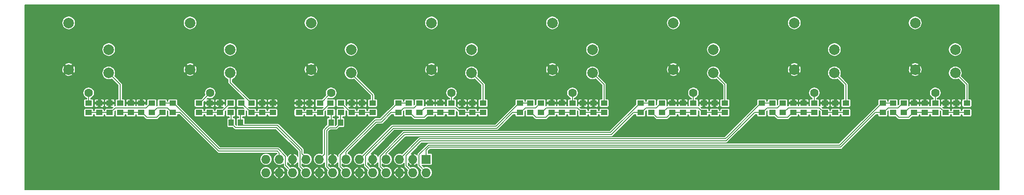
<source format=gbl>
G04 #@! TF.GenerationSoftware,KiCad,Pcbnew,(5.1.0-0)*
G04 #@! TF.CreationDate,2019-11-06T10:24:09+01:00*
G04 #@! TF.ProjectId,AddOnD,4164644f-6e44-42e6-9b69-6361645f7063,rev?*
G04 #@! TF.SameCoordinates,Original*
G04 #@! TF.FileFunction,Copper,L2,Bot*
G04 #@! TF.FilePolarity,Positive*
%FSLAX46Y46*%
G04 Gerber Fmt 4.6, Leading zero omitted, Abs format (unit mm)*
G04 Created by KiCad (PCBNEW (5.1.0-0)) date 2019-11-06 10:24:09*
%MOMM*%
%LPD*%
G04 APERTURE LIST*
%ADD10C,2.000000*%
%ADD11C,1.600000*%
%ADD12R,1.300000X1.000000*%
%ADD13O,1.727200X1.727200*%
%ADD14R,1.727200X1.727200*%
%ADD15R,1.000000X1.300000*%
%ADD16C,0.600000*%
%ADD17C,0.200000*%
%ADD18C,0.600000*%
%ADD19C,0.180000*%
G04 APERTURE END LIST*
D10*
X62290000Y77300000D03*
X69910000Y76665000D03*
D11*
X66100000Y72850000D03*
D10*
X69910000Y81110000D03*
X62290000Y86190000D03*
D12*
X26000000Y70900000D03*
X26000000Y69100000D03*
X30000000Y69100000D03*
X30000000Y70900000D03*
X20000000Y70900000D03*
X20000000Y69100000D03*
X24000000Y69100000D03*
X24000000Y70900000D03*
X51000000Y70900000D03*
X51000000Y69100000D03*
X55000000Y69100000D03*
X55000000Y70900000D03*
X41000000Y70900000D03*
X41000000Y69100000D03*
X45000000Y69100000D03*
X45000000Y70900000D03*
X74000000Y70900000D03*
X74000000Y69100000D03*
X70000000Y69100000D03*
X70000000Y70900000D03*
X64000000Y70900000D03*
X64000000Y69100000D03*
X60000000Y69100000D03*
X60000000Y70900000D03*
X95000000Y70900000D03*
X95000000Y69100000D03*
X91000000Y69100000D03*
X91000000Y70900000D03*
X89000000Y70900000D03*
X89000000Y69100000D03*
X84900000Y69100000D03*
X84900000Y70900000D03*
D13*
X53720000Y57660000D03*
X53720000Y60200000D03*
X56260000Y57660000D03*
X56260000Y60200000D03*
X58800000Y57660000D03*
X58800000Y60200000D03*
X61340000Y57660000D03*
X61340000Y60200000D03*
X63880000Y57660000D03*
X63880000Y60200000D03*
X66420000Y57660000D03*
X66420000Y60200000D03*
X68960000Y57660000D03*
X68960000Y60200000D03*
X71500000Y57660000D03*
X71500000Y60200000D03*
X74040000Y57660000D03*
X74040000Y60200000D03*
X76580000Y57660000D03*
X76580000Y60200000D03*
X79120000Y57660000D03*
X79120000Y60200000D03*
X81660000Y57660000D03*
X81660000Y60200000D03*
X84200000Y57660000D03*
D14*
X84200000Y60200000D03*
D10*
X16190000Y77300000D03*
X23810000Y76665000D03*
D11*
X20000000Y72850000D03*
D10*
X23810000Y81110000D03*
X16190000Y86190000D03*
X39290000Y86190000D03*
X46910000Y81110000D03*
D11*
X43100000Y72850000D03*
D10*
X46910000Y76665000D03*
X39290000Y77300000D03*
X85190000Y86190000D03*
X92810000Y81110000D03*
D11*
X89000000Y72850000D03*
D10*
X92810000Y76665000D03*
X85190000Y77300000D03*
X108190000Y77300000D03*
X115810000Y76665000D03*
D11*
X112000000Y72850000D03*
D10*
X115810000Y81110000D03*
X108190000Y86190000D03*
X131190000Y86190000D03*
X138810000Y81110000D03*
D11*
X135000000Y72850000D03*
D10*
X138810000Y76665000D03*
X131190000Y77300000D03*
X154190000Y77300000D03*
X161810000Y76665000D03*
D11*
X158000000Y72850000D03*
D10*
X161810000Y81110000D03*
X154190000Y86190000D03*
X177190000Y86190000D03*
X184810000Y81110000D03*
D11*
X181000000Y72850000D03*
D10*
X184810000Y76665000D03*
X177190000Y77300000D03*
D12*
X28000000Y69100000D03*
X28000000Y70900000D03*
X22000000Y70900000D03*
X22000000Y69100000D03*
X53000000Y70900000D03*
X53000000Y69100000D03*
X43000000Y69100000D03*
X43000000Y70900000D03*
X72000000Y70900000D03*
X72000000Y69100000D03*
X62000000Y70900000D03*
X62000000Y69100000D03*
X93000000Y69100000D03*
X93000000Y70900000D03*
X86900000Y69100000D03*
X86900000Y70900000D03*
X116000000Y70900000D03*
X116000000Y69100000D03*
X110000000Y70900000D03*
X110000000Y69100000D03*
X139000000Y69100000D03*
X139000000Y70900000D03*
X133000000Y69100000D03*
X133000000Y70900000D03*
X162000000Y70900000D03*
X162000000Y69100000D03*
X156000000Y69100000D03*
X156000000Y70900000D03*
X185000000Y69100000D03*
X185000000Y70900000D03*
X179000000Y70900000D03*
X179000000Y69100000D03*
X118000000Y70900000D03*
X118000000Y69100000D03*
X114000000Y69100000D03*
X114000000Y70900000D03*
X112000000Y70900000D03*
X112000000Y69100000D03*
X108000000Y69100000D03*
X108000000Y70900000D03*
X141000000Y70900000D03*
X141000000Y69100000D03*
X137000000Y69100000D03*
X137000000Y70900000D03*
X135000000Y70900000D03*
X135000000Y69100000D03*
X131000000Y69100000D03*
X131000000Y70900000D03*
X164000000Y70900000D03*
X164000000Y69100000D03*
X160000000Y69100000D03*
X160000000Y70900000D03*
X158000000Y70900000D03*
X158000000Y69100000D03*
X154000000Y69100000D03*
X154000000Y70900000D03*
X187000000Y70900000D03*
X187000000Y69100000D03*
X183000000Y69100000D03*
X183000000Y70900000D03*
X181000000Y70900000D03*
X181000000Y69100000D03*
X177000000Y69100000D03*
X177000000Y70900000D03*
X34000000Y69100000D03*
X34000000Y70900000D03*
X36000000Y69100000D03*
X36000000Y70900000D03*
X32000000Y69100000D03*
X32000000Y70900000D03*
X49000000Y69100000D03*
X49000000Y70900000D03*
D15*
X48900000Y67200000D03*
X47100000Y67200000D03*
D12*
X47000000Y70900000D03*
X47000000Y69100000D03*
X68000000Y70900000D03*
X68000000Y69100000D03*
D15*
X66100000Y67200000D03*
X67900000Y67200000D03*
D12*
X66000000Y69100000D03*
X66000000Y70900000D03*
X82900000Y70900000D03*
X82900000Y69100000D03*
X78900000Y69100000D03*
X78900000Y70900000D03*
X80900000Y69100000D03*
X80900000Y70900000D03*
X106000000Y69100000D03*
X106000000Y70900000D03*
X102000000Y70900000D03*
X102000000Y69100000D03*
X104000000Y70900000D03*
X104000000Y69100000D03*
X129000000Y70900000D03*
X129000000Y69100000D03*
X125000000Y69100000D03*
X125000000Y70900000D03*
X127000000Y69100000D03*
X127000000Y70900000D03*
X152000000Y69100000D03*
X152000000Y70900000D03*
X148000000Y70900000D03*
X148000000Y69100000D03*
X150000000Y70900000D03*
X150000000Y69100000D03*
X175000000Y70900000D03*
X175000000Y69100000D03*
X171000000Y69100000D03*
X171000000Y70900000D03*
X173000000Y69100000D03*
X173000000Y70900000D03*
D16*
X185000000Y71800000D03*
X183000000Y71800000D03*
X179000000Y71800000D03*
X177000000Y71800000D03*
X154000000Y71800000D03*
X156000000Y71800000D03*
X160000000Y71800000D03*
X162000000Y71800000D03*
X131000000Y71800000D03*
X133000000Y71800000D03*
X137000000Y71800000D03*
X139000000Y71800000D03*
X108000000Y71800000D03*
X110000000Y71800000D03*
X114000000Y71800000D03*
X116000000Y71800000D03*
X60000000Y71800000D03*
X70000000Y71800000D03*
X72000000Y71800000D03*
X91000000Y71800000D03*
X93000000Y71800000D03*
X86900000Y71800000D03*
X84900000Y71800000D03*
X53000000Y71800000D03*
X55000000Y71800000D03*
X22000000Y71800000D03*
X24000000Y71800000D03*
X28000000Y71800000D03*
X30000000Y71800000D03*
X62000000Y71800000D03*
X45000000Y71900000D03*
D17*
X55150000Y70900000D02*
X55000000Y70900000D01*
X30150000Y70900000D02*
X30000000Y70900000D01*
D18*
X185000000Y70900000D02*
X185000000Y71800000D01*
X183000000Y70900000D02*
X183000000Y71800000D01*
X179000000Y70900000D02*
X179000000Y71800000D01*
X177000000Y70900000D02*
X177000000Y71800000D01*
X154000000Y70900000D02*
X154000000Y71800000D01*
X156000000Y70900000D02*
X156000000Y71800000D01*
X160000000Y70900000D02*
X160000000Y71800000D01*
X162000000Y70900000D02*
X162000000Y71800000D01*
X131000000Y70900000D02*
X131000000Y71800000D01*
X133000000Y70900000D02*
X133000000Y71800000D01*
X137000000Y70900000D02*
X137000000Y71800000D01*
X139000000Y70900000D02*
X139000000Y71800000D01*
X108000000Y70900000D02*
X108000000Y71800000D01*
X110000000Y70900000D02*
X110000000Y71800000D01*
X114000000Y70900000D02*
X114000000Y71800000D01*
X116000000Y70900000D02*
X116000000Y71800000D01*
X60000000Y70900000D02*
X60000000Y71800000D01*
X70000000Y70900000D02*
X70000000Y71800000D01*
X72000000Y70900000D02*
X72000000Y71800000D01*
X91000000Y70900000D02*
X91000000Y71800000D01*
X93000000Y70900000D02*
X93000000Y71800000D01*
X86900000Y70900000D02*
X86900000Y71800000D01*
X84900000Y70900000D02*
X84900000Y71800000D01*
X53000000Y70900000D02*
X53000000Y71800000D01*
X55000000Y70900000D02*
X55000000Y71800000D01*
X22000000Y70900000D02*
X22000000Y71800000D01*
X24000000Y70900000D02*
X24000000Y71800000D01*
X28000000Y70900000D02*
X28000000Y71800000D01*
X30000000Y70900000D02*
X30000000Y71800000D01*
X62000000Y70900000D02*
X62000000Y71800000D01*
X45000000Y70900000D02*
X43000000Y70900000D01*
X45000000Y70900000D02*
X45000000Y71900000D01*
D17*
X34850000Y70900000D02*
X36000000Y70900000D01*
X34000000Y70900000D02*
X34850000Y70900000D01*
X44886379Y62163621D02*
X36150000Y70900000D01*
X56018509Y62163621D02*
X44886379Y62163621D01*
X57423601Y60758529D02*
X56018509Y62163621D01*
X36150000Y70900000D02*
X36000000Y70900000D01*
X57423601Y59036399D02*
X57423601Y60758529D01*
X58800000Y57660000D02*
X57423601Y59036399D01*
X61340000Y60460000D02*
X60576409Y61223591D01*
X61340000Y60200000D02*
X61340000Y60460000D01*
X48900000Y69000000D02*
X49000000Y69100000D01*
X48900000Y67200000D02*
X48900000Y69000000D01*
X48900000Y67200000D02*
X49000000Y67200000D01*
X60576409Y61576409D02*
X60576409Y61673591D01*
X60576409Y61223591D02*
X60576409Y61576409D01*
X55915690Y66650009D02*
X60576409Y61989290D01*
X60576409Y61989290D02*
X60576409Y61576409D01*
X49300000Y66650009D02*
X55915690Y66650009D01*
X67900000Y69000000D02*
X68000000Y69100000D01*
X67900000Y67200000D02*
X67900000Y69000000D01*
X67900000Y67050000D02*
X67900000Y67200000D01*
X65256397Y65640699D02*
X65815698Y66200000D01*
X67050000Y66200000D02*
X67900000Y67050000D01*
X65256397Y58823603D02*
X65256397Y65640699D01*
X65815698Y66200000D02*
X67050000Y66200000D01*
X66420000Y57660000D02*
X65256397Y58823603D01*
X68960000Y61569230D02*
X74690760Y67299990D01*
X68960000Y60200000D02*
X68960000Y61569230D01*
X79050000Y69100000D02*
X79950000Y70000000D01*
X78900000Y69100000D02*
X79050000Y69100000D01*
X82750000Y70900000D02*
X82900000Y70900000D01*
X81850000Y70000000D02*
X82750000Y70900000D01*
X79950000Y70000000D02*
X81850000Y70000000D01*
X74690760Y67299990D02*
X75100010Y67299990D01*
X77515698Y69100000D02*
X78900000Y69100000D01*
X75715689Y67299990D02*
X77515698Y69100000D01*
X75100010Y67299990D02*
X75715689Y67299990D01*
X102150000Y69100000D02*
X103050000Y70000000D01*
X102000000Y69100000D02*
X102150000Y69100000D01*
X105850000Y70900000D02*
X106000000Y70900000D01*
X104950000Y70000000D02*
X105850000Y70900000D01*
X103050000Y70000000D02*
X104950000Y70000000D01*
X100615698Y69100000D02*
X102000000Y69100000D01*
X97615661Y66099963D02*
X100615698Y69100000D01*
X77965660Y66099962D02*
X97615661Y66099963D01*
X72663601Y60797903D02*
X77965660Y66099962D01*
X72663601Y59036399D02*
X72663601Y60797903D01*
X74040000Y57660000D02*
X72663601Y59036399D01*
X76580000Y60200000D02*
X76580000Y61356432D01*
X76580000Y61356432D02*
X80123500Y64899932D01*
X125110000Y69100000D02*
X126010000Y70000000D01*
X125000000Y69100000D02*
X125110000Y69100000D01*
X128850000Y70900000D02*
X129000000Y70900000D01*
X127950000Y70000000D02*
X128850000Y70900000D01*
X126010000Y70000000D02*
X127950000Y70000000D01*
X80123500Y64899932D02*
X118799932Y64899932D01*
X123615698Y69100000D02*
X125000000Y69100000D01*
X119415631Y64899932D02*
X123615698Y69100000D01*
X118799932Y64899932D02*
X119415631Y64899932D01*
X80383609Y58936391D02*
X81660000Y57660000D01*
X80383609Y60897911D02*
X80383609Y58936391D01*
X83185600Y63699902D02*
X80383609Y60897911D01*
X148150000Y69100000D02*
X149050000Y70000000D01*
X148000000Y69100000D02*
X148150000Y69100000D01*
X151850000Y70900000D02*
X152000000Y70900000D01*
X150950000Y70000000D02*
X151850000Y70900000D01*
X149050000Y70000000D02*
X150950000Y70000000D01*
X140300098Y63699902D02*
X83185600Y63699902D01*
X146615698Y69100000D02*
X148000000Y69100000D01*
X141215601Y63699902D02*
X146615698Y69100000D01*
X140300098Y63699902D02*
X141215601Y63699902D01*
X84200000Y61901504D02*
X84200000Y60200000D01*
X84798368Y62499872D02*
X84200000Y61901504D01*
X171150000Y69100000D02*
X172050000Y70000000D01*
X171000000Y69100000D02*
X171150000Y69100000D01*
X173950000Y70000000D02*
X174850000Y70900000D01*
X174850000Y70900000D02*
X175000000Y70900000D01*
X172050000Y70000000D02*
X173950000Y70000000D01*
X161400128Y62499872D02*
X84798368Y62499872D01*
X169615698Y69100000D02*
X171000000Y69100000D01*
X163015571Y62499872D02*
X169615698Y69100000D01*
X161400128Y62499872D02*
X163015571Y62499872D01*
X118000000Y74475000D02*
X115810000Y76665000D01*
X118000000Y70900000D02*
X118000000Y74475000D01*
X112000000Y70900000D02*
X112000000Y72850000D01*
X141000000Y74475000D02*
X138810000Y76665000D01*
X141000000Y70900000D02*
X141000000Y74475000D01*
X135000000Y70900000D02*
X135000000Y72850000D01*
X164000000Y74475000D02*
X161810000Y76665000D01*
X164000000Y70900000D02*
X164000000Y74475000D01*
X158000000Y70900000D02*
X158000000Y72850000D01*
X187000000Y74475000D02*
X184810000Y76665000D01*
X187000000Y70900000D02*
X187000000Y74475000D01*
X181000000Y70900000D02*
X181000000Y72850000D01*
X32150000Y69100000D02*
X33050000Y70000000D01*
X32000000Y69100000D02*
X32150000Y69100000D01*
X35850000Y69100000D02*
X36000000Y69100000D01*
X34950000Y70000000D02*
X35850000Y69100000D01*
X33050000Y70000000D02*
X34950000Y70000000D01*
X55852821Y61763611D02*
X56260000Y61356432D01*
X44720691Y61763611D02*
X55852821Y61763611D01*
X56260000Y61356432D02*
X56260000Y60200000D01*
X37384302Y69100000D02*
X44720691Y61763611D01*
X36000000Y69100000D02*
X37384302Y69100000D01*
X47100000Y69000000D02*
X47000000Y69100000D01*
X47100000Y67200000D02*
X47100000Y69000000D01*
X60176399Y58823601D02*
X61340000Y57660000D01*
X55750001Y66249999D02*
X60176399Y61823601D01*
X60176399Y61823601D02*
X60176399Y58823601D01*
X47900001Y66249999D02*
X55750001Y66249999D01*
X47100000Y67050000D02*
X47900001Y66249999D01*
X47100000Y67200000D02*
X47100000Y67050000D01*
X63880000Y60200000D02*
X64743599Y61063599D01*
X64856389Y61176389D02*
X64743599Y61063599D01*
X64856389Y63700000D02*
X64856389Y61176389D01*
X66100000Y69000000D02*
X66000000Y69100000D01*
X66100000Y67200000D02*
X66100000Y69000000D01*
X66100000Y67050000D02*
X66100000Y67200000D01*
X64856389Y65806389D02*
X66100000Y67050000D01*
X64856389Y63700000D02*
X64856389Y65806389D01*
X80900000Y70900000D02*
X78900000Y70900000D01*
X67796399Y60971327D02*
X67796399Y58823601D01*
X74525072Y67700000D02*
X67796399Y60971327D01*
X75550000Y67700000D02*
X74525072Y67700000D01*
X67796399Y58823601D02*
X68096401Y58523599D01*
X78750000Y70900000D02*
X75550000Y67700000D01*
X68096401Y58523599D02*
X68960000Y57660000D01*
X78900000Y70900000D02*
X78750000Y70900000D01*
X77799972Y66499972D02*
X71500000Y60200000D01*
X104000000Y70900000D02*
X102000000Y70900000D01*
X97449972Y66499972D02*
X96699972Y66499972D01*
X101850000Y70900000D02*
X97449972Y66499972D01*
X102000000Y70900000D02*
X101850000Y70900000D01*
X96699972Y66499972D02*
X77799972Y66499972D01*
X75416399Y58823601D02*
X76580000Y57660000D01*
X75416399Y60758529D02*
X75416399Y58823601D01*
X79957812Y65299942D02*
X75416399Y60758529D01*
X124850000Y70900000D02*
X125000000Y70900000D01*
X118899942Y65299942D02*
X119249942Y65299942D01*
X119249942Y65299942D02*
X124850000Y70900000D01*
X118899942Y65299942D02*
X79957812Y65299942D01*
X126150000Y70900000D02*
X125000000Y70900000D01*
X127000000Y70900000D02*
X126150000Y70900000D01*
X83019912Y64099912D02*
X79120000Y60200000D01*
X150000000Y70900000D02*
X148000000Y70900000D01*
X138299912Y64099912D02*
X83019912Y64099912D01*
X147850000Y70900000D02*
X148000000Y70900000D01*
X141049912Y64099912D02*
X141375000Y64425000D01*
X140100088Y64099912D02*
X141049912Y64099912D01*
X138299912Y64099912D02*
X140100088Y64099912D01*
X141099912Y64149912D02*
X141375000Y64425000D01*
X141375000Y64425000D02*
X147850000Y70900000D01*
X150300000Y62899882D02*
X150065581Y62899882D01*
X84632680Y62899882D02*
X85600000Y62899882D01*
X82823601Y61090803D02*
X84632680Y62899882D01*
X82823601Y59036399D02*
X82823601Y61090803D01*
X84200000Y57660000D02*
X82823601Y59036399D01*
X85600000Y62899882D02*
X150300000Y62899882D01*
X173000000Y70900000D02*
X171000000Y70900000D01*
X162849882Y62899882D02*
X161200118Y62899882D01*
X170850000Y70900000D02*
X162849882Y62899882D01*
X171000000Y70900000D02*
X170850000Y70900000D01*
X161200118Y62899882D02*
X150300000Y62899882D01*
X26000000Y74475000D02*
X23810000Y76665000D01*
X26000000Y70900000D02*
X26000000Y74475000D01*
X20000000Y70900000D02*
X20000000Y72850000D01*
X46910000Y75250787D02*
X46910000Y76665000D01*
X46910000Y74840000D02*
X46910000Y75250787D01*
X50850000Y70900000D02*
X46910000Y74840000D01*
X51000000Y70900000D02*
X50850000Y70900000D01*
X41150000Y70900000D02*
X43100000Y72850000D01*
X41000000Y70900000D02*
X41150000Y70900000D01*
X70085000Y76665000D02*
X69810000Y76665000D01*
X74000000Y70900000D02*
X73850000Y70900000D01*
X74000000Y72475000D02*
X69810000Y76665000D01*
X74000000Y70900000D02*
X74000000Y72475000D01*
X64000000Y70900000D02*
X63850000Y70900000D01*
X66000000Y72750000D02*
X66000000Y72850000D01*
X64150000Y70900000D02*
X66000000Y72750000D01*
X64000000Y70900000D02*
X64150000Y70900000D01*
X95000000Y74475000D02*
X92810000Y76665000D01*
X95000000Y70900000D02*
X95000000Y74475000D01*
X89000000Y70900000D02*
X89000000Y72850000D01*
X26000000Y69100000D02*
X28000000Y69100000D01*
X28000000Y69100000D02*
X30000000Y69100000D01*
X30150000Y69100000D02*
X30000000Y69100000D01*
X30150000Y69100000D02*
X31050000Y68200000D01*
X33850000Y69100000D02*
X34000000Y69100000D01*
X32950000Y68200000D02*
X33850000Y69100000D01*
X31050000Y68200000D02*
X32950000Y68200000D01*
X20850000Y69100000D02*
X22000000Y69100000D01*
X20000000Y69100000D02*
X20850000Y69100000D01*
X22000000Y69100000D02*
X24000000Y69100000D01*
X24150000Y69100000D02*
X24000000Y69100000D01*
X24150000Y69100000D02*
X25050000Y70000000D01*
X31850000Y70900000D02*
X32000000Y70900000D01*
X30950000Y70000000D02*
X31850000Y70900000D01*
X25050000Y70000000D02*
X30950000Y70000000D01*
X51000000Y69100000D02*
X53000000Y69100000D01*
X53000000Y69100000D02*
X55000000Y69100000D01*
X55150000Y69100000D02*
X55000000Y69100000D01*
X49050000Y70900000D02*
X49000000Y70900000D01*
X50850000Y69100000D02*
X49050000Y70900000D01*
X51000000Y69100000D02*
X50850000Y69100000D01*
X41000000Y69100000D02*
X43000000Y69100000D01*
X43850000Y69100000D02*
X45000000Y69100000D01*
X43000000Y69100000D02*
X43850000Y69100000D01*
X40850000Y69100000D02*
X41000000Y69100000D01*
X46950000Y70900000D02*
X47000000Y70900000D01*
X45150000Y69100000D02*
X46950000Y70900000D01*
X45000000Y69100000D02*
X45150000Y69100000D01*
X74000000Y69100000D02*
X72000000Y69100000D01*
X70850000Y69100000D02*
X72000000Y69100000D01*
X70000000Y69100000D02*
X70850000Y69100000D01*
X68050000Y70900000D02*
X68000000Y70900000D01*
X69850000Y69100000D02*
X68050000Y70900000D01*
X70000000Y69100000D02*
X69850000Y69100000D01*
X64000000Y69100000D02*
X62000000Y69100000D01*
X62000000Y69100000D02*
X60000000Y69100000D01*
X59880000Y68980000D02*
X60000000Y69100000D01*
X59850000Y69100000D02*
X60000000Y69100000D01*
X64150000Y69100000D02*
X65950000Y70900000D01*
X65950000Y70900000D02*
X66000000Y70900000D01*
X64000000Y69100000D02*
X64150000Y69100000D01*
X95000000Y69100000D02*
X93000000Y69100000D01*
X92150000Y69100000D02*
X91000000Y69100000D01*
X93000000Y69100000D02*
X92150000Y69100000D01*
X90850000Y69100000D02*
X91000000Y69100000D01*
X90700000Y69100000D02*
X91000000Y69100000D01*
X83050000Y69100000D02*
X82900000Y69100000D01*
X83950000Y70000000D02*
X83050000Y69100000D01*
X84600000Y70000000D02*
X83950000Y70000000D01*
X84049999Y70000000D02*
X84600000Y70000000D01*
X89800000Y70000000D02*
X90050000Y69750000D01*
X89100000Y70000000D02*
X89800000Y70000000D01*
X90050000Y69750000D02*
X90700000Y69100000D01*
X89100000Y70000000D02*
X89700001Y70000000D01*
X84600000Y70000000D02*
X89100000Y70000000D01*
X89000000Y69100000D02*
X86900000Y69100000D01*
X86900000Y69100000D02*
X84900000Y69100000D01*
X87750000Y69100000D02*
X86900000Y69100000D01*
X89150000Y69100000D02*
X87750000Y69100000D01*
X81050000Y69100000D02*
X81950000Y68200000D01*
X80900000Y69100000D02*
X81050000Y69100000D01*
X84750000Y69100000D02*
X84900000Y69100000D01*
X83850000Y68200000D02*
X84750000Y69100000D01*
X81950000Y68200000D02*
X83850000Y68200000D01*
X118000000Y69100000D02*
X116000000Y69100000D01*
X116000000Y69100000D02*
X114000000Y69100000D01*
X106150000Y69100000D02*
X107050000Y70000000D01*
X106000000Y69100000D02*
X106150000Y69100000D01*
X113850000Y69100000D02*
X114000000Y69100000D01*
X112950000Y70000000D02*
X113850000Y69100000D01*
X107050000Y70000000D02*
X112950000Y70000000D01*
X111150000Y69100000D02*
X110000000Y69100000D01*
X112000000Y69100000D02*
X111150000Y69100000D01*
X109150000Y69100000D02*
X108000000Y69100000D01*
X110000000Y69100000D02*
X109150000Y69100000D01*
X112150000Y69100000D02*
X112000000Y69100000D01*
X104000000Y69100000D02*
X104150000Y69100000D01*
X104150000Y69100000D02*
X105050000Y68200000D01*
X106950000Y68200000D02*
X107850000Y69100000D01*
X107850000Y69100000D02*
X108000000Y69100000D01*
X105050000Y68200000D02*
X106950000Y68200000D01*
X141000000Y69100000D02*
X139000000Y69100000D01*
X139000000Y69100000D02*
X137000000Y69100000D01*
X129150000Y69100000D02*
X130050000Y70000000D01*
X129000000Y69100000D02*
X129150000Y69100000D01*
X136850000Y69100000D02*
X137000000Y69100000D01*
X135950000Y70000000D02*
X136850000Y69100000D01*
X130050000Y70000000D02*
X135950000Y70000000D01*
X135000000Y69100000D02*
X133000000Y69100000D01*
X133000000Y69100000D02*
X131000000Y69100000D01*
X135150000Y69100000D02*
X135000000Y69100000D01*
X127150000Y69100000D02*
X128050000Y68200000D01*
X127000000Y69100000D02*
X127150000Y69100000D01*
X130850000Y69100000D02*
X131000000Y69100000D01*
X129950000Y68200000D02*
X130850000Y69100000D01*
X128050000Y68200000D02*
X129950000Y68200000D01*
X160000000Y69100000D02*
X162000000Y69100000D01*
X162000000Y69100000D02*
X164000000Y69100000D01*
X152150000Y69100000D02*
X153050000Y70000000D01*
X152000000Y69100000D02*
X152150000Y69100000D01*
X159850000Y69100000D02*
X160000000Y69100000D01*
X158950000Y70000000D02*
X159850000Y69100000D01*
X153050000Y70000000D02*
X158950000Y70000000D01*
X154000000Y69100000D02*
X156000000Y69100000D01*
X158000000Y69100000D02*
X156000000Y69100000D01*
X158000000Y69100000D02*
X158150000Y69100000D01*
X150150000Y69100000D02*
X150000000Y69100000D01*
X150150000Y69100000D02*
X151050000Y68200000D01*
X153850000Y69100000D02*
X154000000Y69100000D01*
X152950000Y68200000D02*
X153850000Y69100000D01*
X151050000Y68200000D02*
X152950000Y68200000D01*
X183000000Y69100000D02*
X185000000Y69100000D01*
X187000000Y69100000D02*
X185000000Y69100000D01*
X175150000Y69100000D02*
X176050000Y70000000D01*
X175000000Y69100000D02*
X175150000Y69100000D01*
X181950000Y70000000D02*
X182850000Y69100000D01*
X182850000Y69100000D02*
X183000000Y69100000D01*
X176050000Y70000000D02*
X181950000Y70000000D01*
X177000000Y69100000D02*
X179000000Y69100000D01*
X179000000Y69100000D02*
X181000000Y69100000D01*
X181150000Y69100000D02*
X181000000Y69100000D01*
X173000000Y69100000D02*
X173150000Y69100000D01*
X173150000Y69100000D02*
X174050000Y68200000D01*
X176850000Y69100000D02*
X177000000Y69100000D01*
X175950000Y68200000D02*
X176850000Y69100000D01*
X174050000Y68200000D02*
X175950000Y68200000D01*
D19*
G36*
X193135001Y54365000D02*
G01*
X7865000Y54365000D01*
X7865000Y57660000D01*
X52560819Y57660000D01*
X52583092Y57433855D01*
X52649056Y57216401D01*
X52756176Y57015994D01*
X52900335Y56840335D01*
X53075994Y56696176D01*
X53276401Y56589056D01*
X53493855Y56523092D01*
X53663334Y56506400D01*
X53776666Y56506400D01*
X53946145Y56523092D01*
X54163599Y56589056D01*
X54364006Y56696176D01*
X54539665Y56840335D01*
X54683824Y57015994D01*
X54790944Y57216401D01*
X54822185Y57319389D01*
X55157831Y57319389D01*
X55239794Y57121492D01*
X55364455Y56932807D01*
X55523531Y56772068D01*
X55710909Y56645451D01*
X55919388Y56557823D01*
X56096000Y56590609D01*
X56096000Y57496000D01*
X56424000Y57496000D01*
X56424000Y56590609D01*
X56600612Y56557823D01*
X56809091Y56645451D01*
X56996469Y56772068D01*
X57155545Y56932807D01*
X57280206Y57121492D01*
X57362169Y57319389D01*
X57328588Y57496000D01*
X56424000Y57496000D01*
X56096000Y57496000D01*
X55191412Y57496000D01*
X55157831Y57319389D01*
X54822185Y57319389D01*
X54856908Y57433855D01*
X54879181Y57660000D01*
X54856908Y57886145D01*
X54822186Y58000611D01*
X55157831Y58000611D01*
X55191412Y57824000D01*
X56096000Y57824000D01*
X56096000Y58729391D01*
X56424000Y58729391D01*
X56424000Y57824000D01*
X57328588Y57824000D01*
X57362169Y58000611D01*
X57280206Y58198508D01*
X57155545Y58387193D01*
X56996469Y58547932D01*
X56809091Y58674549D01*
X56600612Y58762177D01*
X56424000Y58729391D01*
X56096000Y58729391D01*
X55919388Y58762177D01*
X55710909Y58674549D01*
X55523531Y58547932D01*
X55364455Y58387193D01*
X55239794Y58198508D01*
X55157831Y58000611D01*
X54822186Y58000611D01*
X54790944Y58103599D01*
X54683824Y58304006D01*
X54539665Y58479665D01*
X54364006Y58623824D01*
X54163599Y58730944D01*
X53946145Y58796908D01*
X53776666Y58813600D01*
X53663334Y58813600D01*
X53493855Y58796908D01*
X53276401Y58730944D01*
X53075994Y58623824D01*
X52900335Y58479665D01*
X52756176Y58304006D01*
X52649056Y58103599D01*
X52583092Y57886145D01*
X52560819Y57660000D01*
X7865000Y57660000D01*
X7865000Y60200000D01*
X52560819Y60200000D01*
X52583092Y59973855D01*
X52649056Y59756401D01*
X52756176Y59555994D01*
X52900335Y59380335D01*
X53075994Y59236176D01*
X53276401Y59129056D01*
X53493855Y59063092D01*
X53663334Y59046400D01*
X53776666Y59046400D01*
X53946145Y59063092D01*
X54163599Y59129056D01*
X54364006Y59236176D01*
X54539665Y59380335D01*
X54683824Y59555994D01*
X54790944Y59756401D01*
X54856908Y59973855D01*
X54879181Y60200000D01*
X54856908Y60426145D01*
X54790944Y60643599D01*
X54683824Y60844006D01*
X54539665Y61019665D01*
X54364006Y61163824D01*
X54163599Y61270944D01*
X53946145Y61336908D01*
X53776666Y61353600D01*
X53663334Y61353600D01*
X53493855Y61336908D01*
X53276401Y61270944D01*
X53075994Y61163824D01*
X52900335Y61019665D01*
X52756176Y60844006D01*
X52649056Y60643599D01*
X52583092Y60426145D01*
X52560819Y60200000D01*
X7865000Y60200000D01*
X7865000Y69600000D01*
X19058597Y69600000D01*
X19058597Y68600000D01*
X19064196Y68543150D01*
X19080779Y68488485D01*
X19107707Y68438105D01*
X19143947Y68393947D01*
X19188105Y68357707D01*
X19238485Y68330779D01*
X19293150Y68314196D01*
X19350000Y68308597D01*
X20650000Y68308597D01*
X20706850Y68314196D01*
X20761515Y68330779D01*
X20811895Y68357707D01*
X20856053Y68393947D01*
X20892293Y68438105D01*
X20919221Y68488485D01*
X20935804Y68543150D01*
X20941403Y68600000D01*
X20941403Y68710000D01*
X21058597Y68710000D01*
X21058597Y68600000D01*
X21064196Y68543150D01*
X21080779Y68488485D01*
X21107707Y68438105D01*
X21143947Y68393947D01*
X21188105Y68357707D01*
X21238485Y68330779D01*
X21293150Y68314196D01*
X21350000Y68308597D01*
X22650000Y68308597D01*
X22706850Y68314196D01*
X22761515Y68330779D01*
X22811895Y68357707D01*
X22856053Y68393947D01*
X22892293Y68438105D01*
X22919221Y68488485D01*
X22935804Y68543150D01*
X22941403Y68600000D01*
X22941403Y68710000D01*
X23058597Y68710000D01*
X23058597Y68600000D01*
X23064196Y68543150D01*
X23080779Y68488485D01*
X23107707Y68438105D01*
X23143947Y68393947D01*
X23188105Y68357707D01*
X23238485Y68330779D01*
X23293150Y68314196D01*
X23350000Y68308597D01*
X24650000Y68308597D01*
X24706850Y68314196D01*
X24761515Y68330779D01*
X24811895Y68357707D01*
X24856053Y68393947D01*
X24892293Y68438105D01*
X24919221Y68488485D01*
X24935804Y68543150D01*
X24941403Y68600000D01*
X24941403Y69339860D01*
X25058597Y69457054D01*
X25058597Y68600000D01*
X25064196Y68543150D01*
X25080779Y68488485D01*
X25107707Y68438105D01*
X25143947Y68393947D01*
X25188105Y68357707D01*
X25238485Y68330779D01*
X25293150Y68314196D01*
X25350000Y68308597D01*
X26650000Y68308597D01*
X26706850Y68314196D01*
X26761515Y68330779D01*
X26811895Y68357707D01*
X26856053Y68393947D01*
X26892293Y68438105D01*
X26919221Y68488485D01*
X26935804Y68543150D01*
X26941403Y68600000D01*
X26941403Y68710000D01*
X27058597Y68710000D01*
X27058597Y68600000D01*
X27064196Y68543150D01*
X27080779Y68488485D01*
X27107707Y68438105D01*
X27143947Y68393947D01*
X27188105Y68357707D01*
X27238485Y68330779D01*
X27293150Y68314196D01*
X27350000Y68308597D01*
X28650000Y68308597D01*
X28706850Y68314196D01*
X28761515Y68330779D01*
X28811895Y68357707D01*
X28856053Y68393947D01*
X28892293Y68438105D01*
X28919221Y68488485D01*
X28935804Y68543150D01*
X28941403Y68600000D01*
X28941403Y68710000D01*
X29058597Y68710000D01*
X29058597Y68600000D01*
X29064196Y68543150D01*
X29080779Y68488485D01*
X29107707Y68438105D01*
X29143947Y68393947D01*
X29188105Y68357707D01*
X29238485Y68330779D01*
X29293150Y68314196D01*
X29350000Y68308597D01*
X30389860Y68308597D01*
X30760679Y67937778D01*
X30772894Y67922894D01*
X30832279Y67874158D01*
X30900031Y67837944D01*
X30973547Y67815643D01*
X31030841Y67810000D01*
X31030850Y67810000D01*
X31049999Y67808114D01*
X31069148Y67810000D01*
X32930841Y67810000D01*
X32950000Y67808113D01*
X33026453Y67815643D01*
X33026456Y67815644D01*
X33099969Y67837944D01*
X33167721Y67874158D01*
X33227106Y67922894D01*
X33239321Y67937778D01*
X33610140Y68308597D01*
X34650000Y68308597D01*
X34706850Y68314196D01*
X34761515Y68330779D01*
X34811895Y68357707D01*
X34856053Y68393947D01*
X34892293Y68438105D01*
X34919221Y68488485D01*
X34935804Y68543150D01*
X34941403Y68600000D01*
X34941403Y69457054D01*
X35058597Y69339860D01*
X35058597Y68600000D01*
X35064196Y68543150D01*
X35080779Y68488485D01*
X35107707Y68438105D01*
X35143947Y68393947D01*
X35188105Y68357707D01*
X35238485Y68330779D01*
X35293150Y68314196D01*
X35350000Y68308597D01*
X36650000Y68308597D01*
X36706850Y68314196D01*
X36761515Y68330779D01*
X36811895Y68357707D01*
X36856053Y68393947D01*
X36892293Y68438105D01*
X36919221Y68488485D01*
X36935804Y68543150D01*
X36941403Y68600000D01*
X36941403Y68710000D01*
X37222759Y68710000D01*
X44431375Y61501383D01*
X44443585Y61486505D01*
X44458463Y61474295D01*
X44458466Y61474292D01*
X44502970Y61437769D01*
X44570722Y61401555D01*
X44644238Y61379254D01*
X44720691Y61371724D01*
X44739850Y61373611D01*
X55691278Y61373611D01*
X55801767Y61263122D01*
X55615994Y61163824D01*
X55440335Y61019665D01*
X55296176Y60844006D01*
X55189056Y60643599D01*
X55123092Y60426145D01*
X55100819Y60200000D01*
X55123092Y59973855D01*
X55189056Y59756401D01*
X55296176Y59555994D01*
X55440335Y59380335D01*
X55615994Y59236176D01*
X55816401Y59129056D01*
X56033855Y59063092D01*
X56203334Y59046400D01*
X56316666Y59046400D01*
X56486145Y59063092D01*
X56703599Y59129056D01*
X56904006Y59236176D01*
X57033601Y59342532D01*
X57033601Y59055558D01*
X57031714Y59036399D01*
X57039244Y58959946D01*
X57052731Y58915486D01*
X57061545Y58886431D01*
X57097759Y58818679D01*
X57146495Y58759293D01*
X57161379Y58747078D01*
X57755460Y58152997D01*
X57729056Y58103599D01*
X57663092Y57886145D01*
X57640819Y57660000D01*
X57663092Y57433855D01*
X57729056Y57216401D01*
X57836176Y57015994D01*
X57980335Y56840335D01*
X58155994Y56696176D01*
X58356401Y56589056D01*
X58573855Y56523092D01*
X58743334Y56506400D01*
X58856666Y56506400D01*
X59026145Y56523092D01*
X59243599Y56589056D01*
X59444006Y56696176D01*
X59619665Y56840335D01*
X59763824Y57015994D01*
X59870944Y57216401D01*
X59936908Y57433855D01*
X59959181Y57660000D01*
X59936908Y57886145D01*
X59870944Y58103599D01*
X59763824Y58304006D01*
X59619665Y58479665D01*
X59444006Y58623824D01*
X59243599Y58730944D01*
X59026145Y58796908D01*
X58856666Y58813600D01*
X58743334Y58813600D01*
X58573855Y58796908D01*
X58356401Y58730944D01*
X58307003Y58704540D01*
X57813601Y59197942D01*
X57813601Y59610322D01*
X57904455Y59472807D01*
X58063531Y59312068D01*
X58250909Y59185451D01*
X58459388Y59097823D01*
X58636000Y59130609D01*
X58636000Y60036000D01*
X58616000Y60036000D01*
X58616000Y60364000D01*
X58636000Y60364000D01*
X58636000Y61269391D01*
X58459388Y61302177D01*
X58250909Y61214549D01*
X58063531Y61087932D01*
X57904455Y60927193D01*
X57812573Y60788122D01*
X57807958Y60834982D01*
X57785657Y60908498D01*
X57749443Y60976250D01*
X57700707Y61035635D01*
X57685823Y61047850D01*
X56307828Y62425845D01*
X56295615Y62440727D01*
X56236230Y62489463D01*
X56168478Y62525677D01*
X56094962Y62547978D01*
X56037668Y62553621D01*
X56018509Y62555508D01*
X55999350Y62553621D01*
X45047922Y62553621D01*
X38001543Y69600000D01*
X40058597Y69600000D01*
X40058597Y68600000D01*
X40064196Y68543150D01*
X40080779Y68488485D01*
X40107707Y68438105D01*
X40143947Y68393947D01*
X40188105Y68357707D01*
X40238485Y68330779D01*
X40293150Y68314196D01*
X40350000Y68308597D01*
X41650000Y68308597D01*
X41706850Y68314196D01*
X41761515Y68330779D01*
X41811895Y68357707D01*
X41856053Y68393947D01*
X41892293Y68438105D01*
X41919221Y68488485D01*
X41935804Y68543150D01*
X41941403Y68600000D01*
X41941403Y68710000D01*
X42058597Y68710000D01*
X42058597Y68600000D01*
X42064196Y68543150D01*
X42080779Y68488485D01*
X42107707Y68438105D01*
X42143947Y68393947D01*
X42188105Y68357707D01*
X42238485Y68330779D01*
X42293150Y68314196D01*
X42350000Y68308597D01*
X43650000Y68308597D01*
X43706850Y68314196D01*
X43761515Y68330779D01*
X43811895Y68357707D01*
X43856053Y68393947D01*
X43892293Y68438105D01*
X43919221Y68488485D01*
X43935804Y68543150D01*
X43941403Y68600000D01*
X43941403Y68710000D01*
X44058597Y68710000D01*
X44058597Y68600000D01*
X44064196Y68543150D01*
X44080779Y68488485D01*
X44107707Y68438105D01*
X44143947Y68393947D01*
X44188105Y68357707D01*
X44238485Y68330779D01*
X44293150Y68314196D01*
X44350000Y68308597D01*
X45650000Y68308597D01*
X45706850Y68314196D01*
X45761515Y68330779D01*
X45811895Y68357707D01*
X45856053Y68393947D01*
X45892293Y68438105D01*
X45919221Y68488485D01*
X45935804Y68543150D01*
X45941403Y68600000D01*
X45941403Y69339860D01*
X46058597Y69457054D01*
X46058597Y68600000D01*
X46064196Y68543150D01*
X46080779Y68488485D01*
X46107707Y68438105D01*
X46143947Y68393947D01*
X46188105Y68357707D01*
X46238485Y68330779D01*
X46293150Y68314196D01*
X46350000Y68308597D01*
X46710001Y68308597D01*
X46710001Y68141403D01*
X46600000Y68141403D01*
X46543150Y68135804D01*
X46488485Y68119221D01*
X46438105Y68092293D01*
X46393947Y68056053D01*
X46357707Y68011895D01*
X46330779Y67961515D01*
X46314196Y67906850D01*
X46308597Y67850000D01*
X46308597Y66550000D01*
X46314196Y66493150D01*
X46330779Y66438485D01*
X46357707Y66388105D01*
X46393947Y66343947D01*
X46438105Y66307707D01*
X46488485Y66280779D01*
X46543150Y66264196D01*
X46600000Y66258597D01*
X47339860Y66258597D01*
X47610680Y65987777D01*
X47622895Y65972893D01*
X47682280Y65924157D01*
X47750032Y65887943D01*
X47823548Y65865642D01*
X47880842Y65859999D01*
X47880851Y65859999D01*
X47900000Y65858113D01*
X47919149Y65859999D01*
X55588458Y65859999D01*
X59786399Y61662057D01*
X59786399Y60789677D01*
X59695545Y60927193D01*
X59536469Y61087932D01*
X59349091Y61214549D01*
X59140612Y61302177D01*
X58964000Y61269391D01*
X58964000Y60364000D01*
X58984000Y60364000D01*
X58984000Y60036000D01*
X58964000Y60036000D01*
X58964000Y59130609D01*
X59140612Y59097823D01*
X59349091Y59185451D01*
X59536469Y59312068D01*
X59695545Y59472807D01*
X59786400Y59610323D01*
X59786400Y58842770D01*
X59784512Y58823601D01*
X59792042Y58747148D01*
X59814343Y58673633D01*
X59850558Y58605880D01*
X59887080Y58561377D01*
X59887084Y58561373D01*
X59899294Y58546495D01*
X59914172Y58534285D01*
X60295460Y58152997D01*
X60269056Y58103599D01*
X60203092Y57886145D01*
X60180819Y57660000D01*
X60203092Y57433855D01*
X60269056Y57216401D01*
X60376176Y57015994D01*
X60520335Y56840335D01*
X60695994Y56696176D01*
X60896401Y56589056D01*
X61113855Y56523092D01*
X61283334Y56506400D01*
X61396666Y56506400D01*
X61566145Y56523092D01*
X61783599Y56589056D01*
X61984006Y56696176D01*
X62159665Y56840335D01*
X62303824Y57015994D01*
X62410944Y57216401D01*
X62442185Y57319389D01*
X62777831Y57319389D01*
X62859794Y57121492D01*
X62984455Y56932807D01*
X63143531Y56772068D01*
X63330909Y56645451D01*
X63539388Y56557823D01*
X63716000Y56590609D01*
X63716000Y57496000D01*
X64044000Y57496000D01*
X64044000Y56590609D01*
X64220612Y56557823D01*
X64429091Y56645451D01*
X64616469Y56772068D01*
X64775545Y56932807D01*
X64900206Y57121492D01*
X64982169Y57319389D01*
X64948588Y57496000D01*
X64044000Y57496000D01*
X63716000Y57496000D01*
X62811412Y57496000D01*
X62777831Y57319389D01*
X62442185Y57319389D01*
X62476908Y57433855D01*
X62499181Y57660000D01*
X62476908Y57886145D01*
X62442186Y58000611D01*
X62777831Y58000611D01*
X62811412Y57824000D01*
X63716000Y57824000D01*
X63716000Y58729391D01*
X64044000Y58729391D01*
X64044000Y57824000D01*
X64948588Y57824000D01*
X64982169Y58000611D01*
X64900206Y58198508D01*
X64775545Y58387193D01*
X64616469Y58547932D01*
X64429091Y58674549D01*
X64220612Y58762177D01*
X64044000Y58729391D01*
X63716000Y58729391D01*
X63539388Y58762177D01*
X63330909Y58674549D01*
X63143531Y58547932D01*
X62984455Y58387193D01*
X62859794Y58198508D01*
X62777831Y58000611D01*
X62442186Y58000611D01*
X62410944Y58103599D01*
X62303824Y58304006D01*
X62159665Y58479665D01*
X61984006Y58623824D01*
X61783599Y58730944D01*
X61566145Y58796908D01*
X61396666Y58813600D01*
X61283334Y58813600D01*
X61113855Y58796908D01*
X60896401Y58730944D01*
X60847003Y58704540D01*
X60566399Y58985144D01*
X60566399Y59342531D01*
X60695994Y59236176D01*
X60896401Y59129056D01*
X61113855Y59063092D01*
X61283334Y59046400D01*
X61396666Y59046400D01*
X61566145Y59063092D01*
X61783599Y59129056D01*
X61984006Y59236176D01*
X62159665Y59380335D01*
X62303824Y59555994D01*
X62410944Y59756401D01*
X62476908Y59973855D01*
X62499181Y60200000D01*
X62476908Y60426145D01*
X62410944Y60643599D01*
X62303824Y60844006D01*
X62159665Y61019665D01*
X61984006Y61163824D01*
X61783599Y61270944D01*
X61566145Y61336908D01*
X61396666Y61353600D01*
X61283334Y61353600D01*
X61113855Y61336908D01*
X61037728Y61313815D01*
X60966409Y61385134D01*
X60966409Y61970132D01*
X60968296Y61989291D01*
X60960766Y62065744D01*
X60938465Y62139259D01*
X60933810Y62147968D01*
X60902251Y62207011D01*
X60853515Y62266396D01*
X60838638Y62278605D01*
X56205011Y66912231D01*
X56192796Y66927115D01*
X56133411Y66975851D01*
X56065659Y67012065D01*
X55992143Y67034366D01*
X55934849Y67040009D01*
X55915690Y67041896D01*
X55896531Y67040009D01*
X49691403Y67040009D01*
X49691403Y67850000D01*
X49685804Y67906850D01*
X49669221Y67961515D01*
X49642293Y68011895D01*
X49606053Y68056053D01*
X49561895Y68092293D01*
X49511515Y68119221D01*
X49456850Y68135804D01*
X49400000Y68141403D01*
X49290000Y68141403D01*
X49290000Y68308597D01*
X49650000Y68308597D01*
X49706850Y68314196D01*
X49761515Y68330779D01*
X49811895Y68357707D01*
X49856053Y68393947D01*
X49892293Y68438105D01*
X49919221Y68488485D01*
X49935804Y68543150D01*
X49941403Y68600000D01*
X49941403Y69457054D01*
X50058597Y69339860D01*
X50058597Y68600000D01*
X50064196Y68543150D01*
X50080779Y68488485D01*
X50107707Y68438105D01*
X50143947Y68393947D01*
X50188105Y68357707D01*
X50238485Y68330779D01*
X50293150Y68314196D01*
X50350000Y68308597D01*
X51650000Y68308597D01*
X51706850Y68314196D01*
X51761515Y68330779D01*
X51811895Y68357707D01*
X51856053Y68393947D01*
X51892293Y68438105D01*
X51919221Y68488485D01*
X51935804Y68543150D01*
X51941403Y68600000D01*
X51941403Y68710000D01*
X52058597Y68710000D01*
X52058597Y68600000D01*
X52064196Y68543150D01*
X52080779Y68488485D01*
X52107707Y68438105D01*
X52143947Y68393947D01*
X52188105Y68357707D01*
X52238485Y68330779D01*
X52293150Y68314196D01*
X52350000Y68308597D01*
X53650000Y68308597D01*
X53706850Y68314196D01*
X53761515Y68330779D01*
X53811895Y68357707D01*
X53856053Y68393947D01*
X53892293Y68438105D01*
X53919221Y68488485D01*
X53935804Y68543150D01*
X53941403Y68600000D01*
X53941403Y68710000D01*
X54058597Y68710000D01*
X54058597Y68600000D01*
X54064196Y68543150D01*
X54080779Y68488485D01*
X54107707Y68438105D01*
X54143947Y68393947D01*
X54188105Y68357707D01*
X54238485Y68330779D01*
X54293150Y68314196D01*
X54350000Y68308597D01*
X55650000Y68308597D01*
X55706850Y68314196D01*
X55761515Y68330779D01*
X55811895Y68357707D01*
X55856053Y68393947D01*
X55892293Y68438105D01*
X55919221Y68488485D01*
X55935804Y68543150D01*
X55941403Y68600000D01*
X55941403Y69600000D01*
X59058597Y69600000D01*
X59058597Y68600000D01*
X59064196Y68543150D01*
X59080779Y68488485D01*
X59107707Y68438105D01*
X59143947Y68393947D01*
X59188105Y68357707D01*
X59238485Y68330779D01*
X59293150Y68314196D01*
X59350000Y68308597D01*
X60650000Y68308597D01*
X60706850Y68314196D01*
X60761515Y68330779D01*
X60811895Y68357707D01*
X60856053Y68393947D01*
X60892293Y68438105D01*
X60919221Y68488485D01*
X60935804Y68543150D01*
X60941403Y68600000D01*
X60941403Y68710000D01*
X61058597Y68710000D01*
X61058597Y68600000D01*
X61064196Y68543150D01*
X61080779Y68488485D01*
X61107707Y68438105D01*
X61143947Y68393947D01*
X61188105Y68357707D01*
X61238485Y68330779D01*
X61293150Y68314196D01*
X61350000Y68308597D01*
X62650000Y68308597D01*
X62706850Y68314196D01*
X62761515Y68330779D01*
X62811895Y68357707D01*
X62856053Y68393947D01*
X62892293Y68438105D01*
X62919221Y68488485D01*
X62935804Y68543150D01*
X62941403Y68600000D01*
X62941403Y68710000D01*
X63058597Y68710000D01*
X63058597Y68600000D01*
X63064196Y68543150D01*
X63080779Y68488485D01*
X63107707Y68438105D01*
X63143947Y68393947D01*
X63188105Y68357707D01*
X63238485Y68330779D01*
X63293150Y68314196D01*
X63350000Y68308597D01*
X64650000Y68308597D01*
X64706850Y68314196D01*
X64761515Y68330779D01*
X64811895Y68357707D01*
X64856053Y68393947D01*
X64892293Y68438105D01*
X64919221Y68488485D01*
X64935804Y68543150D01*
X64941403Y68600000D01*
X64941403Y69339860D01*
X65058597Y69457054D01*
X65058597Y68600000D01*
X65064196Y68543150D01*
X65080779Y68488485D01*
X65107707Y68438105D01*
X65143947Y68393947D01*
X65188105Y68357707D01*
X65238485Y68330779D01*
X65293150Y68314196D01*
X65350000Y68308597D01*
X65710001Y68308597D01*
X65710001Y68141403D01*
X65600000Y68141403D01*
X65543150Y68135804D01*
X65488485Y68119221D01*
X65438105Y68092293D01*
X65393947Y68056053D01*
X65357707Y68011895D01*
X65330779Y67961515D01*
X65314196Y67906850D01*
X65308597Y67850000D01*
X65308597Y66810140D01*
X64594162Y66095705D01*
X64579284Y66083495D01*
X64567074Y66068617D01*
X64567070Y66068613D01*
X64530548Y66024110D01*
X64494333Y65956357D01*
X64472032Y65882842D01*
X64464502Y65806389D01*
X64466390Y65787220D01*
X64466389Y63719159D01*
X64466389Y63719158D01*
X64466390Y61337933D01*
X64372997Y61244540D01*
X64323599Y61270944D01*
X64106145Y61336908D01*
X63936666Y61353600D01*
X63823334Y61353600D01*
X63653855Y61336908D01*
X63436401Y61270944D01*
X63235994Y61163824D01*
X63060335Y61019665D01*
X62916176Y60844006D01*
X62809056Y60643599D01*
X62743092Y60426145D01*
X62720819Y60200000D01*
X62743092Y59973855D01*
X62809056Y59756401D01*
X62916176Y59555994D01*
X63060335Y59380335D01*
X63235994Y59236176D01*
X63436401Y59129056D01*
X63653855Y59063092D01*
X63823334Y59046400D01*
X63936666Y59046400D01*
X64106145Y59063092D01*
X64323599Y59129056D01*
X64524006Y59236176D01*
X64699665Y59380335D01*
X64843824Y59555994D01*
X64866397Y59598225D01*
X64866397Y58842762D01*
X64864510Y58823603D01*
X64872040Y58747150D01*
X64883141Y58710557D01*
X64894341Y58673635D01*
X64930555Y58605883D01*
X64979291Y58546497D01*
X64994175Y58534282D01*
X65375460Y58152997D01*
X65349056Y58103599D01*
X65283092Y57886145D01*
X65260819Y57660000D01*
X65283092Y57433855D01*
X65349056Y57216401D01*
X65456176Y57015994D01*
X65600335Y56840335D01*
X65775994Y56696176D01*
X65976401Y56589056D01*
X66193855Y56523092D01*
X66363334Y56506400D01*
X66476666Y56506400D01*
X66646145Y56523092D01*
X66863599Y56589056D01*
X67064006Y56696176D01*
X67239665Y56840335D01*
X67383824Y57015994D01*
X67490944Y57216401D01*
X67556908Y57433855D01*
X67579181Y57660000D01*
X67556908Y57886145D01*
X67490944Y58103599D01*
X67383824Y58304006D01*
X67239665Y58479665D01*
X67064006Y58623824D01*
X66863599Y58730944D01*
X66646145Y58796908D01*
X66476666Y58813600D01*
X66363334Y58813600D01*
X66193855Y58796908D01*
X65976401Y58730944D01*
X65927003Y58704540D01*
X65646397Y58985146D01*
X65646397Y59349590D01*
X65683531Y59312068D01*
X65870909Y59185451D01*
X66079388Y59097823D01*
X66256000Y59130609D01*
X66256000Y60036000D01*
X66236000Y60036000D01*
X66236000Y60364000D01*
X66256000Y60364000D01*
X66256000Y61269391D01*
X66584000Y61269391D01*
X66584000Y60364000D01*
X66604000Y60364000D01*
X66604000Y60036000D01*
X66584000Y60036000D01*
X66584000Y59130609D01*
X66760612Y59097823D01*
X66969091Y59185451D01*
X67156469Y59312068D01*
X67315545Y59472807D01*
X67406400Y59610323D01*
X67406400Y58842770D01*
X67404512Y58823601D01*
X67412042Y58747148D01*
X67434343Y58673633D01*
X67470558Y58605880D01*
X67507080Y58561377D01*
X67507084Y58561373D01*
X67519294Y58546495D01*
X67534172Y58534285D01*
X67834176Y58234280D01*
X67834182Y58234275D01*
X67915460Y58152997D01*
X67889056Y58103599D01*
X67823092Y57886145D01*
X67800819Y57660000D01*
X67823092Y57433855D01*
X67889056Y57216401D01*
X67996176Y57015994D01*
X68140335Y56840335D01*
X68315994Y56696176D01*
X68516401Y56589056D01*
X68733855Y56523092D01*
X68903334Y56506400D01*
X69016666Y56506400D01*
X69186145Y56523092D01*
X69403599Y56589056D01*
X69604006Y56696176D01*
X69779665Y56840335D01*
X69923824Y57015994D01*
X70030944Y57216401D01*
X70062185Y57319389D01*
X70397831Y57319389D01*
X70479794Y57121492D01*
X70604455Y56932807D01*
X70763531Y56772068D01*
X70950909Y56645451D01*
X71159388Y56557823D01*
X71336000Y56590609D01*
X71336000Y57496000D01*
X71664000Y57496000D01*
X71664000Y56590609D01*
X71840612Y56557823D01*
X72049091Y56645451D01*
X72236469Y56772068D01*
X72395545Y56932807D01*
X72520206Y57121492D01*
X72602169Y57319389D01*
X72568588Y57496000D01*
X71664000Y57496000D01*
X71336000Y57496000D01*
X70431412Y57496000D01*
X70397831Y57319389D01*
X70062185Y57319389D01*
X70096908Y57433855D01*
X70119181Y57660000D01*
X70096908Y57886145D01*
X70062186Y58000611D01*
X70397831Y58000611D01*
X70431412Y57824000D01*
X71336000Y57824000D01*
X71336000Y58729391D01*
X71664000Y58729391D01*
X71664000Y57824000D01*
X72568588Y57824000D01*
X72602169Y58000611D01*
X72520206Y58198508D01*
X72395545Y58387193D01*
X72236469Y58547932D01*
X72049091Y58674549D01*
X71840612Y58762177D01*
X71664000Y58729391D01*
X71336000Y58729391D01*
X71159388Y58762177D01*
X70950909Y58674549D01*
X70763531Y58547932D01*
X70604455Y58387193D01*
X70479794Y58198508D01*
X70397831Y58000611D01*
X70062186Y58000611D01*
X70030944Y58103599D01*
X69923824Y58304006D01*
X69779665Y58479665D01*
X69604006Y58623824D01*
X69403599Y58730944D01*
X69186145Y58796908D01*
X69016666Y58813600D01*
X68903334Y58813600D01*
X68733855Y58796908D01*
X68516401Y58730944D01*
X68467003Y58704540D01*
X68385725Y58785818D01*
X68385720Y58785824D01*
X68186399Y58985144D01*
X68186399Y59342531D01*
X68315994Y59236176D01*
X68516401Y59129056D01*
X68733855Y59063092D01*
X68903334Y59046400D01*
X69016666Y59046400D01*
X69186145Y59063092D01*
X69403599Y59129056D01*
X69604006Y59236176D01*
X69779665Y59380335D01*
X69923824Y59555994D01*
X70030944Y59756401D01*
X70096908Y59973855D01*
X70119181Y60200000D01*
X70340819Y60200000D01*
X70363092Y59973855D01*
X70429056Y59756401D01*
X70536176Y59555994D01*
X70680335Y59380335D01*
X70855994Y59236176D01*
X71056401Y59129056D01*
X71273855Y59063092D01*
X71443334Y59046400D01*
X71556666Y59046400D01*
X71726145Y59063092D01*
X71943599Y59129056D01*
X72144006Y59236176D01*
X72273601Y59342532D01*
X72273601Y59055558D01*
X72271714Y59036399D01*
X72279244Y58959946D01*
X72292731Y58915486D01*
X72301545Y58886431D01*
X72337759Y58818679D01*
X72386495Y58759293D01*
X72401379Y58747078D01*
X72995460Y58152997D01*
X72969056Y58103599D01*
X72903092Y57886145D01*
X72880819Y57660000D01*
X72903092Y57433855D01*
X72969056Y57216401D01*
X73076176Y57015994D01*
X73220335Y56840335D01*
X73395994Y56696176D01*
X73596401Y56589056D01*
X73813855Y56523092D01*
X73983334Y56506400D01*
X74096666Y56506400D01*
X74266145Y56523092D01*
X74483599Y56589056D01*
X74684006Y56696176D01*
X74859665Y56840335D01*
X75003824Y57015994D01*
X75110944Y57216401D01*
X75176908Y57433855D01*
X75199181Y57660000D01*
X75176908Y57886145D01*
X75110944Y58103599D01*
X75003824Y58304006D01*
X74859665Y58479665D01*
X74684006Y58623824D01*
X74483599Y58730944D01*
X74266145Y58796908D01*
X74096666Y58813600D01*
X73983334Y58813600D01*
X73813855Y58796908D01*
X73596401Y58730944D01*
X73547003Y58704540D01*
X73053601Y59197942D01*
X73053601Y59610322D01*
X73144455Y59472807D01*
X73303531Y59312068D01*
X73490909Y59185451D01*
X73699388Y59097823D01*
X73876000Y59130609D01*
X73876000Y60036000D01*
X73856000Y60036000D01*
X73856000Y60364000D01*
X73876000Y60364000D01*
X73876000Y61269391D01*
X74204000Y61269391D01*
X74204000Y60364000D01*
X74224000Y60364000D01*
X74224000Y60036000D01*
X74204000Y60036000D01*
X74204000Y59130609D01*
X74380612Y59097823D01*
X74589091Y59185451D01*
X74776469Y59312068D01*
X74935545Y59472807D01*
X75026400Y59610323D01*
X75026400Y58842770D01*
X75024512Y58823601D01*
X75032042Y58747148D01*
X75054343Y58673633D01*
X75090558Y58605880D01*
X75127080Y58561377D01*
X75127084Y58561373D01*
X75139294Y58546495D01*
X75154172Y58534285D01*
X75535460Y58152997D01*
X75509056Y58103599D01*
X75443092Y57886145D01*
X75420819Y57660000D01*
X75443092Y57433855D01*
X75509056Y57216401D01*
X75616176Y57015994D01*
X75760335Y56840335D01*
X75935994Y56696176D01*
X76136401Y56589056D01*
X76353855Y56523092D01*
X76523334Y56506400D01*
X76636666Y56506400D01*
X76806145Y56523092D01*
X77023599Y56589056D01*
X77224006Y56696176D01*
X77399665Y56840335D01*
X77543824Y57015994D01*
X77650944Y57216401D01*
X77682185Y57319389D01*
X78017831Y57319389D01*
X78099794Y57121492D01*
X78224455Y56932807D01*
X78383531Y56772068D01*
X78570909Y56645451D01*
X78779388Y56557823D01*
X78956000Y56590609D01*
X78956000Y57496000D01*
X79284000Y57496000D01*
X79284000Y56590609D01*
X79460612Y56557823D01*
X79669091Y56645451D01*
X79856469Y56772068D01*
X80015545Y56932807D01*
X80140206Y57121492D01*
X80222169Y57319389D01*
X80188588Y57496000D01*
X79284000Y57496000D01*
X78956000Y57496000D01*
X78051412Y57496000D01*
X78017831Y57319389D01*
X77682185Y57319389D01*
X77716908Y57433855D01*
X77739181Y57660000D01*
X77716908Y57886145D01*
X77682186Y58000611D01*
X78017831Y58000611D01*
X78051412Y57824000D01*
X78956000Y57824000D01*
X78956000Y58729391D01*
X79284000Y58729391D01*
X79284000Y57824000D01*
X80188588Y57824000D01*
X80222169Y58000611D01*
X80140206Y58198508D01*
X80015545Y58387193D01*
X79856469Y58547932D01*
X79669091Y58674549D01*
X79460612Y58762177D01*
X79284000Y58729391D01*
X78956000Y58729391D01*
X78779388Y58762177D01*
X78570909Y58674549D01*
X78383531Y58547932D01*
X78224455Y58387193D01*
X78099794Y58198508D01*
X78017831Y58000611D01*
X77682186Y58000611D01*
X77650944Y58103599D01*
X77543824Y58304006D01*
X77399665Y58479665D01*
X77224006Y58623824D01*
X77023599Y58730944D01*
X76806145Y58796908D01*
X76636666Y58813600D01*
X76523334Y58813600D01*
X76353855Y58796908D01*
X76136401Y58730944D01*
X76087003Y58704540D01*
X75806399Y58985144D01*
X75806399Y59342531D01*
X75935994Y59236176D01*
X76136401Y59129056D01*
X76353855Y59063092D01*
X76523334Y59046400D01*
X76636666Y59046400D01*
X76806145Y59063092D01*
X77023599Y59129056D01*
X77224006Y59236176D01*
X77399665Y59380335D01*
X77543824Y59555994D01*
X77650944Y59756401D01*
X77716908Y59973855D01*
X77739181Y60200000D01*
X77960819Y60200000D01*
X77983092Y59973855D01*
X78049056Y59756401D01*
X78156176Y59555994D01*
X78300335Y59380335D01*
X78475994Y59236176D01*
X78676401Y59129056D01*
X78893855Y59063092D01*
X79063334Y59046400D01*
X79176666Y59046400D01*
X79346145Y59063092D01*
X79563599Y59129056D01*
X79764006Y59236176D01*
X79939665Y59380335D01*
X79993610Y59446067D01*
X79993610Y58955560D01*
X79991722Y58936391D01*
X79999252Y58859938D01*
X80021553Y58786423D01*
X80057768Y58718670D01*
X80094290Y58674167D01*
X80094294Y58674163D01*
X80106504Y58659285D01*
X80121382Y58647075D01*
X80615460Y58152997D01*
X80589056Y58103599D01*
X80523092Y57886145D01*
X80500819Y57660000D01*
X80523092Y57433855D01*
X80589056Y57216401D01*
X80696176Y57015994D01*
X80840335Y56840335D01*
X81015994Y56696176D01*
X81216401Y56589056D01*
X81433855Y56523092D01*
X81603334Y56506400D01*
X81716666Y56506400D01*
X81886145Y56523092D01*
X82103599Y56589056D01*
X82304006Y56696176D01*
X82479665Y56840335D01*
X82623824Y57015994D01*
X82730944Y57216401D01*
X82796908Y57433855D01*
X82819181Y57660000D01*
X82796908Y57886145D01*
X82730944Y58103599D01*
X82623824Y58304006D01*
X82479665Y58479665D01*
X82304006Y58623824D01*
X82103599Y58730944D01*
X81886145Y58796908D01*
X81716666Y58813600D01*
X81603334Y58813600D01*
X81433855Y58796908D01*
X81216401Y58730944D01*
X81167003Y58704540D01*
X80773609Y59097934D01*
X80773609Y59463557D01*
X80923531Y59312068D01*
X81110909Y59185451D01*
X81319388Y59097823D01*
X81496000Y59130609D01*
X81496000Y60036000D01*
X81476000Y60036000D01*
X81476000Y60364000D01*
X81496000Y60364000D01*
X81496000Y61269391D01*
X81824000Y61269391D01*
X81824000Y60364000D01*
X81844000Y60364000D01*
X81844000Y60036000D01*
X81824000Y60036000D01*
X81824000Y59130609D01*
X82000612Y59097823D01*
X82209091Y59185451D01*
X82396469Y59312068D01*
X82433601Y59349588D01*
X82433601Y59055558D01*
X82431714Y59036399D01*
X82439244Y58959946D01*
X82452731Y58915486D01*
X82461545Y58886431D01*
X82497759Y58818679D01*
X82546495Y58759293D01*
X82561379Y58747078D01*
X83155460Y58152997D01*
X83129056Y58103599D01*
X83063092Y57886145D01*
X83040819Y57660000D01*
X83063092Y57433855D01*
X83129056Y57216401D01*
X83236176Y57015994D01*
X83380335Y56840335D01*
X83555994Y56696176D01*
X83756401Y56589056D01*
X83973855Y56523092D01*
X84143334Y56506400D01*
X84256666Y56506400D01*
X84426145Y56523092D01*
X84643599Y56589056D01*
X84844006Y56696176D01*
X85019665Y56840335D01*
X85163824Y57015994D01*
X85270944Y57216401D01*
X85336908Y57433855D01*
X85359181Y57660000D01*
X85336908Y57886145D01*
X85270944Y58103599D01*
X85163824Y58304006D01*
X85019665Y58479665D01*
X84844006Y58623824D01*
X84643599Y58730944D01*
X84426145Y58796908D01*
X84256666Y58813600D01*
X84143334Y58813600D01*
X83973855Y58796908D01*
X83756401Y58730944D01*
X83707003Y58704540D01*
X83366546Y59044997D01*
X85063600Y59044997D01*
X85120450Y59050596D01*
X85175115Y59067179D01*
X85225495Y59094107D01*
X85269653Y59130347D01*
X85305893Y59174505D01*
X85332821Y59224885D01*
X85349404Y59279550D01*
X85355003Y59336400D01*
X85355003Y61063600D01*
X85349404Y61120450D01*
X85332821Y61175115D01*
X85305893Y61225495D01*
X85269653Y61269653D01*
X85225495Y61305893D01*
X85175115Y61332821D01*
X85120450Y61349404D01*
X85063600Y61355003D01*
X84590000Y61355003D01*
X84590000Y61739961D01*
X84959912Y62109872D01*
X162996412Y62109872D01*
X163015571Y62107985D01*
X163092024Y62115515D01*
X163125490Y62125667D01*
X163165540Y62137816D01*
X163233292Y62174030D01*
X163292677Y62222766D01*
X163304892Y62237650D01*
X169777242Y68710000D01*
X170058597Y68710000D01*
X170058597Y68600000D01*
X170064196Y68543150D01*
X170080779Y68488485D01*
X170107707Y68438105D01*
X170143947Y68393947D01*
X170188105Y68357707D01*
X170238485Y68330779D01*
X170293150Y68314196D01*
X170350000Y68308597D01*
X171650000Y68308597D01*
X171706850Y68314196D01*
X171761515Y68330779D01*
X171811895Y68357707D01*
X171856053Y68393947D01*
X171892293Y68438105D01*
X171919221Y68488485D01*
X171935804Y68543150D01*
X171941403Y68600000D01*
X171941403Y69339860D01*
X172058597Y69457054D01*
X172058597Y68600000D01*
X172064196Y68543150D01*
X172080779Y68488485D01*
X172107707Y68438105D01*
X172143947Y68393947D01*
X172188105Y68357707D01*
X172238485Y68330779D01*
X172293150Y68314196D01*
X172350000Y68308597D01*
X173389860Y68308597D01*
X173760679Y67937778D01*
X173772894Y67922894D01*
X173832279Y67874158D01*
X173900031Y67837944D01*
X173973547Y67815643D01*
X174030841Y67810000D01*
X174030850Y67810000D01*
X174049999Y67808114D01*
X174069148Y67810000D01*
X175930841Y67810000D01*
X175950000Y67808113D01*
X176026453Y67815643D01*
X176026456Y67815644D01*
X176099969Y67837944D01*
X176167721Y67874158D01*
X176227106Y67922894D01*
X176239321Y67937778D01*
X176610140Y68308597D01*
X177650000Y68308597D01*
X177706850Y68314196D01*
X177761515Y68330779D01*
X177811895Y68357707D01*
X177856053Y68393947D01*
X177892293Y68438105D01*
X177919221Y68488485D01*
X177935804Y68543150D01*
X177941403Y68600000D01*
X177941403Y68710000D01*
X178058597Y68710000D01*
X178058597Y68600000D01*
X178064196Y68543150D01*
X178080779Y68488485D01*
X178107707Y68438105D01*
X178143947Y68393947D01*
X178188105Y68357707D01*
X178238485Y68330779D01*
X178293150Y68314196D01*
X178350000Y68308597D01*
X179650000Y68308597D01*
X179706850Y68314196D01*
X179761515Y68330779D01*
X179811895Y68357707D01*
X179856053Y68393947D01*
X179892293Y68438105D01*
X179919221Y68488485D01*
X179935804Y68543150D01*
X179941403Y68600000D01*
X179941403Y68710000D01*
X180058597Y68710000D01*
X180058597Y68600000D01*
X180064196Y68543150D01*
X180080779Y68488485D01*
X180107707Y68438105D01*
X180143947Y68393947D01*
X180188105Y68357707D01*
X180238485Y68330779D01*
X180293150Y68314196D01*
X180350000Y68308597D01*
X181650000Y68308597D01*
X181706850Y68314196D01*
X181761515Y68330779D01*
X181811895Y68357707D01*
X181856053Y68393947D01*
X181892293Y68438105D01*
X181919221Y68488485D01*
X181935804Y68543150D01*
X181941403Y68600000D01*
X181941403Y69457054D01*
X182058597Y69339860D01*
X182058597Y68600000D01*
X182064196Y68543150D01*
X182080779Y68488485D01*
X182107707Y68438105D01*
X182143947Y68393947D01*
X182188105Y68357707D01*
X182238485Y68330779D01*
X182293150Y68314196D01*
X182350000Y68308597D01*
X183650000Y68308597D01*
X183706850Y68314196D01*
X183761515Y68330779D01*
X183811895Y68357707D01*
X183856053Y68393947D01*
X183892293Y68438105D01*
X183919221Y68488485D01*
X183935804Y68543150D01*
X183941403Y68600000D01*
X183941403Y68710000D01*
X184058597Y68710000D01*
X184058597Y68600000D01*
X184064196Y68543150D01*
X184080779Y68488485D01*
X184107707Y68438105D01*
X184143947Y68393947D01*
X184188105Y68357707D01*
X184238485Y68330779D01*
X184293150Y68314196D01*
X184350000Y68308597D01*
X185650000Y68308597D01*
X185706850Y68314196D01*
X185761515Y68330779D01*
X185811895Y68357707D01*
X185856053Y68393947D01*
X185892293Y68438105D01*
X185919221Y68488485D01*
X185935804Y68543150D01*
X185941403Y68600000D01*
X185941403Y68710000D01*
X186058597Y68710000D01*
X186058597Y68600000D01*
X186064196Y68543150D01*
X186080779Y68488485D01*
X186107707Y68438105D01*
X186143947Y68393947D01*
X186188105Y68357707D01*
X186238485Y68330779D01*
X186293150Y68314196D01*
X186350000Y68308597D01*
X187650000Y68308597D01*
X187706850Y68314196D01*
X187761515Y68330779D01*
X187811895Y68357707D01*
X187856053Y68393947D01*
X187892293Y68438105D01*
X187919221Y68488485D01*
X187935804Y68543150D01*
X187941403Y68600000D01*
X187941403Y69600000D01*
X187935804Y69656850D01*
X187919221Y69711515D01*
X187892293Y69761895D01*
X187856053Y69806053D01*
X187811895Y69842293D01*
X187761515Y69869221D01*
X187706850Y69885804D01*
X187650000Y69891403D01*
X186350000Y69891403D01*
X186293150Y69885804D01*
X186238485Y69869221D01*
X186188105Y69842293D01*
X186143947Y69806053D01*
X186107707Y69761895D01*
X186080779Y69711515D01*
X186064196Y69656850D01*
X186058597Y69600000D01*
X186058597Y69490000D01*
X185941403Y69490000D01*
X185941403Y69600000D01*
X185935804Y69656850D01*
X185919221Y69711515D01*
X185892293Y69761895D01*
X185856053Y69806053D01*
X185811895Y69842293D01*
X185761515Y69869221D01*
X185706850Y69885804D01*
X185650000Y69891403D01*
X184350000Y69891403D01*
X184293150Y69885804D01*
X184238485Y69869221D01*
X184188105Y69842293D01*
X184143947Y69806053D01*
X184107707Y69761895D01*
X184080779Y69711515D01*
X184064196Y69656850D01*
X184058597Y69600000D01*
X184058597Y69490000D01*
X183941403Y69490000D01*
X183941403Y69600000D01*
X183935804Y69656850D01*
X183919221Y69711515D01*
X183892293Y69761895D01*
X183856053Y69806053D01*
X183811895Y69842293D01*
X183761515Y69869221D01*
X183706850Y69885804D01*
X183650000Y69891403D01*
X182610140Y69891403D01*
X182392801Y70108742D01*
X182763500Y70110000D01*
X182836000Y70182500D01*
X182836000Y70736000D01*
X183164000Y70736000D01*
X183164000Y70182500D01*
X183236500Y70110000D01*
X183650000Y70108597D01*
X183706850Y70114196D01*
X183761515Y70130779D01*
X183811895Y70157707D01*
X183856053Y70193947D01*
X183892293Y70238105D01*
X183919221Y70288485D01*
X183935804Y70343150D01*
X183941403Y70400000D01*
X184058597Y70400000D01*
X184064196Y70343150D01*
X184080779Y70288485D01*
X184107707Y70238105D01*
X184143947Y70193947D01*
X184188105Y70157707D01*
X184238485Y70130779D01*
X184293150Y70114196D01*
X184350000Y70108597D01*
X184763500Y70110000D01*
X184836000Y70182500D01*
X184836000Y70736000D01*
X185164000Y70736000D01*
X185164000Y70182500D01*
X185236500Y70110000D01*
X185650000Y70108597D01*
X185706850Y70114196D01*
X185761515Y70130779D01*
X185811895Y70157707D01*
X185856053Y70193947D01*
X185892293Y70238105D01*
X185919221Y70288485D01*
X185935804Y70343150D01*
X185941403Y70400000D01*
X185940000Y70663500D01*
X185867500Y70736000D01*
X185164000Y70736000D01*
X184836000Y70736000D01*
X184132500Y70736000D01*
X184060000Y70663500D01*
X184058597Y70400000D01*
X183941403Y70400000D01*
X183940000Y70663500D01*
X183867500Y70736000D01*
X183164000Y70736000D01*
X182836000Y70736000D01*
X182132500Y70736000D01*
X182060000Y70663500D01*
X182058597Y70400000D01*
X182061175Y70373824D01*
X182026453Y70384357D01*
X181969159Y70390000D01*
X181950000Y70391887D01*
X181940512Y70390953D01*
X181941403Y70400000D01*
X181941403Y71400000D01*
X182058597Y71400000D01*
X182060000Y71136500D01*
X182132500Y71064000D01*
X182836000Y71064000D01*
X182836000Y71617500D01*
X183164000Y71617500D01*
X183164000Y71064000D01*
X183867500Y71064000D01*
X183940000Y71136500D01*
X183941403Y71400000D01*
X184058597Y71400000D01*
X184060000Y71136500D01*
X184132500Y71064000D01*
X184836000Y71064000D01*
X184836000Y71617500D01*
X185164000Y71617500D01*
X185164000Y71064000D01*
X185867500Y71064000D01*
X185940000Y71136500D01*
X185941403Y71400000D01*
X185935804Y71456850D01*
X185919221Y71511515D01*
X185892293Y71561895D01*
X185856053Y71606053D01*
X185811895Y71642293D01*
X185761515Y71669221D01*
X185706850Y71685804D01*
X185650000Y71691403D01*
X185236500Y71690000D01*
X185164000Y71617500D01*
X184836000Y71617500D01*
X184763500Y71690000D01*
X184350000Y71691403D01*
X184293150Y71685804D01*
X184238485Y71669221D01*
X184188105Y71642293D01*
X184143947Y71606053D01*
X184107707Y71561895D01*
X184080779Y71511515D01*
X184064196Y71456850D01*
X184058597Y71400000D01*
X183941403Y71400000D01*
X183935804Y71456850D01*
X183919221Y71511515D01*
X183892293Y71561895D01*
X183856053Y71606053D01*
X183811895Y71642293D01*
X183761515Y71669221D01*
X183706850Y71685804D01*
X183650000Y71691403D01*
X183236500Y71690000D01*
X183164000Y71617500D01*
X182836000Y71617500D01*
X182763500Y71690000D01*
X182350000Y71691403D01*
X182293150Y71685804D01*
X182238485Y71669221D01*
X182188105Y71642293D01*
X182143947Y71606053D01*
X182107707Y71561895D01*
X182080779Y71511515D01*
X182064196Y71456850D01*
X182058597Y71400000D01*
X181941403Y71400000D01*
X181935804Y71456850D01*
X181919221Y71511515D01*
X181892293Y71561895D01*
X181856053Y71606053D01*
X181811895Y71642293D01*
X181761515Y71669221D01*
X181706850Y71685804D01*
X181650000Y71691403D01*
X181390000Y71691403D01*
X181390000Y71831736D01*
X181516309Y71884055D01*
X181694834Y72003342D01*
X181846658Y72155166D01*
X181965945Y72333691D01*
X182048112Y72532059D01*
X182090000Y72742644D01*
X182090000Y72957356D01*
X182048112Y73167941D01*
X181965945Y73366309D01*
X181846658Y73544834D01*
X181694834Y73696658D01*
X181516309Y73815945D01*
X181317941Y73898112D01*
X181107356Y73940000D01*
X180892644Y73940000D01*
X180682059Y73898112D01*
X180483691Y73815945D01*
X180305166Y73696658D01*
X180153342Y73544834D01*
X180034055Y73366309D01*
X179951888Y73167941D01*
X179910000Y72957356D01*
X179910000Y72742644D01*
X179951888Y72532059D01*
X180034055Y72333691D01*
X180153342Y72155166D01*
X180305166Y72003342D01*
X180483691Y71884055D01*
X180610000Y71831736D01*
X180610000Y71691403D01*
X180350000Y71691403D01*
X180293150Y71685804D01*
X180238485Y71669221D01*
X180188105Y71642293D01*
X180143947Y71606053D01*
X180107707Y71561895D01*
X180080779Y71511515D01*
X180064196Y71456850D01*
X180058597Y71400000D01*
X180058597Y70400000D01*
X180059582Y70390000D01*
X179940418Y70390000D01*
X179941403Y70400000D01*
X179940000Y70663500D01*
X179867500Y70736000D01*
X179164000Y70736000D01*
X179164000Y70716000D01*
X178836000Y70716000D01*
X178836000Y70736000D01*
X178132500Y70736000D01*
X178060000Y70663500D01*
X178058597Y70400000D01*
X178059582Y70390000D01*
X177940418Y70390000D01*
X177941403Y70400000D01*
X177940000Y70663500D01*
X177867500Y70736000D01*
X177164000Y70736000D01*
X177164000Y70716000D01*
X176836000Y70716000D01*
X176836000Y70736000D01*
X176132500Y70736000D01*
X176060000Y70663500D01*
X176058597Y70400000D01*
X176059488Y70390951D01*
X176049999Y70391886D01*
X176030850Y70390000D01*
X176030841Y70390000D01*
X175973547Y70384357D01*
X175938825Y70373824D01*
X175941403Y70400000D01*
X175941403Y71400000D01*
X176058597Y71400000D01*
X176060000Y71136500D01*
X176132500Y71064000D01*
X176836000Y71064000D01*
X176836000Y71617500D01*
X177164000Y71617500D01*
X177164000Y71064000D01*
X177867500Y71064000D01*
X177940000Y71136500D01*
X177941403Y71400000D01*
X178058597Y71400000D01*
X178060000Y71136500D01*
X178132500Y71064000D01*
X178836000Y71064000D01*
X178836000Y71617500D01*
X179164000Y71617500D01*
X179164000Y71064000D01*
X179867500Y71064000D01*
X179940000Y71136500D01*
X179941403Y71400000D01*
X179935804Y71456850D01*
X179919221Y71511515D01*
X179892293Y71561895D01*
X179856053Y71606053D01*
X179811895Y71642293D01*
X179761515Y71669221D01*
X179706850Y71685804D01*
X179650000Y71691403D01*
X179236500Y71690000D01*
X179164000Y71617500D01*
X178836000Y71617500D01*
X178763500Y71690000D01*
X178350000Y71691403D01*
X178293150Y71685804D01*
X178238485Y71669221D01*
X178188105Y71642293D01*
X178143947Y71606053D01*
X178107707Y71561895D01*
X178080779Y71511515D01*
X178064196Y71456850D01*
X178058597Y71400000D01*
X177941403Y71400000D01*
X177935804Y71456850D01*
X177919221Y71511515D01*
X177892293Y71561895D01*
X177856053Y71606053D01*
X177811895Y71642293D01*
X177761515Y71669221D01*
X177706850Y71685804D01*
X177650000Y71691403D01*
X177236500Y71690000D01*
X177164000Y71617500D01*
X176836000Y71617500D01*
X176763500Y71690000D01*
X176350000Y71691403D01*
X176293150Y71685804D01*
X176238485Y71669221D01*
X176188105Y71642293D01*
X176143947Y71606053D01*
X176107707Y71561895D01*
X176080779Y71511515D01*
X176064196Y71456850D01*
X176058597Y71400000D01*
X175941403Y71400000D01*
X175935804Y71456850D01*
X175919221Y71511515D01*
X175892293Y71561895D01*
X175856053Y71606053D01*
X175811895Y71642293D01*
X175761515Y71669221D01*
X175706850Y71685804D01*
X175650000Y71691403D01*
X174350000Y71691403D01*
X174293150Y71685804D01*
X174238485Y71669221D01*
X174188105Y71642293D01*
X174143947Y71606053D01*
X174107707Y71561895D01*
X174080779Y71511515D01*
X174064196Y71456850D01*
X174058597Y71400000D01*
X174058597Y70660140D01*
X173941403Y70542946D01*
X173941403Y71400000D01*
X173935804Y71456850D01*
X173919221Y71511515D01*
X173892293Y71561895D01*
X173856053Y71606053D01*
X173811895Y71642293D01*
X173761515Y71669221D01*
X173706850Y71685804D01*
X173650000Y71691403D01*
X172350000Y71691403D01*
X172293150Y71685804D01*
X172238485Y71669221D01*
X172188105Y71642293D01*
X172143947Y71606053D01*
X172107707Y71561895D01*
X172080779Y71511515D01*
X172064196Y71456850D01*
X172058597Y71400000D01*
X172058597Y71290000D01*
X171941403Y71290000D01*
X171941403Y71400000D01*
X171935804Y71456850D01*
X171919221Y71511515D01*
X171892293Y71561895D01*
X171856053Y71606053D01*
X171811895Y71642293D01*
X171761515Y71669221D01*
X171706850Y71685804D01*
X171650000Y71691403D01*
X170350000Y71691403D01*
X170293150Y71685804D01*
X170238485Y71669221D01*
X170188105Y71642293D01*
X170143947Y71606053D01*
X170107707Y71561895D01*
X170080779Y71511515D01*
X170064196Y71456850D01*
X170058597Y71400000D01*
X170058597Y70660140D01*
X162688339Y63289882D01*
X84651838Y63289882D01*
X84632679Y63291769D01*
X84556226Y63284239D01*
X84482711Y63261938D01*
X84414959Y63225724D01*
X84414957Y63225723D01*
X84414958Y63225723D01*
X84370455Y63189201D01*
X84370452Y63189198D01*
X84355574Y63176988D01*
X84343364Y63162110D01*
X82561374Y61380119D01*
X82546496Y61367909D01*
X82534286Y61353031D01*
X82534282Y61353027D01*
X82497760Y61308524D01*
X82461545Y61240771D01*
X82439244Y61167256D01*
X82431714Y61090803D01*
X82433602Y61071634D01*
X82433602Y61050411D01*
X82396469Y61087932D01*
X82209091Y61214549D01*
X82000612Y61302177D01*
X81824000Y61269391D01*
X81496000Y61269391D01*
X81336282Y61299041D01*
X83347143Y63309902D01*
X141196442Y63309902D01*
X141215601Y63308015D01*
X141292054Y63315545D01*
X141292377Y63315643D01*
X141365570Y63337846D01*
X141433322Y63374060D01*
X141492707Y63422796D01*
X141504922Y63437680D01*
X146777242Y68710000D01*
X147058597Y68710000D01*
X147058597Y68600000D01*
X147064196Y68543150D01*
X147080779Y68488485D01*
X147107707Y68438105D01*
X147143947Y68393947D01*
X147188105Y68357707D01*
X147238485Y68330779D01*
X147293150Y68314196D01*
X147350000Y68308597D01*
X148650000Y68308597D01*
X148706850Y68314196D01*
X148761515Y68330779D01*
X148811895Y68357707D01*
X148856053Y68393947D01*
X148892293Y68438105D01*
X148919221Y68488485D01*
X148935804Y68543150D01*
X148941403Y68600000D01*
X148941403Y69339860D01*
X149058597Y69457054D01*
X149058597Y68600000D01*
X149064196Y68543150D01*
X149080779Y68488485D01*
X149107707Y68438105D01*
X149143947Y68393947D01*
X149188105Y68357707D01*
X149238485Y68330779D01*
X149293150Y68314196D01*
X149350000Y68308597D01*
X150389860Y68308597D01*
X150760679Y67937778D01*
X150772894Y67922894D01*
X150832279Y67874158D01*
X150900031Y67837944D01*
X150973547Y67815643D01*
X151030841Y67810000D01*
X151030850Y67810000D01*
X151049999Y67808114D01*
X151069148Y67810000D01*
X152930841Y67810000D01*
X152950000Y67808113D01*
X153026453Y67815643D01*
X153026456Y67815644D01*
X153099969Y67837944D01*
X153167721Y67874158D01*
X153227106Y67922894D01*
X153239321Y67937778D01*
X153610140Y68308597D01*
X154650000Y68308597D01*
X154706850Y68314196D01*
X154761515Y68330779D01*
X154811895Y68357707D01*
X154856053Y68393947D01*
X154892293Y68438105D01*
X154919221Y68488485D01*
X154935804Y68543150D01*
X154941403Y68600000D01*
X154941403Y68710000D01*
X155058597Y68710000D01*
X155058597Y68600000D01*
X155064196Y68543150D01*
X155080779Y68488485D01*
X155107707Y68438105D01*
X155143947Y68393947D01*
X155188105Y68357707D01*
X155238485Y68330779D01*
X155293150Y68314196D01*
X155350000Y68308597D01*
X156650000Y68308597D01*
X156706850Y68314196D01*
X156761515Y68330779D01*
X156811895Y68357707D01*
X156856053Y68393947D01*
X156892293Y68438105D01*
X156919221Y68488485D01*
X156935804Y68543150D01*
X156941403Y68600000D01*
X156941403Y68710000D01*
X157058597Y68710000D01*
X157058597Y68600000D01*
X157064196Y68543150D01*
X157080779Y68488485D01*
X157107707Y68438105D01*
X157143947Y68393947D01*
X157188105Y68357707D01*
X157238485Y68330779D01*
X157293150Y68314196D01*
X157350000Y68308597D01*
X158650000Y68308597D01*
X158706850Y68314196D01*
X158761515Y68330779D01*
X158811895Y68357707D01*
X158856053Y68393947D01*
X158892293Y68438105D01*
X158919221Y68488485D01*
X158935804Y68543150D01*
X158941403Y68600000D01*
X158941403Y69457054D01*
X159058597Y69339860D01*
X159058597Y68600000D01*
X159064196Y68543150D01*
X159080779Y68488485D01*
X159107707Y68438105D01*
X159143947Y68393947D01*
X159188105Y68357707D01*
X159238485Y68330779D01*
X159293150Y68314196D01*
X159350000Y68308597D01*
X160650000Y68308597D01*
X160706850Y68314196D01*
X160761515Y68330779D01*
X160811895Y68357707D01*
X160856053Y68393947D01*
X160892293Y68438105D01*
X160919221Y68488485D01*
X160935804Y68543150D01*
X160941403Y68600000D01*
X160941403Y68710000D01*
X161058597Y68710000D01*
X161058597Y68600000D01*
X161064196Y68543150D01*
X161080779Y68488485D01*
X161107707Y68438105D01*
X161143947Y68393947D01*
X161188105Y68357707D01*
X161238485Y68330779D01*
X161293150Y68314196D01*
X161350000Y68308597D01*
X162650000Y68308597D01*
X162706850Y68314196D01*
X162761515Y68330779D01*
X162811895Y68357707D01*
X162856053Y68393947D01*
X162892293Y68438105D01*
X162919221Y68488485D01*
X162935804Y68543150D01*
X162941403Y68600000D01*
X162941403Y68710000D01*
X163058597Y68710000D01*
X163058597Y68600000D01*
X163064196Y68543150D01*
X163080779Y68488485D01*
X163107707Y68438105D01*
X163143947Y68393947D01*
X163188105Y68357707D01*
X163238485Y68330779D01*
X163293150Y68314196D01*
X163350000Y68308597D01*
X164650000Y68308597D01*
X164706850Y68314196D01*
X164761515Y68330779D01*
X164811895Y68357707D01*
X164856053Y68393947D01*
X164892293Y68438105D01*
X164919221Y68488485D01*
X164935804Y68543150D01*
X164941403Y68600000D01*
X164941403Y69600000D01*
X164935804Y69656850D01*
X164919221Y69711515D01*
X164892293Y69761895D01*
X164856053Y69806053D01*
X164811895Y69842293D01*
X164761515Y69869221D01*
X164706850Y69885804D01*
X164650000Y69891403D01*
X163350000Y69891403D01*
X163293150Y69885804D01*
X163238485Y69869221D01*
X163188105Y69842293D01*
X163143947Y69806053D01*
X163107707Y69761895D01*
X163080779Y69711515D01*
X163064196Y69656850D01*
X163058597Y69600000D01*
X163058597Y69490000D01*
X162941403Y69490000D01*
X162941403Y69600000D01*
X162935804Y69656850D01*
X162919221Y69711515D01*
X162892293Y69761895D01*
X162856053Y69806053D01*
X162811895Y69842293D01*
X162761515Y69869221D01*
X162706850Y69885804D01*
X162650000Y69891403D01*
X161350000Y69891403D01*
X161293150Y69885804D01*
X161238485Y69869221D01*
X161188105Y69842293D01*
X161143947Y69806053D01*
X161107707Y69761895D01*
X161080779Y69711515D01*
X161064196Y69656850D01*
X161058597Y69600000D01*
X161058597Y69490000D01*
X160941403Y69490000D01*
X160941403Y69600000D01*
X160935804Y69656850D01*
X160919221Y69711515D01*
X160892293Y69761895D01*
X160856053Y69806053D01*
X160811895Y69842293D01*
X160761515Y69869221D01*
X160706850Y69885804D01*
X160650000Y69891403D01*
X159610140Y69891403D01*
X159392801Y70108742D01*
X159763500Y70110000D01*
X159836000Y70182500D01*
X159836000Y70736000D01*
X160164000Y70736000D01*
X160164000Y70182500D01*
X160236500Y70110000D01*
X160650000Y70108597D01*
X160706850Y70114196D01*
X160761515Y70130779D01*
X160811895Y70157707D01*
X160856053Y70193947D01*
X160892293Y70238105D01*
X160919221Y70288485D01*
X160935804Y70343150D01*
X160941403Y70400000D01*
X161058597Y70400000D01*
X161064196Y70343150D01*
X161080779Y70288485D01*
X161107707Y70238105D01*
X161143947Y70193947D01*
X161188105Y70157707D01*
X161238485Y70130779D01*
X161293150Y70114196D01*
X161350000Y70108597D01*
X161763500Y70110000D01*
X161836000Y70182500D01*
X161836000Y70736000D01*
X162164000Y70736000D01*
X162164000Y70182500D01*
X162236500Y70110000D01*
X162650000Y70108597D01*
X162706850Y70114196D01*
X162761515Y70130779D01*
X162811895Y70157707D01*
X162856053Y70193947D01*
X162892293Y70238105D01*
X162919221Y70288485D01*
X162935804Y70343150D01*
X162941403Y70400000D01*
X162940000Y70663500D01*
X162867500Y70736000D01*
X162164000Y70736000D01*
X161836000Y70736000D01*
X161132500Y70736000D01*
X161060000Y70663500D01*
X161058597Y70400000D01*
X160941403Y70400000D01*
X160940000Y70663500D01*
X160867500Y70736000D01*
X160164000Y70736000D01*
X159836000Y70736000D01*
X159132500Y70736000D01*
X159060000Y70663500D01*
X159058597Y70400000D01*
X159061175Y70373824D01*
X159026453Y70384357D01*
X158969159Y70390000D01*
X158950000Y70391887D01*
X158940512Y70390953D01*
X158941403Y70400000D01*
X158941403Y71400000D01*
X159058597Y71400000D01*
X159060000Y71136500D01*
X159132500Y71064000D01*
X159836000Y71064000D01*
X159836000Y71617500D01*
X160164000Y71617500D01*
X160164000Y71064000D01*
X160867500Y71064000D01*
X160940000Y71136500D01*
X160941403Y71400000D01*
X161058597Y71400000D01*
X161060000Y71136500D01*
X161132500Y71064000D01*
X161836000Y71064000D01*
X161836000Y71617500D01*
X162164000Y71617500D01*
X162164000Y71064000D01*
X162867500Y71064000D01*
X162940000Y71136500D01*
X162941403Y71400000D01*
X162935804Y71456850D01*
X162919221Y71511515D01*
X162892293Y71561895D01*
X162856053Y71606053D01*
X162811895Y71642293D01*
X162761515Y71669221D01*
X162706850Y71685804D01*
X162650000Y71691403D01*
X162236500Y71690000D01*
X162164000Y71617500D01*
X161836000Y71617500D01*
X161763500Y71690000D01*
X161350000Y71691403D01*
X161293150Y71685804D01*
X161238485Y71669221D01*
X161188105Y71642293D01*
X161143947Y71606053D01*
X161107707Y71561895D01*
X161080779Y71511515D01*
X161064196Y71456850D01*
X161058597Y71400000D01*
X160941403Y71400000D01*
X160935804Y71456850D01*
X160919221Y71511515D01*
X160892293Y71561895D01*
X160856053Y71606053D01*
X160811895Y71642293D01*
X160761515Y71669221D01*
X160706850Y71685804D01*
X160650000Y71691403D01*
X160236500Y71690000D01*
X160164000Y71617500D01*
X159836000Y71617500D01*
X159763500Y71690000D01*
X159350000Y71691403D01*
X159293150Y71685804D01*
X159238485Y71669221D01*
X159188105Y71642293D01*
X159143947Y71606053D01*
X159107707Y71561895D01*
X159080779Y71511515D01*
X159064196Y71456850D01*
X159058597Y71400000D01*
X158941403Y71400000D01*
X158935804Y71456850D01*
X158919221Y71511515D01*
X158892293Y71561895D01*
X158856053Y71606053D01*
X158811895Y71642293D01*
X158761515Y71669221D01*
X158706850Y71685804D01*
X158650000Y71691403D01*
X158390000Y71691403D01*
X158390000Y71831736D01*
X158516309Y71884055D01*
X158694834Y72003342D01*
X158846658Y72155166D01*
X158965945Y72333691D01*
X159048112Y72532059D01*
X159090000Y72742644D01*
X159090000Y72957356D01*
X159048112Y73167941D01*
X158965945Y73366309D01*
X158846658Y73544834D01*
X158694834Y73696658D01*
X158516309Y73815945D01*
X158317941Y73898112D01*
X158107356Y73940000D01*
X157892644Y73940000D01*
X157682059Y73898112D01*
X157483691Y73815945D01*
X157305166Y73696658D01*
X157153342Y73544834D01*
X157034055Y73366309D01*
X156951888Y73167941D01*
X156910000Y72957356D01*
X156910000Y72742644D01*
X156951888Y72532059D01*
X157034055Y72333691D01*
X157153342Y72155166D01*
X157305166Y72003342D01*
X157483691Y71884055D01*
X157610000Y71831736D01*
X157610000Y71691403D01*
X157350000Y71691403D01*
X157293150Y71685804D01*
X157238485Y71669221D01*
X157188105Y71642293D01*
X157143947Y71606053D01*
X157107707Y71561895D01*
X157080779Y71511515D01*
X157064196Y71456850D01*
X157058597Y71400000D01*
X157058597Y70400000D01*
X157059582Y70390000D01*
X156940418Y70390000D01*
X156941403Y70400000D01*
X156940000Y70663500D01*
X156867500Y70736000D01*
X156164000Y70736000D01*
X156164000Y70716000D01*
X155836000Y70716000D01*
X155836000Y70736000D01*
X155132500Y70736000D01*
X155060000Y70663500D01*
X155058597Y70400000D01*
X155059582Y70390000D01*
X154940418Y70390000D01*
X154941403Y70400000D01*
X154940000Y70663500D01*
X154867500Y70736000D01*
X154164000Y70736000D01*
X154164000Y70716000D01*
X153836000Y70716000D01*
X153836000Y70736000D01*
X153132500Y70736000D01*
X153060000Y70663500D01*
X153058597Y70400000D01*
X153059488Y70390951D01*
X153049999Y70391886D01*
X153030850Y70390000D01*
X153030841Y70390000D01*
X152973547Y70384357D01*
X152938825Y70373824D01*
X152941403Y70400000D01*
X152941403Y71400000D01*
X153058597Y71400000D01*
X153060000Y71136500D01*
X153132500Y71064000D01*
X153836000Y71064000D01*
X153836000Y71617500D01*
X154164000Y71617500D01*
X154164000Y71064000D01*
X154867500Y71064000D01*
X154940000Y71136500D01*
X154941403Y71400000D01*
X155058597Y71400000D01*
X155060000Y71136500D01*
X155132500Y71064000D01*
X155836000Y71064000D01*
X155836000Y71617500D01*
X156164000Y71617500D01*
X156164000Y71064000D01*
X156867500Y71064000D01*
X156940000Y71136500D01*
X156941403Y71400000D01*
X156935804Y71456850D01*
X156919221Y71511515D01*
X156892293Y71561895D01*
X156856053Y71606053D01*
X156811895Y71642293D01*
X156761515Y71669221D01*
X156706850Y71685804D01*
X156650000Y71691403D01*
X156236500Y71690000D01*
X156164000Y71617500D01*
X155836000Y71617500D01*
X155763500Y71690000D01*
X155350000Y71691403D01*
X155293150Y71685804D01*
X155238485Y71669221D01*
X155188105Y71642293D01*
X155143947Y71606053D01*
X155107707Y71561895D01*
X155080779Y71511515D01*
X155064196Y71456850D01*
X155058597Y71400000D01*
X154941403Y71400000D01*
X154935804Y71456850D01*
X154919221Y71511515D01*
X154892293Y71561895D01*
X154856053Y71606053D01*
X154811895Y71642293D01*
X154761515Y71669221D01*
X154706850Y71685804D01*
X154650000Y71691403D01*
X154236500Y71690000D01*
X154164000Y71617500D01*
X153836000Y71617500D01*
X153763500Y71690000D01*
X153350000Y71691403D01*
X153293150Y71685804D01*
X153238485Y71669221D01*
X153188105Y71642293D01*
X153143947Y71606053D01*
X153107707Y71561895D01*
X153080779Y71511515D01*
X153064196Y71456850D01*
X153058597Y71400000D01*
X152941403Y71400000D01*
X152935804Y71456850D01*
X152919221Y71511515D01*
X152892293Y71561895D01*
X152856053Y71606053D01*
X152811895Y71642293D01*
X152761515Y71669221D01*
X152706850Y71685804D01*
X152650000Y71691403D01*
X151350000Y71691403D01*
X151293150Y71685804D01*
X151238485Y71669221D01*
X151188105Y71642293D01*
X151143947Y71606053D01*
X151107707Y71561895D01*
X151080779Y71511515D01*
X151064196Y71456850D01*
X151058597Y71400000D01*
X151058597Y70660140D01*
X150941403Y70542946D01*
X150941403Y71400000D01*
X150935804Y71456850D01*
X150919221Y71511515D01*
X150892293Y71561895D01*
X150856053Y71606053D01*
X150811895Y71642293D01*
X150761515Y71669221D01*
X150706850Y71685804D01*
X150650000Y71691403D01*
X149350000Y71691403D01*
X149293150Y71685804D01*
X149238485Y71669221D01*
X149188105Y71642293D01*
X149143947Y71606053D01*
X149107707Y71561895D01*
X149080779Y71511515D01*
X149064196Y71456850D01*
X149058597Y71400000D01*
X149058597Y71290000D01*
X148941403Y71290000D01*
X148941403Y71400000D01*
X148935804Y71456850D01*
X148919221Y71511515D01*
X148892293Y71561895D01*
X148856053Y71606053D01*
X148811895Y71642293D01*
X148761515Y71669221D01*
X148706850Y71685804D01*
X148650000Y71691403D01*
X147350000Y71691403D01*
X147293150Y71685804D01*
X147238485Y71669221D01*
X147188105Y71642293D01*
X147143947Y71606053D01*
X147107707Y71561895D01*
X147080779Y71511515D01*
X147064196Y71456850D01*
X147058597Y71400000D01*
X147058597Y70660141D01*
X141112781Y64714324D01*
X141112775Y64714319D01*
X140888369Y64489912D01*
X83039060Y64489912D01*
X83019911Y64491798D01*
X83000762Y64489912D01*
X83000753Y64489912D01*
X82943459Y64484269D01*
X82869943Y64461968D01*
X82802191Y64425754D01*
X82742806Y64377018D01*
X82730593Y64362136D01*
X79612997Y61244540D01*
X79563599Y61270944D01*
X79346145Y61336908D01*
X79176666Y61353600D01*
X79063334Y61353600D01*
X78893855Y61336908D01*
X78676401Y61270944D01*
X78475994Y61163824D01*
X78300335Y61019665D01*
X78156176Y60844006D01*
X78049056Y60643599D01*
X77983092Y60426145D01*
X77960819Y60200000D01*
X77739181Y60200000D01*
X77716908Y60426145D01*
X77650944Y60643599D01*
X77543824Y60844006D01*
X77399665Y61019665D01*
X77224006Y61163824D01*
X77038233Y61263122D01*
X80285044Y64509932D01*
X119396472Y64509932D01*
X119415631Y64508045D01*
X119492084Y64515575D01*
X119565600Y64537876D01*
X119633352Y64574090D01*
X119692737Y64622826D01*
X119704952Y64637710D01*
X123777241Y68710000D01*
X124058597Y68710000D01*
X124058597Y68600000D01*
X124064196Y68543150D01*
X124080779Y68488485D01*
X124107707Y68438105D01*
X124143947Y68393947D01*
X124188105Y68357707D01*
X124238485Y68330779D01*
X124293150Y68314196D01*
X124350000Y68308597D01*
X125650000Y68308597D01*
X125706850Y68314196D01*
X125761515Y68330779D01*
X125811895Y68357707D01*
X125856053Y68393947D01*
X125892293Y68438105D01*
X125919221Y68488485D01*
X125935804Y68543150D01*
X125941403Y68600000D01*
X125941403Y69379860D01*
X126058597Y69497054D01*
X126058597Y68600000D01*
X126064196Y68543150D01*
X126080779Y68488485D01*
X126107707Y68438105D01*
X126143947Y68393947D01*
X126188105Y68357707D01*
X126238485Y68330779D01*
X126293150Y68314196D01*
X126350000Y68308597D01*
X127389860Y68308597D01*
X127760679Y67937778D01*
X127772894Y67922894D01*
X127832279Y67874158D01*
X127900031Y67837944D01*
X127973547Y67815643D01*
X128030841Y67810000D01*
X128030850Y67810000D01*
X128049999Y67808114D01*
X128069148Y67810000D01*
X129930841Y67810000D01*
X129950000Y67808113D01*
X130026453Y67815643D01*
X130026456Y67815644D01*
X130099969Y67837944D01*
X130167721Y67874158D01*
X130227106Y67922894D01*
X130239321Y67937778D01*
X130610140Y68308597D01*
X131650000Y68308597D01*
X131706850Y68314196D01*
X131761515Y68330779D01*
X131811895Y68357707D01*
X131856053Y68393947D01*
X131892293Y68438105D01*
X131919221Y68488485D01*
X131935804Y68543150D01*
X131941403Y68600000D01*
X131941403Y68710000D01*
X132058597Y68710000D01*
X132058597Y68600000D01*
X132064196Y68543150D01*
X132080779Y68488485D01*
X132107707Y68438105D01*
X132143947Y68393947D01*
X132188105Y68357707D01*
X132238485Y68330779D01*
X132293150Y68314196D01*
X132350000Y68308597D01*
X133650000Y68308597D01*
X133706850Y68314196D01*
X133761515Y68330779D01*
X133811895Y68357707D01*
X133856053Y68393947D01*
X133892293Y68438105D01*
X133919221Y68488485D01*
X133935804Y68543150D01*
X133941403Y68600000D01*
X133941403Y68710000D01*
X134058597Y68710000D01*
X134058597Y68600000D01*
X134064196Y68543150D01*
X134080779Y68488485D01*
X134107707Y68438105D01*
X134143947Y68393947D01*
X134188105Y68357707D01*
X134238485Y68330779D01*
X134293150Y68314196D01*
X134350000Y68308597D01*
X135650000Y68308597D01*
X135706850Y68314196D01*
X135761515Y68330779D01*
X135811895Y68357707D01*
X135856053Y68393947D01*
X135892293Y68438105D01*
X135919221Y68488485D01*
X135935804Y68543150D01*
X135941403Y68600000D01*
X135941403Y69457054D01*
X136058597Y69339860D01*
X136058597Y68600000D01*
X136064196Y68543150D01*
X136080779Y68488485D01*
X136107707Y68438105D01*
X136143947Y68393947D01*
X136188105Y68357707D01*
X136238485Y68330779D01*
X136293150Y68314196D01*
X136350000Y68308597D01*
X137650000Y68308597D01*
X137706850Y68314196D01*
X137761515Y68330779D01*
X137811895Y68357707D01*
X137856053Y68393947D01*
X137892293Y68438105D01*
X137919221Y68488485D01*
X137935804Y68543150D01*
X137941403Y68600000D01*
X137941403Y68710000D01*
X138058597Y68710000D01*
X138058597Y68600000D01*
X138064196Y68543150D01*
X138080779Y68488485D01*
X138107707Y68438105D01*
X138143947Y68393947D01*
X138188105Y68357707D01*
X138238485Y68330779D01*
X138293150Y68314196D01*
X138350000Y68308597D01*
X139650000Y68308597D01*
X139706850Y68314196D01*
X139761515Y68330779D01*
X139811895Y68357707D01*
X139856053Y68393947D01*
X139892293Y68438105D01*
X139919221Y68488485D01*
X139935804Y68543150D01*
X139941403Y68600000D01*
X139941403Y68710000D01*
X140058597Y68710000D01*
X140058597Y68600000D01*
X140064196Y68543150D01*
X140080779Y68488485D01*
X140107707Y68438105D01*
X140143947Y68393947D01*
X140188105Y68357707D01*
X140238485Y68330779D01*
X140293150Y68314196D01*
X140350000Y68308597D01*
X141650000Y68308597D01*
X141706850Y68314196D01*
X141761515Y68330779D01*
X141811895Y68357707D01*
X141856053Y68393947D01*
X141892293Y68438105D01*
X141919221Y68488485D01*
X141935804Y68543150D01*
X141941403Y68600000D01*
X141941403Y69600000D01*
X141935804Y69656850D01*
X141919221Y69711515D01*
X141892293Y69761895D01*
X141856053Y69806053D01*
X141811895Y69842293D01*
X141761515Y69869221D01*
X141706850Y69885804D01*
X141650000Y69891403D01*
X140350000Y69891403D01*
X140293150Y69885804D01*
X140238485Y69869221D01*
X140188105Y69842293D01*
X140143947Y69806053D01*
X140107707Y69761895D01*
X140080779Y69711515D01*
X140064196Y69656850D01*
X140058597Y69600000D01*
X140058597Y69490000D01*
X139941403Y69490000D01*
X139941403Y69600000D01*
X139935804Y69656850D01*
X139919221Y69711515D01*
X139892293Y69761895D01*
X139856053Y69806053D01*
X139811895Y69842293D01*
X139761515Y69869221D01*
X139706850Y69885804D01*
X139650000Y69891403D01*
X138350000Y69891403D01*
X138293150Y69885804D01*
X138238485Y69869221D01*
X138188105Y69842293D01*
X138143947Y69806053D01*
X138107707Y69761895D01*
X138080779Y69711515D01*
X138064196Y69656850D01*
X138058597Y69600000D01*
X138058597Y69490000D01*
X137941403Y69490000D01*
X137941403Y69600000D01*
X137935804Y69656850D01*
X137919221Y69711515D01*
X137892293Y69761895D01*
X137856053Y69806053D01*
X137811895Y69842293D01*
X137761515Y69869221D01*
X137706850Y69885804D01*
X137650000Y69891403D01*
X136610140Y69891403D01*
X136392801Y70108742D01*
X136763500Y70110000D01*
X136836000Y70182500D01*
X136836000Y70736000D01*
X137164000Y70736000D01*
X137164000Y70182500D01*
X137236500Y70110000D01*
X137650000Y70108597D01*
X137706850Y70114196D01*
X137761515Y70130779D01*
X137811895Y70157707D01*
X137856053Y70193947D01*
X137892293Y70238105D01*
X137919221Y70288485D01*
X137935804Y70343150D01*
X137941403Y70400000D01*
X138058597Y70400000D01*
X138064196Y70343150D01*
X138080779Y70288485D01*
X138107707Y70238105D01*
X138143947Y70193947D01*
X138188105Y70157707D01*
X138238485Y70130779D01*
X138293150Y70114196D01*
X138350000Y70108597D01*
X138763500Y70110000D01*
X138836000Y70182500D01*
X138836000Y70736000D01*
X139164000Y70736000D01*
X139164000Y70182500D01*
X139236500Y70110000D01*
X139650000Y70108597D01*
X139706850Y70114196D01*
X139761515Y70130779D01*
X139811895Y70157707D01*
X139856053Y70193947D01*
X139892293Y70238105D01*
X139919221Y70288485D01*
X139935804Y70343150D01*
X139941403Y70400000D01*
X139940000Y70663500D01*
X139867500Y70736000D01*
X139164000Y70736000D01*
X138836000Y70736000D01*
X138132500Y70736000D01*
X138060000Y70663500D01*
X138058597Y70400000D01*
X137941403Y70400000D01*
X137940000Y70663500D01*
X137867500Y70736000D01*
X137164000Y70736000D01*
X136836000Y70736000D01*
X136132500Y70736000D01*
X136060000Y70663500D01*
X136058597Y70400000D01*
X136061175Y70373824D01*
X136026453Y70384357D01*
X135969159Y70390000D01*
X135950000Y70391887D01*
X135940512Y70390953D01*
X135941403Y70400000D01*
X135941403Y71400000D01*
X136058597Y71400000D01*
X136060000Y71136500D01*
X136132500Y71064000D01*
X136836000Y71064000D01*
X136836000Y71617500D01*
X137164000Y71617500D01*
X137164000Y71064000D01*
X137867500Y71064000D01*
X137940000Y71136500D01*
X137941403Y71400000D01*
X138058597Y71400000D01*
X138060000Y71136500D01*
X138132500Y71064000D01*
X138836000Y71064000D01*
X138836000Y71617500D01*
X139164000Y71617500D01*
X139164000Y71064000D01*
X139867500Y71064000D01*
X139940000Y71136500D01*
X139941403Y71400000D01*
X139935804Y71456850D01*
X139919221Y71511515D01*
X139892293Y71561895D01*
X139856053Y71606053D01*
X139811895Y71642293D01*
X139761515Y71669221D01*
X139706850Y71685804D01*
X139650000Y71691403D01*
X139236500Y71690000D01*
X139164000Y71617500D01*
X138836000Y71617500D01*
X138763500Y71690000D01*
X138350000Y71691403D01*
X138293150Y71685804D01*
X138238485Y71669221D01*
X138188105Y71642293D01*
X138143947Y71606053D01*
X138107707Y71561895D01*
X138080779Y71511515D01*
X138064196Y71456850D01*
X138058597Y71400000D01*
X137941403Y71400000D01*
X137935804Y71456850D01*
X137919221Y71511515D01*
X137892293Y71561895D01*
X137856053Y71606053D01*
X137811895Y71642293D01*
X137761515Y71669221D01*
X137706850Y71685804D01*
X137650000Y71691403D01*
X137236500Y71690000D01*
X137164000Y71617500D01*
X136836000Y71617500D01*
X136763500Y71690000D01*
X136350000Y71691403D01*
X136293150Y71685804D01*
X136238485Y71669221D01*
X136188105Y71642293D01*
X136143947Y71606053D01*
X136107707Y71561895D01*
X136080779Y71511515D01*
X136064196Y71456850D01*
X136058597Y71400000D01*
X135941403Y71400000D01*
X135935804Y71456850D01*
X135919221Y71511515D01*
X135892293Y71561895D01*
X135856053Y71606053D01*
X135811895Y71642293D01*
X135761515Y71669221D01*
X135706850Y71685804D01*
X135650000Y71691403D01*
X135390000Y71691403D01*
X135390000Y71831736D01*
X135516309Y71884055D01*
X135694834Y72003342D01*
X135846658Y72155166D01*
X135965945Y72333691D01*
X136048112Y72532059D01*
X136090000Y72742644D01*
X136090000Y72957356D01*
X136048112Y73167941D01*
X135965945Y73366309D01*
X135846658Y73544834D01*
X135694834Y73696658D01*
X135516309Y73815945D01*
X135317941Y73898112D01*
X135107356Y73940000D01*
X134892644Y73940000D01*
X134682059Y73898112D01*
X134483691Y73815945D01*
X134305166Y73696658D01*
X134153342Y73544834D01*
X134034055Y73366309D01*
X133951888Y73167941D01*
X133910000Y72957356D01*
X133910000Y72742644D01*
X133951888Y72532059D01*
X134034055Y72333691D01*
X134153342Y72155166D01*
X134305166Y72003342D01*
X134483691Y71884055D01*
X134610000Y71831736D01*
X134610000Y71691403D01*
X134350000Y71691403D01*
X134293150Y71685804D01*
X134238485Y71669221D01*
X134188105Y71642293D01*
X134143947Y71606053D01*
X134107707Y71561895D01*
X134080779Y71511515D01*
X134064196Y71456850D01*
X134058597Y71400000D01*
X134058597Y70400000D01*
X134059582Y70390000D01*
X133940418Y70390000D01*
X133941403Y70400000D01*
X133940000Y70663500D01*
X133867500Y70736000D01*
X133164000Y70736000D01*
X133164000Y70716000D01*
X132836000Y70716000D01*
X132836000Y70736000D01*
X132132500Y70736000D01*
X132060000Y70663500D01*
X132058597Y70400000D01*
X132059582Y70390000D01*
X131940418Y70390000D01*
X131941403Y70400000D01*
X131940000Y70663500D01*
X131867500Y70736000D01*
X131164000Y70736000D01*
X131164000Y70716000D01*
X130836000Y70716000D01*
X130836000Y70736000D01*
X130132500Y70736000D01*
X130060000Y70663500D01*
X130058597Y70400000D01*
X130059488Y70390951D01*
X130049999Y70391886D01*
X130030850Y70390000D01*
X130030841Y70390000D01*
X129973547Y70384357D01*
X129938825Y70373824D01*
X129941403Y70400000D01*
X129941403Y71400000D01*
X130058597Y71400000D01*
X130060000Y71136500D01*
X130132500Y71064000D01*
X130836000Y71064000D01*
X130836000Y71617500D01*
X131164000Y71617500D01*
X131164000Y71064000D01*
X131867500Y71064000D01*
X131940000Y71136500D01*
X131941403Y71400000D01*
X132058597Y71400000D01*
X132060000Y71136500D01*
X132132500Y71064000D01*
X132836000Y71064000D01*
X132836000Y71617500D01*
X133164000Y71617500D01*
X133164000Y71064000D01*
X133867500Y71064000D01*
X133940000Y71136500D01*
X133941403Y71400000D01*
X133935804Y71456850D01*
X133919221Y71511515D01*
X133892293Y71561895D01*
X133856053Y71606053D01*
X133811895Y71642293D01*
X133761515Y71669221D01*
X133706850Y71685804D01*
X133650000Y71691403D01*
X133236500Y71690000D01*
X133164000Y71617500D01*
X132836000Y71617500D01*
X132763500Y71690000D01*
X132350000Y71691403D01*
X132293150Y71685804D01*
X132238485Y71669221D01*
X132188105Y71642293D01*
X132143947Y71606053D01*
X132107707Y71561895D01*
X132080779Y71511515D01*
X132064196Y71456850D01*
X132058597Y71400000D01*
X131941403Y71400000D01*
X131935804Y71456850D01*
X131919221Y71511515D01*
X131892293Y71561895D01*
X131856053Y71606053D01*
X131811895Y71642293D01*
X131761515Y71669221D01*
X131706850Y71685804D01*
X131650000Y71691403D01*
X131236500Y71690000D01*
X131164000Y71617500D01*
X130836000Y71617500D01*
X130763500Y71690000D01*
X130350000Y71691403D01*
X130293150Y71685804D01*
X130238485Y71669221D01*
X130188105Y71642293D01*
X130143947Y71606053D01*
X130107707Y71561895D01*
X130080779Y71511515D01*
X130064196Y71456850D01*
X130058597Y71400000D01*
X129941403Y71400000D01*
X129935804Y71456850D01*
X129919221Y71511515D01*
X129892293Y71561895D01*
X129856053Y71606053D01*
X129811895Y71642293D01*
X129761515Y71669221D01*
X129706850Y71685804D01*
X129650000Y71691403D01*
X128350000Y71691403D01*
X128293150Y71685804D01*
X128238485Y71669221D01*
X128188105Y71642293D01*
X128143947Y71606053D01*
X128107707Y71561895D01*
X128080779Y71511515D01*
X128064196Y71456850D01*
X128058597Y71400000D01*
X128058597Y70660140D01*
X127941403Y70542946D01*
X127941403Y71400000D01*
X127935804Y71456850D01*
X127919221Y71511515D01*
X127892293Y71561895D01*
X127856053Y71606053D01*
X127811895Y71642293D01*
X127761515Y71669221D01*
X127706850Y71685804D01*
X127650000Y71691403D01*
X126350000Y71691403D01*
X126293150Y71685804D01*
X126238485Y71669221D01*
X126188105Y71642293D01*
X126143947Y71606053D01*
X126107707Y71561895D01*
X126080779Y71511515D01*
X126064196Y71456850D01*
X126058597Y71400000D01*
X126058597Y71290000D01*
X125941403Y71290000D01*
X125941403Y71400000D01*
X125935804Y71456850D01*
X125919221Y71511515D01*
X125892293Y71561895D01*
X125856053Y71606053D01*
X125811895Y71642293D01*
X125761515Y71669221D01*
X125706850Y71685804D01*
X125650000Y71691403D01*
X124350000Y71691403D01*
X124293150Y71685804D01*
X124238485Y71669221D01*
X124188105Y71642293D01*
X124143947Y71606053D01*
X124107707Y71561895D01*
X124080779Y71511515D01*
X124064196Y71456850D01*
X124058597Y71400000D01*
X124058597Y70660141D01*
X119088399Y65689942D01*
X79976971Y65689942D01*
X79957812Y65691829D01*
X79938653Y65689942D01*
X79881359Y65684299D01*
X79807843Y65661998D01*
X79740091Y65625784D01*
X79710050Y65601130D01*
X79695587Y65589261D01*
X79695584Y65589258D01*
X79680706Y65577048D01*
X79668496Y65562170D01*
X75154177Y61047850D01*
X75139293Y61035635D01*
X75090557Y60976249D01*
X75075389Y60947871D01*
X75054343Y60908497D01*
X75032042Y60834982D01*
X75027427Y60788122D01*
X74935545Y60927193D01*
X74776469Y61087932D01*
X74589091Y61214549D01*
X74380612Y61302177D01*
X74204000Y61269391D01*
X73876000Y61269391D01*
X73716282Y61299041D01*
X78127204Y65709962D01*
X97596492Y65709964D01*
X97615661Y65708076D01*
X97692114Y65715606D01*
X97765629Y65737907D01*
X97833382Y65774122D01*
X97877885Y65810644D01*
X97877889Y65810648D01*
X97892767Y65822858D01*
X97904978Y65837737D01*
X100777242Y68710000D01*
X101058597Y68710000D01*
X101058597Y68600000D01*
X101064196Y68543150D01*
X101080779Y68488485D01*
X101107707Y68438105D01*
X101143947Y68393947D01*
X101188105Y68357707D01*
X101238485Y68330779D01*
X101293150Y68314196D01*
X101350000Y68308597D01*
X102650000Y68308597D01*
X102706850Y68314196D01*
X102761515Y68330779D01*
X102811895Y68357707D01*
X102856053Y68393947D01*
X102892293Y68438105D01*
X102919221Y68488485D01*
X102935804Y68543150D01*
X102941403Y68600000D01*
X102941403Y69339860D01*
X103058597Y69457054D01*
X103058597Y68600000D01*
X103064196Y68543150D01*
X103080779Y68488485D01*
X103107707Y68438105D01*
X103143947Y68393947D01*
X103188105Y68357707D01*
X103238485Y68330779D01*
X103293150Y68314196D01*
X103350000Y68308597D01*
X104389860Y68308597D01*
X104760679Y67937778D01*
X104772894Y67922894D01*
X104832279Y67874158D01*
X104900031Y67837944D01*
X104973547Y67815643D01*
X105030841Y67810000D01*
X105030850Y67810000D01*
X105049999Y67808114D01*
X105069148Y67810000D01*
X106930841Y67810000D01*
X106950000Y67808113D01*
X107026453Y67815643D01*
X107026456Y67815644D01*
X107099969Y67837944D01*
X107167721Y67874158D01*
X107227106Y67922894D01*
X107239321Y67937778D01*
X107610140Y68308597D01*
X108650000Y68308597D01*
X108706850Y68314196D01*
X108761515Y68330779D01*
X108811895Y68357707D01*
X108856053Y68393947D01*
X108892293Y68438105D01*
X108919221Y68488485D01*
X108935804Y68543150D01*
X108941403Y68600000D01*
X108941403Y68710000D01*
X109058597Y68710000D01*
X109058597Y68600000D01*
X109064196Y68543150D01*
X109080779Y68488485D01*
X109107707Y68438105D01*
X109143947Y68393947D01*
X109188105Y68357707D01*
X109238485Y68330779D01*
X109293150Y68314196D01*
X109350000Y68308597D01*
X110650000Y68308597D01*
X110706850Y68314196D01*
X110761515Y68330779D01*
X110811895Y68357707D01*
X110856053Y68393947D01*
X110892293Y68438105D01*
X110919221Y68488485D01*
X110935804Y68543150D01*
X110941403Y68600000D01*
X110941403Y68710000D01*
X111058597Y68710000D01*
X111058597Y68600000D01*
X111064196Y68543150D01*
X111080779Y68488485D01*
X111107707Y68438105D01*
X111143947Y68393947D01*
X111188105Y68357707D01*
X111238485Y68330779D01*
X111293150Y68314196D01*
X111350000Y68308597D01*
X112650000Y68308597D01*
X112706850Y68314196D01*
X112761515Y68330779D01*
X112811895Y68357707D01*
X112856053Y68393947D01*
X112892293Y68438105D01*
X112919221Y68488485D01*
X112935804Y68543150D01*
X112941403Y68600000D01*
X112941403Y69457054D01*
X113058597Y69339860D01*
X113058597Y68600000D01*
X113064196Y68543150D01*
X113080779Y68488485D01*
X113107707Y68438105D01*
X113143947Y68393947D01*
X113188105Y68357707D01*
X113238485Y68330779D01*
X113293150Y68314196D01*
X113350000Y68308597D01*
X114650000Y68308597D01*
X114706850Y68314196D01*
X114761515Y68330779D01*
X114811895Y68357707D01*
X114856053Y68393947D01*
X114892293Y68438105D01*
X114919221Y68488485D01*
X114935804Y68543150D01*
X114941403Y68600000D01*
X114941403Y68710000D01*
X115058597Y68710000D01*
X115058597Y68600000D01*
X115064196Y68543150D01*
X115080779Y68488485D01*
X115107707Y68438105D01*
X115143947Y68393947D01*
X115188105Y68357707D01*
X115238485Y68330779D01*
X115293150Y68314196D01*
X115350000Y68308597D01*
X116650000Y68308597D01*
X116706850Y68314196D01*
X116761515Y68330779D01*
X116811895Y68357707D01*
X116856053Y68393947D01*
X116892293Y68438105D01*
X116919221Y68488485D01*
X116935804Y68543150D01*
X116941403Y68600000D01*
X116941403Y68710000D01*
X117058597Y68710000D01*
X117058597Y68600000D01*
X117064196Y68543150D01*
X117080779Y68488485D01*
X117107707Y68438105D01*
X117143947Y68393947D01*
X117188105Y68357707D01*
X117238485Y68330779D01*
X117293150Y68314196D01*
X117350000Y68308597D01*
X118650000Y68308597D01*
X118706850Y68314196D01*
X118761515Y68330779D01*
X118811895Y68357707D01*
X118856053Y68393947D01*
X118892293Y68438105D01*
X118919221Y68488485D01*
X118935804Y68543150D01*
X118941403Y68600000D01*
X118941403Y69600000D01*
X118935804Y69656850D01*
X118919221Y69711515D01*
X118892293Y69761895D01*
X118856053Y69806053D01*
X118811895Y69842293D01*
X118761515Y69869221D01*
X118706850Y69885804D01*
X118650000Y69891403D01*
X117350000Y69891403D01*
X117293150Y69885804D01*
X117238485Y69869221D01*
X117188105Y69842293D01*
X117143947Y69806053D01*
X117107707Y69761895D01*
X117080779Y69711515D01*
X117064196Y69656850D01*
X117058597Y69600000D01*
X117058597Y69490000D01*
X116941403Y69490000D01*
X116941403Y69600000D01*
X116935804Y69656850D01*
X116919221Y69711515D01*
X116892293Y69761895D01*
X116856053Y69806053D01*
X116811895Y69842293D01*
X116761515Y69869221D01*
X116706850Y69885804D01*
X116650000Y69891403D01*
X115350000Y69891403D01*
X115293150Y69885804D01*
X115238485Y69869221D01*
X115188105Y69842293D01*
X115143947Y69806053D01*
X115107707Y69761895D01*
X115080779Y69711515D01*
X115064196Y69656850D01*
X115058597Y69600000D01*
X115058597Y69490000D01*
X114941403Y69490000D01*
X114941403Y69600000D01*
X114935804Y69656850D01*
X114919221Y69711515D01*
X114892293Y69761895D01*
X114856053Y69806053D01*
X114811895Y69842293D01*
X114761515Y69869221D01*
X114706850Y69885804D01*
X114650000Y69891403D01*
X113610140Y69891403D01*
X113392801Y70108742D01*
X113763500Y70110000D01*
X113836000Y70182500D01*
X113836000Y70736000D01*
X114164000Y70736000D01*
X114164000Y70182500D01*
X114236500Y70110000D01*
X114650000Y70108597D01*
X114706850Y70114196D01*
X114761515Y70130779D01*
X114811895Y70157707D01*
X114856053Y70193947D01*
X114892293Y70238105D01*
X114919221Y70288485D01*
X114935804Y70343150D01*
X114941403Y70400000D01*
X115058597Y70400000D01*
X115064196Y70343150D01*
X115080779Y70288485D01*
X115107707Y70238105D01*
X115143947Y70193947D01*
X115188105Y70157707D01*
X115238485Y70130779D01*
X115293150Y70114196D01*
X115350000Y70108597D01*
X115763500Y70110000D01*
X115836000Y70182500D01*
X115836000Y70736000D01*
X116164000Y70736000D01*
X116164000Y70182500D01*
X116236500Y70110000D01*
X116650000Y70108597D01*
X116706850Y70114196D01*
X116761515Y70130779D01*
X116811895Y70157707D01*
X116856053Y70193947D01*
X116892293Y70238105D01*
X116919221Y70288485D01*
X116935804Y70343150D01*
X116941403Y70400000D01*
X116940000Y70663500D01*
X116867500Y70736000D01*
X116164000Y70736000D01*
X115836000Y70736000D01*
X115132500Y70736000D01*
X115060000Y70663500D01*
X115058597Y70400000D01*
X114941403Y70400000D01*
X114940000Y70663500D01*
X114867500Y70736000D01*
X114164000Y70736000D01*
X113836000Y70736000D01*
X113132500Y70736000D01*
X113060000Y70663500D01*
X113058597Y70400000D01*
X113061175Y70373824D01*
X113026453Y70384357D01*
X112969159Y70390000D01*
X112950000Y70391887D01*
X112940512Y70390953D01*
X112941403Y70400000D01*
X112941403Y71400000D01*
X113058597Y71400000D01*
X113060000Y71136500D01*
X113132500Y71064000D01*
X113836000Y71064000D01*
X113836000Y71617500D01*
X114164000Y71617500D01*
X114164000Y71064000D01*
X114867500Y71064000D01*
X114940000Y71136500D01*
X114941403Y71400000D01*
X115058597Y71400000D01*
X115060000Y71136500D01*
X115132500Y71064000D01*
X115836000Y71064000D01*
X115836000Y71617500D01*
X116164000Y71617500D01*
X116164000Y71064000D01*
X116867500Y71064000D01*
X116940000Y71136500D01*
X116941403Y71400000D01*
X116935804Y71456850D01*
X116919221Y71511515D01*
X116892293Y71561895D01*
X116856053Y71606053D01*
X116811895Y71642293D01*
X116761515Y71669221D01*
X116706850Y71685804D01*
X116650000Y71691403D01*
X116236500Y71690000D01*
X116164000Y71617500D01*
X115836000Y71617500D01*
X115763500Y71690000D01*
X115350000Y71691403D01*
X115293150Y71685804D01*
X115238485Y71669221D01*
X115188105Y71642293D01*
X115143947Y71606053D01*
X115107707Y71561895D01*
X115080779Y71511515D01*
X115064196Y71456850D01*
X115058597Y71400000D01*
X114941403Y71400000D01*
X114935804Y71456850D01*
X114919221Y71511515D01*
X114892293Y71561895D01*
X114856053Y71606053D01*
X114811895Y71642293D01*
X114761515Y71669221D01*
X114706850Y71685804D01*
X114650000Y71691403D01*
X114236500Y71690000D01*
X114164000Y71617500D01*
X113836000Y71617500D01*
X113763500Y71690000D01*
X113350000Y71691403D01*
X113293150Y71685804D01*
X113238485Y71669221D01*
X113188105Y71642293D01*
X113143947Y71606053D01*
X113107707Y71561895D01*
X113080779Y71511515D01*
X113064196Y71456850D01*
X113058597Y71400000D01*
X112941403Y71400000D01*
X112935804Y71456850D01*
X112919221Y71511515D01*
X112892293Y71561895D01*
X112856053Y71606053D01*
X112811895Y71642293D01*
X112761515Y71669221D01*
X112706850Y71685804D01*
X112650000Y71691403D01*
X112390000Y71691403D01*
X112390000Y71831736D01*
X112516309Y71884055D01*
X112694834Y72003342D01*
X112846658Y72155166D01*
X112965945Y72333691D01*
X113048112Y72532059D01*
X113090000Y72742644D01*
X113090000Y72957356D01*
X113048112Y73167941D01*
X112965945Y73366309D01*
X112846658Y73544834D01*
X112694834Y73696658D01*
X112516309Y73815945D01*
X112317941Y73898112D01*
X112107356Y73940000D01*
X111892644Y73940000D01*
X111682059Y73898112D01*
X111483691Y73815945D01*
X111305166Y73696658D01*
X111153342Y73544834D01*
X111034055Y73366309D01*
X110951888Y73167941D01*
X110910000Y72957356D01*
X110910000Y72742644D01*
X110951888Y72532059D01*
X111034055Y72333691D01*
X111153342Y72155166D01*
X111305166Y72003342D01*
X111483691Y71884055D01*
X111610000Y71831736D01*
X111610000Y71691403D01*
X111350000Y71691403D01*
X111293150Y71685804D01*
X111238485Y71669221D01*
X111188105Y71642293D01*
X111143947Y71606053D01*
X111107707Y71561895D01*
X111080779Y71511515D01*
X111064196Y71456850D01*
X111058597Y71400000D01*
X111058597Y70400000D01*
X111059582Y70390000D01*
X110940418Y70390000D01*
X110941403Y70400000D01*
X110940000Y70663500D01*
X110867500Y70736000D01*
X110164000Y70736000D01*
X110164000Y70716000D01*
X109836000Y70716000D01*
X109836000Y70736000D01*
X109132500Y70736000D01*
X109060000Y70663500D01*
X109058597Y70400000D01*
X109059582Y70390000D01*
X108940418Y70390000D01*
X108941403Y70400000D01*
X108940000Y70663500D01*
X108867500Y70736000D01*
X108164000Y70736000D01*
X108164000Y70716000D01*
X107836000Y70716000D01*
X107836000Y70736000D01*
X107132500Y70736000D01*
X107060000Y70663500D01*
X107058597Y70400000D01*
X107059488Y70390951D01*
X107049999Y70391886D01*
X107030850Y70390000D01*
X107030841Y70390000D01*
X106973547Y70384357D01*
X106938825Y70373824D01*
X106941403Y70400000D01*
X106941403Y71400000D01*
X107058597Y71400000D01*
X107060000Y71136500D01*
X107132500Y71064000D01*
X107836000Y71064000D01*
X107836000Y71617500D01*
X108164000Y71617500D01*
X108164000Y71064000D01*
X108867500Y71064000D01*
X108940000Y71136500D01*
X108941403Y71400000D01*
X109058597Y71400000D01*
X109060000Y71136500D01*
X109132500Y71064000D01*
X109836000Y71064000D01*
X109836000Y71617500D01*
X110164000Y71617500D01*
X110164000Y71064000D01*
X110867500Y71064000D01*
X110940000Y71136500D01*
X110941403Y71400000D01*
X110935804Y71456850D01*
X110919221Y71511515D01*
X110892293Y71561895D01*
X110856053Y71606053D01*
X110811895Y71642293D01*
X110761515Y71669221D01*
X110706850Y71685804D01*
X110650000Y71691403D01*
X110236500Y71690000D01*
X110164000Y71617500D01*
X109836000Y71617500D01*
X109763500Y71690000D01*
X109350000Y71691403D01*
X109293150Y71685804D01*
X109238485Y71669221D01*
X109188105Y71642293D01*
X109143947Y71606053D01*
X109107707Y71561895D01*
X109080779Y71511515D01*
X109064196Y71456850D01*
X109058597Y71400000D01*
X108941403Y71400000D01*
X108935804Y71456850D01*
X108919221Y71511515D01*
X108892293Y71561895D01*
X108856053Y71606053D01*
X108811895Y71642293D01*
X108761515Y71669221D01*
X108706850Y71685804D01*
X108650000Y71691403D01*
X108236500Y71690000D01*
X108164000Y71617500D01*
X107836000Y71617500D01*
X107763500Y71690000D01*
X107350000Y71691403D01*
X107293150Y71685804D01*
X107238485Y71669221D01*
X107188105Y71642293D01*
X107143947Y71606053D01*
X107107707Y71561895D01*
X107080779Y71511515D01*
X107064196Y71456850D01*
X107058597Y71400000D01*
X106941403Y71400000D01*
X106935804Y71456850D01*
X106919221Y71511515D01*
X106892293Y71561895D01*
X106856053Y71606053D01*
X106811895Y71642293D01*
X106761515Y71669221D01*
X106706850Y71685804D01*
X106650000Y71691403D01*
X105350000Y71691403D01*
X105293150Y71685804D01*
X105238485Y71669221D01*
X105188105Y71642293D01*
X105143947Y71606053D01*
X105107707Y71561895D01*
X105080779Y71511515D01*
X105064196Y71456850D01*
X105058597Y71400000D01*
X105058597Y70660140D01*
X104941403Y70542946D01*
X104941403Y71400000D01*
X104935804Y71456850D01*
X104919221Y71511515D01*
X104892293Y71561895D01*
X104856053Y71606053D01*
X104811895Y71642293D01*
X104761515Y71669221D01*
X104706850Y71685804D01*
X104650000Y71691403D01*
X103350000Y71691403D01*
X103293150Y71685804D01*
X103238485Y71669221D01*
X103188105Y71642293D01*
X103143947Y71606053D01*
X103107707Y71561895D01*
X103080779Y71511515D01*
X103064196Y71456850D01*
X103058597Y71400000D01*
X103058597Y71290000D01*
X102941403Y71290000D01*
X102941403Y71400000D01*
X102935804Y71456850D01*
X102919221Y71511515D01*
X102892293Y71561895D01*
X102856053Y71606053D01*
X102811895Y71642293D01*
X102761515Y71669221D01*
X102706850Y71685804D01*
X102650000Y71691403D01*
X101350000Y71691403D01*
X101293150Y71685804D01*
X101238485Y71669221D01*
X101188105Y71642293D01*
X101143947Y71606053D01*
X101107707Y71561895D01*
X101080779Y71511515D01*
X101064196Y71456850D01*
X101058597Y71400000D01*
X101058597Y70660140D01*
X97288429Y66889972D01*
X77819131Y66889972D01*
X77799972Y66891859D01*
X77780813Y66889972D01*
X77723519Y66884329D01*
X77650003Y66862028D01*
X77582251Y66825814D01*
X77552210Y66801160D01*
X77537747Y66789291D01*
X77537744Y66789288D01*
X77522866Y66777078D01*
X77510656Y66762200D01*
X71992997Y61244540D01*
X71943599Y61270944D01*
X71726145Y61336908D01*
X71556666Y61353600D01*
X71443334Y61353600D01*
X71273855Y61336908D01*
X71056401Y61270944D01*
X70855994Y61163824D01*
X70680335Y61019665D01*
X70536176Y60844006D01*
X70429056Y60643599D01*
X70363092Y60426145D01*
X70340819Y60200000D01*
X70119181Y60200000D01*
X70096908Y60426145D01*
X70030944Y60643599D01*
X69923824Y60844006D01*
X69779665Y61019665D01*
X69604006Y61163824D01*
X69403599Y61270944D01*
X69350000Y61287203D01*
X69350000Y61407687D01*
X74852303Y66909990D01*
X75696530Y66909990D01*
X75715689Y66908103D01*
X75792142Y66915633D01*
X75816078Y66922894D01*
X75865658Y66937934D01*
X75933410Y66974148D01*
X75992795Y67022884D01*
X76005010Y67037768D01*
X77677241Y68710000D01*
X77958597Y68710000D01*
X77958597Y68600000D01*
X77964196Y68543150D01*
X77980779Y68488485D01*
X78007707Y68438105D01*
X78043947Y68393947D01*
X78088105Y68357707D01*
X78138485Y68330779D01*
X78193150Y68314196D01*
X78250000Y68308597D01*
X79550000Y68308597D01*
X79606850Y68314196D01*
X79661515Y68330779D01*
X79711895Y68357707D01*
X79756053Y68393947D01*
X79792293Y68438105D01*
X79819221Y68488485D01*
X79835804Y68543150D01*
X79841403Y68600000D01*
X79841403Y69339860D01*
X79958597Y69457054D01*
X79958597Y68600000D01*
X79964196Y68543150D01*
X79980779Y68488485D01*
X80007707Y68438105D01*
X80043947Y68393947D01*
X80088105Y68357707D01*
X80138485Y68330779D01*
X80193150Y68314196D01*
X80250000Y68308597D01*
X81289860Y68308597D01*
X81660679Y67937778D01*
X81672894Y67922894D01*
X81732279Y67874158D01*
X81800031Y67837944D01*
X81873547Y67815643D01*
X81930841Y67810000D01*
X81930850Y67810000D01*
X81949999Y67808114D01*
X81969148Y67810000D01*
X83830841Y67810000D01*
X83850000Y67808113D01*
X83926453Y67815643D01*
X83926456Y67815644D01*
X83999969Y67837944D01*
X84067721Y67874158D01*
X84127106Y67922894D01*
X84139321Y67937778D01*
X84510140Y68308597D01*
X85550000Y68308597D01*
X85606850Y68314196D01*
X85661515Y68330779D01*
X85711895Y68357707D01*
X85756053Y68393947D01*
X85792293Y68438105D01*
X85819221Y68488485D01*
X85835804Y68543150D01*
X85841403Y68600000D01*
X85841403Y68710000D01*
X85958597Y68710000D01*
X85958597Y68600000D01*
X85964196Y68543150D01*
X85980779Y68488485D01*
X86007707Y68438105D01*
X86043947Y68393947D01*
X86088105Y68357707D01*
X86138485Y68330779D01*
X86193150Y68314196D01*
X86250000Y68308597D01*
X87550000Y68308597D01*
X87606850Y68314196D01*
X87661515Y68330779D01*
X87711895Y68357707D01*
X87756053Y68393947D01*
X87792293Y68438105D01*
X87819221Y68488485D01*
X87835804Y68543150D01*
X87841403Y68600000D01*
X87841403Y68710000D01*
X88058597Y68710000D01*
X88058597Y68600000D01*
X88064196Y68543150D01*
X88080779Y68488485D01*
X88107707Y68438105D01*
X88143947Y68393947D01*
X88188105Y68357707D01*
X88238485Y68330779D01*
X88293150Y68314196D01*
X88350000Y68308597D01*
X89650000Y68308597D01*
X89706850Y68314196D01*
X89761515Y68330779D01*
X89811895Y68357707D01*
X89856053Y68393947D01*
X89892293Y68438105D01*
X89919221Y68488485D01*
X89935804Y68543150D01*
X89941403Y68600000D01*
X89941403Y69307054D01*
X90058597Y69189860D01*
X90058597Y68600000D01*
X90064196Y68543150D01*
X90080779Y68488485D01*
X90107707Y68438105D01*
X90143947Y68393947D01*
X90188105Y68357707D01*
X90238485Y68330779D01*
X90293150Y68314196D01*
X90350000Y68308597D01*
X91650000Y68308597D01*
X91706850Y68314196D01*
X91761515Y68330779D01*
X91811895Y68357707D01*
X91856053Y68393947D01*
X91892293Y68438105D01*
X91919221Y68488485D01*
X91935804Y68543150D01*
X91941403Y68600000D01*
X91941403Y68710000D01*
X92058597Y68710000D01*
X92058597Y68600000D01*
X92064196Y68543150D01*
X92080779Y68488485D01*
X92107707Y68438105D01*
X92143947Y68393947D01*
X92188105Y68357707D01*
X92238485Y68330779D01*
X92293150Y68314196D01*
X92350000Y68308597D01*
X93650000Y68308597D01*
X93706850Y68314196D01*
X93761515Y68330779D01*
X93811895Y68357707D01*
X93856053Y68393947D01*
X93892293Y68438105D01*
X93919221Y68488485D01*
X93935804Y68543150D01*
X93941403Y68600000D01*
X93941403Y68710000D01*
X94058597Y68710000D01*
X94058597Y68600000D01*
X94064196Y68543150D01*
X94080779Y68488485D01*
X94107707Y68438105D01*
X94143947Y68393947D01*
X94188105Y68357707D01*
X94238485Y68330779D01*
X94293150Y68314196D01*
X94350000Y68308597D01*
X95650000Y68308597D01*
X95706850Y68314196D01*
X95761515Y68330779D01*
X95811895Y68357707D01*
X95856053Y68393947D01*
X95892293Y68438105D01*
X95919221Y68488485D01*
X95935804Y68543150D01*
X95941403Y68600000D01*
X95941403Y69600000D01*
X95935804Y69656850D01*
X95919221Y69711515D01*
X95892293Y69761895D01*
X95856053Y69806053D01*
X95811895Y69842293D01*
X95761515Y69869221D01*
X95706850Y69885804D01*
X95650000Y69891403D01*
X94350000Y69891403D01*
X94293150Y69885804D01*
X94238485Y69869221D01*
X94188105Y69842293D01*
X94143947Y69806053D01*
X94107707Y69761895D01*
X94080779Y69711515D01*
X94064196Y69656850D01*
X94058597Y69600000D01*
X94058597Y69490000D01*
X93941403Y69490000D01*
X93941403Y69600000D01*
X93935804Y69656850D01*
X93919221Y69711515D01*
X93892293Y69761895D01*
X93856053Y69806053D01*
X93811895Y69842293D01*
X93761515Y69869221D01*
X93706850Y69885804D01*
X93650000Y69891403D01*
X92350000Y69891403D01*
X92293150Y69885804D01*
X92238485Y69869221D01*
X92188105Y69842293D01*
X92143947Y69806053D01*
X92107707Y69761895D01*
X92080779Y69711515D01*
X92064196Y69656850D01*
X92058597Y69600000D01*
X92058597Y69490000D01*
X91941403Y69490000D01*
X91941403Y69600000D01*
X91935804Y69656850D01*
X91919221Y69711515D01*
X91892293Y69761895D01*
X91856053Y69806053D01*
X91811895Y69842293D01*
X91761515Y69869221D01*
X91706850Y69885804D01*
X91650000Y69891403D01*
X90460140Y69891403D01*
X90312224Y70039319D01*
X90312219Y70039323D01*
X90200415Y70151127D01*
X90238485Y70130779D01*
X90293150Y70114196D01*
X90350000Y70108597D01*
X90763500Y70110000D01*
X90836000Y70182500D01*
X90836000Y70736000D01*
X91164000Y70736000D01*
X91164000Y70182500D01*
X91236500Y70110000D01*
X91650000Y70108597D01*
X91706850Y70114196D01*
X91761515Y70130779D01*
X91811895Y70157707D01*
X91856053Y70193947D01*
X91892293Y70238105D01*
X91919221Y70288485D01*
X91935804Y70343150D01*
X91941403Y70400000D01*
X92058597Y70400000D01*
X92064196Y70343150D01*
X92080779Y70288485D01*
X92107707Y70238105D01*
X92143947Y70193947D01*
X92188105Y70157707D01*
X92238485Y70130779D01*
X92293150Y70114196D01*
X92350000Y70108597D01*
X92763500Y70110000D01*
X92836000Y70182500D01*
X92836000Y70736000D01*
X93164000Y70736000D01*
X93164000Y70182500D01*
X93236500Y70110000D01*
X93650000Y70108597D01*
X93706850Y70114196D01*
X93761515Y70130779D01*
X93811895Y70157707D01*
X93856053Y70193947D01*
X93892293Y70238105D01*
X93919221Y70288485D01*
X93935804Y70343150D01*
X93941403Y70400000D01*
X93940000Y70663500D01*
X93867500Y70736000D01*
X93164000Y70736000D01*
X92836000Y70736000D01*
X92132500Y70736000D01*
X92060000Y70663500D01*
X92058597Y70400000D01*
X91941403Y70400000D01*
X91940000Y70663500D01*
X91867500Y70736000D01*
X91164000Y70736000D01*
X90836000Y70736000D01*
X90132500Y70736000D01*
X90060000Y70663500D01*
X90058597Y70400000D01*
X90064196Y70343150D01*
X90080779Y70288485D01*
X90101127Y70250416D01*
X90089319Y70262224D01*
X90077106Y70277106D01*
X90017721Y70325842D01*
X89949969Y70362056D01*
X89938023Y70365680D01*
X89941403Y70400000D01*
X89941403Y71400000D01*
X90058597Y71400000D01*
X90060000Y71136500D01*
X90132500Y71064000D01*
X90836000Y71064000D01*
X90836000Y71617500D01*
X91164000Y71617500D01*
X91164000Y71064000D01*
X91867500Y71064000D01*
X91940000Y71136500D01*
X91941403Y71400000D01*
X92058597Y71400000D01*
X92060000Y71136500D01*
X92132500Y71064000D01*
X92836000Y71064000D01*
X92836000Y71617500D01*
X93164000Y71617500D01*
X93164000Y71064000D01*
X93867500Y71064000D01*
X93940000Y71136500D01*
X93941403Y71400000D01*
X93935804Y71456850D01*
X93919221Y71511515D01*
X93892293Y71561895D01*
X93856053Y71606053D01*
X93811895Y71642293D01*
X93761515Y71669221D01*
X93706850Y71685804D01*
X93650000Y71691403D01*
X93236500Y71690000D01*
X93164000Y71617500D01*
X92836000Y71617500D01*
X92763500Y71690000D01*
X92350000Y71691403D01*
X92293150Y71685804D01*
X92238485Y71669221D01*
X92188105Y71642293D01*
X92143947Y71606053D01*
X92107707Y71561895D01*
X92080779Y71511515D01*
X92064196Y71456850D01*
X92058597Y71400000D01*
X91941403Y71400000D01*
X91935804Y71456850D01*
X91919221Y71511515D01*
X91892293Y71561895D01*
X91856053Y71606053D01*
X91811895Y71642293D01*
X91761515Y71669221D01*
X91706850Y71685804D01*
X91650000Y71691403D01*
X91236500Y71690000D01*
X91164000Y71617500D01*
X90836000Y71617500D01*
X90763500Y71690000D01*
X90350000Y71691403D01*
X90293150Y71685804D01*
X90238485Y71669221D01*
X90188105Y71642293D01*
X90143947Y71606053D01*
X90107707Y71561895D01*
X90080779Y71511515D01*
X90064196Y71456850D01*
X90058597Y71400000D01*
X89941403Y71400000D01*
X89935804Y71456850D01*
X89919221Y71511515D01*
X89892293Y71561895D01*
X89856053Y71606053D01*
X89811895Y71642293D01*
X89761515Y71669221D01*
X89706850Y71685804D01*
X89650000Y71691403D01*
X89390000Y71691403D01*
X89390000Y71831736D01*
X89516309Y71884055D01*
X89694834Y72003342D01*
X89846658Y72155166D01*
X89965945Y72333691D01*
X90048112Y72532059D01*
X90090000Y72742644D01*
X90090000Y72957356D01*
X90048112Y73167941D01*
X89965945Y73366309D01*
X89846658Y73544834D01*
X89694834Y73696658D01*
X89516309Y73815945D01*
X89317941Y73898112D01*
X89107356Y73940000D01*
X88892644Y73940000D01*
X88682059Y73898112D01*
X88483691Y73815945D01*
X88305166Y73696658D01*
X88153342Y73544834D01*
X88034055Y73366309D01*
X87951888Y73167941D01*
X87910000Y72957356D01*
X87910000Y72742644D01*
X87951888Y72532059D01*
X88034055Y72333691D01*
X88153342Y72155166D01*
X88305166Y72003342D01*
X88483691Y71884055D01*
X88610000Y71831736D01*
X88610000Y71691403D01*
X88350000Y71691403D01*
X88293150Y71685804D01*
X88238485Y71669221D01*
X88188105Y71642293D01*
X88143947Y71606053D01*
X88107707Y71561895D01*
X88080779Y71511515D01*
X88064196Y71456850D01*
X88058597Y71400000D01*
X88058597Y70400000D01*
X88059582Y70390000D01*
X87840418Y70390000D01*
X87841403Y70400000D01*
X87840000Y70663500D01*
X87767500Y70736000D01*
X87064000Y70736000D01*
X87064000Y70716000D01*
X86736000Y70716000D01*
X86736000Y70736000D01*
X86032500Y70736000D01*
X85960000Y70663500D01*
X85958597Y70400000D01*
X85959582Y70390000D01*
X85840418Y70390000D01*
X85841403Y70400000D01*
X85840000Y70663500D01*
X85767500Y70736000D01*
X85064000Y70736000D01*
X85064000Y70716000D01*
X84736000Y70716000D01*
X84736000Y70736000D01*
X84032500Y70736000D01*
X83960000Y70663500D01*
X83958597Y70400000D01*
X83959488Y70390951D01*
X83949999Y70391886D01*
X83930850Y70390000D01*
X83930841Y70390000D01*
X83873547Y70384357D01*
X83838825Y70373824D01*
X83841403Y70400000D01*
X83841403Y71400000D01*
X83958597Y71400000D01*
X83960000Y71136500D01*
X84032500Y71064000D01*
X84736000Y71064000D01*
X84736000Y71617500D01*
X85064000Y71617500D01*
X85064000Y71064000D01*
X85767500Y71064000D01*
X85840000Y71136500D01*
X85841403Y71400000D01*
X85958597Y71400000D01*
X85960000Y71136500D01*
X86032500Y71064000D01*
X86736000Y71064000D01*
X86736000Y71617500D01*
X87064000Y71617500D01*
X87064000Y71064000D01*
X87767500Y71064000D01*
X87840000Y71136500D01*
X87841403Y71400000D01*
X87835804Y71456850D01*
X87819221Y71511515D01*
X87792293Y71561895D01*
X87756053Y71606053D01*
X87711895Y71642293D01*
X87661515Y71669221D01*
X87606850Y71685804D01*
X87550000Y71691403D01*
X87136500Y71690000D01*
X87064000Y71617500D01*
X86736000Y71617500D01*
X86663500Y71690000D01*
X86250000Y71691403D01*
X86193150Y71685804D01*
X86138485Y71669221D01*
X86088105Y71642293D01*
X86043947Y71606053D01*
X86007707Y71561895D01*
X85980779Y71511515D01*
X85964196Y71456850D01*
X85958597Y71400000D01*
X85841403Y71400000D01*
X85835804Y71456850D01*
X85819221Y71511515D01*
X85792293Y71561895D01*
X85756053Y71606053D01*
X85711895Y71642293D01*
X85661515Y71669221D01*
X85606850Y71685804D01*
X85550000Y71691403D01*
X85136500Y71690000D01*
X85064000Y71617500D01*
X84736000Y71617500D01*
X84663500Y71690000D01*
X84250000Y71691403D01*
X84193150Y71685804D01*
X84138485Y71669221D01*
X84088105Y71642293D01*
X84043947Y71606053D01*
X84007707Y71561895D01*
X83980779Y71511515D01*
X83964196Y71456850D01*
X83958597Y71400000D01*
X83841403Y71400000D01*
X83835804Y71456850D01*
X83819221Y71511515D01*
X83792293Y71561895D01*
X83756053Y71606053D01*
X83711895Y71642293D01*
X83661515Y71669221D01*
X83606850Y71685804D01*
X83550000Y71691403D01*
X82250000Y71691403D01*
X82193150Y71685804D01*
X82138485Y71669221D01*
X82088105Y71642293D01*
X82043947Y71606053D01*
X82007707Y71561895D01*
X81980779Y71511515D01*
X81964196Y71456850D01*
X81958597Y71400000D01*
X81958597Y70660140D01*
X81841403Y70542946D01*
X81841403Y71400000D01*
X81835804Y71456850D01*
X81819221Y71511515D01*
X81792293Y71561895D01*
X81756053Y71606053D01*
X81711895Y71642293D01*
X81661515Y71669221D01*
X81606850Y71685804D01*
X81550000Y71691403D01*
X80250000Y71691403D01*
X80193150Y71685804D01*
X80138485Y71669221D01*
X80088105Y71642293D01*
X80043947Y71606053D01*
X80007707Y71561895D01*
X79980779Y71511515D01*
X79964196Y71456850D01*
X79958597Y71400000D01*
X79958597Y71290000D01*
X79841403Y71290000D01*
X79841403Y71400000D01*
X79835804Y71456850D01*
X79819221Y71511515D01*
X79792293Y71561895D01*
X79756053Y71606053D01*
X79711895Y71642293D01*
X79661515Y71669221D01*
X79606850Y71685804D01*
X79550000Y71691403D01*
X78250000Y71691403D01*
X78193150Y71685804D01*
X78138485Y71669221D01*
X78088105Y71642293D01*
X78043947Y71606053D01*
X78007707Y71561895D01*
X77980779Y71511515D01*
X77964196Y71456850D01*
X77958597Y71400000D01*
X77958597Y70660140D01*
X75388457Y68090000D01*
X74544231Y68090000D01*
X74525072Y68091887D01*
X74505913Y68090000D01*
X74448619Y68084357D01*
X74375103Y68062056D01*
X74307351Y68025842D01*
X74247966Y67977106D01*
X74235753Y67962224D01*
X67534177Y61260648D01*
X67519293Y61248433D01*
X67470557Y61189047D01*
X67448157Y61147139D01*
X67434343Y61121295D01*
X67412042Y61047780D01*
X67404512Y60971327D01*
X67406399Y60952168D01*
X67406399Y60789678D01*
X67315545Y60927193D01*
X67156469Y61087932D01*
X66969091Y61214549D01*
X66760612Y61302177D01*
X66584000Y61269391D01*
X66256000Y61269391D01*
X66079388Y61302177D01*
X65870909Y61214549D01*
X65683531Y61087932D01*
X65646397Y61050410D01*
X65646397Y65479156D01*
X65977242Y65810000D01*
X67030841Y65810000D01*
X67050000Y65808113D01*
X67126453Y65815643D01*
X67159105Y65825548D01*
X67199969Y65837944D01*
X67267721Y65874158D01*
X67327106Y65922894D01*
X67339321Y65937778D01*
X67660140Y66258597D01*
X68400000Y66258597D01*
X68456850Y66264196D01*
X68511515Y66280779D01*
X68561895Y66307707D01*
X68606053Y66343947D01*
X68642293Y66388105D01*
X68669221Y66438485D01*
X68685804Y66493150D01*
X68691403Y66550000D01*
X68691403Y67850000D01*
X68685804Y67906850D01*
X68669221Y67961515D01*
X68642293Y68011895D01*
X68606053Y68056053D01*
X68561895Y68092293D01*
X68511515Y68119221D01*
X68456850Y68135804D01*
X68400000Y68141403D01*
X68290000Y68141403D01*
X68290000Y68308597D01*
X68650000Y68308597D01*
X68706850Y68314196D01*
X68761515Y68330779D01*
X68811895Y68357707D01*
X68856053Y68393947D01*
X68892293Y68438105D01*
X68919221Y68488485D01*
X68935804Y68543150D01*
X68941403Y68600000D01*
X68941403Y69457054D01*
X69058597Y69339860D01*
X69058597Y68600000D01*
X69064196Y68543150D01*
X69080779Y68488485D01*
X69107707Y68438105D01*
X69143947Y68393947D01*
X69188105Y68357707D01*
X69238485Y68330779D01*
X69293150Y68314196D01*
X69350000Y68308597D01*
X70650000Y68308597D01*
X70706850Y68314196D01*
X70761515Y68330779D01*
X70811895Y68357707D01*
X70856053Y68393947D01*
X70892293Y68438105D01*
X70919221Y68488485D01*
X70935804Y68543150D01*
X70941403Y68600000D01*
X70941403Y68710000D01*
X71058597Y68710000D01*
X71058597Y68600000D01*
X71064196Y68543150D01*
X71080779Y68488485D01*
X71107707Y68438105D01*
X71143947Y68393947D01*
X71188105Y68357707D01*
X71238485Y68330779D01*
X71293150Y68314196D01*
X71350000Y68308597D01*
X72650000Y68308597D01*
X72706850Y68314196D01*
X72761515Y68330779D01*
X72811895Y68357707D01*
X72856053Y68393947D01*
X72892293Y68438105D01*
X72919221Y68488485D01*
X72935804Y68543150D01*
X72941403Y68600000D01*
X72941403Y68710000D01*
X73058597Y68710000D01*
X73058597Y68600000D01*
X73064196Y68543150D01*
X73080779Y68488485D01*
X73107707Y68438105D01*
X73143947Y68393947D01*
X73188105Y68357707D01*
X73238485Y68330779D01*
X73293150Y68314196D01*
X73350000Y68308597D01*
X74650000Y68308597D01*
X74706850Y68314196D01*
X74761515Y68330779D01*
X74811895Y68357707D01*
X74856053Y68393947D01*
X74892293Y68438105D01*
X74919221Y68488485D01*
X74935804Y68543150D01*
X74941403Y68600000D01*
X74941403Y69600000D01*
X74935804Y69656850D01*
X74919221Y69711515D01*
X74892293Y69761895D01*
X74856053Y69806053D01*
X74811895Y69842293D01*
X74761515Y69869221D01*
X74706850Y69885804D01*
X74650000Y69891403D01*
X73350000Y69891403D01*
X73293150Y69885804D01*
X73238485Y69869221D01*
X73188105Y69842293D01*
X73143947Y69806053D01*
X73107707Y69761895D01*
X73080779Y69711515D01*
X73064196Y69656850D01*
X73058597Y69600000D01*
X73058597Y69490000D01*
X72941403Y69490000D01*
X72941403Y69600000D01*
X72935804Y69656850D01*
X72919221Y69711515D01*
X72892293Y69761895D01*
X72856053Y69806053D01*
X72811895Y69842293D01*
X72761515Y69869221D01*
X72706850Y69885804D01*
X72650000Y69891403D01*
X71350000Y69891403D01*
X71293150Y69885804D01*
X71238485Y69869221D01*
X71188105Y69842293D01*
X71143947Y69806053D01*
X71107707Y69761895D01*
X71080779Y69711515D01*
X71064196Y69656850D01*
X71058597Y69600000D01*
X71058597Y69490000D01*
X70941403Y69490000D01*
X70941403Y69600000D01*
X70935804Y69656850D01*
X70919221Y69711515D01*
X70892293Y69761895D01*
X70856053Y69806053D01*
X70811895Y69842293D01*
X70761515Y69869221D01*
X70706850Y69885804D01*
X70650000Y69891403D01*
X69610140Y69891403D01*
X69392801Y70108742D01*
X69763500Y70110000D01*
X69836000Y70182500D01*
X69836000Y70736000D01*
X70164000Y70736000D01*
X70164000Y70182500D01*
X70236500Y70110000D01*
X70650000Y70108597D01*
X70706850Y70114196D01*
X70761515Y70130779D01*
X70811895Y70157707D01*
X70856053Y70193947D01*
X70892293Y70238105D01*
X70919221Y70288485D01*
X70935804Y70343150D01*
X70941403Y70400000D01*
X71058597Y70400000D01*
X71064196Y70343150D01*
X71080779Y70288485D01*
X71107707Y70238105D01*
X71143947Y70193947D01*
X71188105Y70157707D01*
X71238485Y70130779D01*
X71293150Y70114196D01*
X71350000Y70108597D01*
X71763500Y70110000D01*
X71836000Y70182500D01*
X71836000Y70736000D01*
X72164000Y70736000D01*
X72164000Y70182500D01*
X72236500Y70110000D01*
X72650000Y70108597D01*
X72706850Y70114196D01*
X72761515Y70130779D01*
X72811895Y70157707D01*
X72856053Y70193947D01*
X72892293Y70238105D01*
X72919221Y70288485D01*
X72935804Y70343150D01*
X72941403Y70400000D01*
X72940000Y70663500D01*
X72867500Y70736000D01*
X72164000Y70736000D01*
X71836000Y70736000D01*
X71132500Y70736000D01*
X71060000Y70663500D01*
X71058597Y70400000D01*
X70941403Y70400000D01*
X70940000Y70663500D01*
X70867500Y70736000D01*
X70164000Y70736000D01*
X69836000Y70736000D01*
X69132500Y70736000D01*
X69060000Y70663500D01*
X69058824Y70442719D01*
X68941403Y70560140D01*
X68941403Y71400000D01*
X69058597Y71400000D01*
X69060000Y71136500D01*
X69132500Y71064000D01*
X69836000Y71064000D01*
X69836000Y71617500D01*
X70164000Y71617500D01*
X70164000Y71064000D01*
X70867500Y71064000D01*
X70940000Y71136500D01*
X70941403Y71400000D01*
X71058597Y71400000D01*
X71060000Y71136500D01*
X71132500Y71064000D01*
X71836000Y71064000D01*
X71836000Y71617500D01*
X72164000Y71617500D01*
X72164000Y71064000D01*
X72867500Y71064000D01*
X72940000Y71136500D01*
X72941403Y71400000D01*
X72935804Y71456850D01*
X72919221Y71511515D01*
X72892293Y71561895D01*
X72856053Y71606053D01*
X72811895Y71642293D01*
X72761515Y71669221D01*
X72706850Y71685804D01*
X72650000Y71691403D01*
X72236500Y71690000D01*
X72164000Y71617500D01*
X71836000Y71617500D01*
X71763500Y71690000D01*
X71350000Y71691403D01*
X71293150Y71685804D01*
X71238485Y71669221D01*
X71188105Y71642293D01*
X71143947Y71606053D01*
X71107707Y71561895D01*
X71080779Y71511515D01*
X71064196Y71456850D01*
X71058597Y71400000D01*
X70941403Y71400000D01*
X70935804Y71456850D01*
X70919221Y71511515D01*
X70892293Y71561895D01*
X70856053Y71606053D01*
X70811895Y71642293D01*
X70761515Y71669221D01*
X70706850Y71685804D01*
X70650000Y71691403D01*
X70236500Y71690000D01*
X70164000Y71617500D01*
X69836000Y71617500D01*
X69763500Y71690000D01*
X69350000Y71691403D01*
X69293150Y71685804D01*
X69238485Y71669221D01*
X69188105Y71642293D01*
X69143947Y71606053D01*
X69107707Y71561895D01*
X69080779Y71511515D01*
X69064196Y71456850D01*
X69058597Y71400000D01*
X68941403Y71400000D01*
X68935804Y71456850D01*
X68919221Y71511515D01*
X68892293Y71561895D01*
X68856053Y71606053D01*
X68811895Y71642293D01*
X68761515Y71669221D01*
X68706850Y71685804D01*
X68650000Y71691403D01*
X67350000Y71691403D01*
X67293150Y71685804D01*
X67238485Y71669221D01*
X67188105Y71642293D01*
X67143947Y71606053D01*
X67107707Y71561895D01*
X67080779Y71511515D01*
X67064196Y71456850D01*
X67058597Y71400000D01*
X67058597Y70400000D01*
X67064196Y70343150D01*
X67080779Y70288485D01*
X67107707Y70238105D01*
X67143947Y70193947D01*
X67188105Y70157707D01*
X67238485Y70130779D01*
X67293150Y70114196D01*
X67350000Y70108597D01*
X68289860Y70108597D01*
X68507054Y69891403D01*
X67350000Y69891403D01*
X67293150Y69885804D01*
X67238485Y69869221D01*
X67188105Y69842293D01*
X67143947Y69806053D01*
X67107707Y69761895D01*
X67080779Y69711515D01*
X67064196Y69656850D01*
X67058597Y69600000D01*
X67058597Y68600000D01*
X67064196Y68543150D01*
X67080779Y68488485D01*
X67107707Y68438105D01*
X67143947Y68393947D01*
X67188105Y68357707D01*
X67238485Y68330779D01*
X67293150Y68314196D01*
X67350000Y68308597D01*
X67510001Y68308597D01*
X67510001Y68141403D01*
X67400000Y68141403D01*
X67343150Y68135804D01*
X67288485Y68119221D01*
X67238105Y68092293D01*
X67193947Y68056053D01*
X67157707Y68011895D01*
X67130779Y67961515D01*
X67114196Y67906850D01*
X67108597Y67850000D01*
X67108597Y66810140D01*
X66891403Y66592946D01*
X66891403Y67850000D01*
X66885804Y67906850D01*
X66869221Y67961515D01*
X66842293Y68011895D01*
X66806053Y68056053D01*
X66761895Y68092293D01*
X66711515Y68119221D01*
X66656850Y68135804D01*
X66600000Y68141403D01*
X66490000Y68141403D01*
X66490000Y68308597D01*
X66650000Y68308597D01*
X66706850Y68314196D01*
X66761515Y68330779D01*
X66811895Y68357707D01*
X66856053Y68393947D01*
X66892293Y68438105D01*
X66919221Y68488485D01*
X66935804Y68543150D01*
X66941403Y68600000D01*
X66941403Y69600000D01*
X66935804Y69656850D01*
X66919221Y69711515D01*
X66892293Y69761895D01*
X66856053Y69806053D01*
X66811895Y69842293D01*
X66761515Y69869221D01*
X66706850Y69885804D01*
X66650000Y69891403D01*
X65492946Y69891403D01*
X65710140Y70108597D01*
X66650000Y70108597D01*
X66706850Y70114196D01*
X66761515Y70130779D01*
X66811895Y70157707D01*
X66856053Y70193947D01*
X66892293Y70238105D01*
X66919221Y70288485D01*
X66935804Y70343150D01*
X66941403Y70400000D01*
X66941403Y71400000D01*
X66935804Y71456850D01*
X66919221Y71511515D01*
X66892293Y71561895D01*
X66856053Y71606053D01*
X66811895Y71642293D01*
X66761515Y71669221D01*
X66706850Y71685804D01*
X66650000Y71691403D01*
X65492947Y71691403D01*
X65655751Y71854207D01*
X65782059Y71801888D01*
X65992644Y71760000D01*
X66207356Y71760000D01*
X66417941Y71801888D01*
X66616309Y71884055D01*
X66794834Y72003342D01*
X66946658Y72155166D01*
X67065945Y72333691D01*
X67148112Y72532059D01*
X67190000Y72742644D01*
X67190000Y72957356D01*
X67148112Y73167941D01*
X67065945Y73366309D01*
X66946658Y73544834D01*
X66794834Y73696658D01*
X66616309Y73815945D01*
X66417941Y73898112D01*
X66207356Y73940000D01*
X65992644Y73940000D01*
X65782059Y73898112D01*
X65583691Y73815945D01*
X65405166Y73696658D01*
X65253342Y73544834D01*
X65134055Y73366309D01*
X65051888Y73167941D01*
X65010000Y72957356D01*
X65010000Y72742644D01*
X65051888Y72532059D01*
X65104207Y72405751D01*
X64389860Y71691403D01*
X63350000Y71691403D01*
X63293150Y71685804D01*
X63238485Y71669221D01*
X63188105Y71642293D01*
X63143947Y71606053D01*
X63107707Y71561895D01*
X63080779Y71511515D01*
X63064196Y71456850D01*
X63058597Y71400000D01*
X63058597Y70400000D01*
X63064196Y70343150D01*
X63080779Y70288485D01*
X63107707Y70238105D01*
X63143947Y70193947D01*
X63188105Y70157707D01*
X63238485Y70130779D01*
X63293150Y70114196D01*
X63350000Y70108597D01*
X64607054Y70108597D01*
X64389860Y69891403D01*
X63350000Y69891403D01*
X63293150Y69885804D01*
X63238485Y69869221D01*
X63188105Y69842293D01*
X63143947Y69806053D01*
X63107707Y69761895D01*
X63080779Y69711515D01*
X63064196Y69656850D01*
X63058597Y69600000D01*
X63058597Y69490000D01*
X62941403Y69490000D01*
X62941403Y69600000D01*
X62935804Y69656850D01*
X62919221Y69711515D01*
X62892293Y69761895D01*
X62856053Y69806053D01*
X62811895Y69842293D01*
X62761515Y69869221D01*
X62706850Y69885804D01*
X62650000Y69891403D01*
X61350000Y69891403D01*
X61293150Y69885804D01*
X61238485Y69869221D01*
X61188105Y69842293D01*
X61143947Y69806053D01*
X61107707Y69761895D01*
X61080779Y69711515D01*
X61064196Y69656850D01*
X61058597Y69600000D01*
X61058597Y69490000D01*
X60941403Y69490000D01*
X60941403Y69600000D01*
X60935804Y69656850D01*
X60919221Y69711515D01*
X60892293Y69761895D01*
X60856053Y69806053D01*
X60811895Y69842293D01*
X60761515Y69869221D01*
X60706850Y69885804D01*
X60650000Y69891403D01*
X59350000Y69891403D01*
X59293150Y69885804D01*
X59238485Y69869221D01*
X59188105Y69842293D01*
X59143947Y69806053D01*
X59107707Y69761895D01*
X59080779Y69711515D01*
X59064196Y69656850D01*
X59058597Y69600000D01*
X55941403Y69600000D01*
X55935804Y69656850D01*
X55919221Y69711515D01*
X55892293Y69761895D01*
X55856053Y69806053D01*
X55811895Y69842293D01*
X55761515Y69869221D01*
X55706850Y69885804D01*
X55650000Y69891403D01*
X54350000Y69891403D01*
X54293150Y69885804D01*
X54238485Y69869221D01*
X54188105Y69842293D01*
X54143947Y69806053D01*
X54107707Y69761895D01*
X54080779Y69711515D01*
X54064196Y69656850D01*
X54058597Y69600000D01*
X54058597Y69490000D01*
X53941403Y69490000D01*
X53941403Y69600000D01*
X53935804Y69656850D01*
X53919221Y69711515D01*
X53892293Y69761895D01*
X53856053Y69806053D01*
X53811895Y69842293D01*
X53761515Y69869221D01*
X53706850Y69885804D01*
X53650000Y69891403D01*
X52350000Y69891403D01*
X52293150Y69885804D01*
X52238485Y69869221D01*
X52188105Y69842293D01*
X52143947Y69806053D01*
X52107707Y69761895D01*
X52080779Y69711515D01*
X52064196Y69656850D01*
X52058597Y69600000D01*
X52058597Y69490000D01*
X51941403Y69490000D01*
X51941403Y69600000D01*
X51935804Y69656850D01*
X51919221Y69711515D01*
X51892293Y69761895D01*
X51856053Y69806053D01*
X51811895Y69842293D01*
X51761515Y69869221D01*
X51706850Y69885804D01*
X51650000Y69891403D01*
X50610140Y69891403D01*
X50392946Y70108597D01*
X51650000Y70108597D01*
X51706850Y70114196D01*
X51761515Y70130779D01*
X51811895Y70157707D01*
X51856053Y70193947D01*
X51892293Y70238105D01*
X51919221Y70288485D01*
X51935804Y70343150D01*
X51941403Y70400000D01*
X52058597Y70400000D01*
X52064196Y70343150D01*
X52080779Y70288485D01*
X52107707Y70238105D01*
X52143947Y70193947D01*
X52188105Y70157707D01*
X52238485Y70130779D01*
X52293150Y70114196D01*
X52350000Y70108597D01*
X52763500Y70110000D01*
X52836000Y70182500D01*
X52836000Y70736000D01*
X53164000Y70736000D01*
X53164000Y70182500D01*
X53236500Y70110000D01*
X53650000Y70108597D01*
X53706850Y70114196D01*
X53761515Y70130779D01*
X53811895Y70157707D01*
X53856053Y70193947D01*
X53892293Y70238105D01*
X53919221Y70288485D01*
X53935804Y70343150D01*
X53941403Y70400000D01*
X54058597Y70400000D01*
X54064196Y70343150D01*
X54080779Y70288485D01*
X54107707Y70238105D01*
X54143947Y70193947D01*
X54188105Y70157707D01*
X54238485Y70130779D01*
X54293150Y70114196D01*
X54350000Y70108597D01*
X54763500Y70110000D01*
X54836000Y70182500D01*
X54836000Y70736000D01*
X55164000Y70736000D01*
X55164000Y70182500D01*
X55236500Y70110000D01*
X55650000Y70108597D01*
X55706850Y70114196D01*
X55761515Y70130779D01*
X55811895Y70157707D01*
X55856053Y70193947D01*
X55892293Y70238105D01*
X55919221Y70288485D01*
X55935804Y70343150D01*
X55941403Y70400000D01*
X59058597Y70400000D01*
X59064196Y70343150D01*
X59080779Y70288485D01*
X59107707Y70238105D01*
X59143947Y70193947D01*
X59188105Y70157707D01*
X59238485Y70130779D01*
X59293150Y70114196D01*
X59350000Y70108597D01*
X59763500Y70110000D01*
X59836000Y70182500D01*
X59836000Y70736000D01*
X60164000Y70736000D01*
X60164000Y70182500D01*
X60236500Y70110000D01*
X60650000Y70108597D01*
X60706850Y70114196D01*
X60761515Y70130779D01*
X60811895Y70157707D01*
X60856053Y70193947D01*
X60892293Y70238105D01*
X60919221Y70288485D01*
X60935804Y70343150D01*
X60941403Y70400000D01*
X61058597Y70400000D01*
X61064196Y70343150D01*
X61080779Y70288485D01*
X61107707Y70238105D01*
X61143947Y70193947D01*
X61188105Y70157707D01*
X61238485Y70130779D01*
X61293150Y70114196D01*
X61350000Y70108597D01*
X61763500Y70110000D01*
X61836000Y70182500D01*
X61836000Y70736000D01*
X62164000Y70736000D01*
X62164000Y70182500D01*
X62236500Y70110000D01*
X62650000Y70108597D01*
X62706850Y70114196D01*
X62761515Y70130779D01*
X62811895Y70157707D01*
X62856053Y70193947D01*
X62892293Y70238105D01*
X62919221Y70288485D01*
X62935804Y70343150D01*
X62941403Y70400000D01*
X62940000Y70663500D01*
X62867500Y70736000D01*
X62164000Y70736000D01*
X61836000Y70736000D01*
X61132500Y70736000D01*
X61060000Y70663500D01*
X61058597Y70400000D01*
X60941403Y70400000D01*
X60940000Y70663500D01*
X60867500Y70736000D01*
X60164000Y70736000D01*
X59836000Y70736000D01*
X59132500Y70736000D01*
X59060000Y70663500D01*
X59058597Y70400000D01*
X55941403Y70400000D01*
X55940000Y70663500D01*
X55867500Y70736000D01*
X55164000Y70736000D01*
X54836000Y70736000D01*
X54132500Y70736000D01*
X54060000Y70663500D01*
X54058597Y70400000D01*
X53941403Y70400000D01*
X53940000Y70663500D01*
X53867500Y70736000D01*
X53164000Y70736000D01*
X52836000Y70736000D01*
X52132500Y70736000D01*
X52060000Y70663500D01*
X52058597Y70400000D01*
X51941403Y70400000D01*
X51941403Y71400000D01*
X52058597Y71400000D01*
X52060000Y71136500D01*
X52132500Y71064000D01*
X52836000Y71064000D01*
X52836000Y71617500D01*
X53164000Y71617500D01*
X53164000Y71064000D01*
X53867500Y71064000D01*
X53940000Y71136500D01*
X53941403Y71400000D01*
X54058597Y71400000D01*
X54060000Y71136500D01*
X54132500Y71064000D01*
X54836000Y71064000D01*
X54836000Y71617500D01*
X55164000Y71617500D01*
X55164000Y71064000D01*
X55867500Y71064000D01*
X55940000Y71136500D01*
X55941403Y71400000D01*
X59058597Y71400000D01*
X59060000Y71136500D01*
X59132500Y71064000D01*
X59836000Y71064000D01*
X59836000Y71617500D01*
X60164000Y71617500D01*
X60164000Y71064000D01*
X60867500Y71064000D01*
X60940000Y71136500D01*
X60941403Y71400000D01*
X61058597Y71400000D01*
X61060000Y71136500D01*
X61132500Y71064000D01*
X61836000Y71064000D01*
X61836000Y71617500D01*
X62164000Y71617500D01*
X62164000Y71064000D01*
X62867500Y71064000D01*
X62940000Y71136500D01*
X62941403Y71400000D01*
X62935804Y71456850D01*
X62919221Y71511515D01*
X62892293Y71561895D01*
X62856053Y71606053D01*
X62811895Y71642293D01*
X62761515Y71669221D01*
X62706850Y71685804D01*
X62650000Y71691403D01*
X62236500Y71690000D01*
X62164000Y71617500D01*
X61836000Y71617500D01*
X61763500Y71690000D01*
X61350000Y71691403D01*
X61293150Y71685804D01*
X61238485Y71669221D01*
X61188105Y71642293D01*
X61143947Y71606053D01*
X61107707Y71561895D01*
X61080779Y71511515D01*
X61064196Y71456850D01*
X61058597Y71400000D01*
X60941403Y71400000D01*
X60935804Y71456850D01*
X60919221Y71511515D01*
X60892293Y71561895D01*
X60856053Y71606053D01*
X60811895Y71642293D01*
X60761515Y71669221D01*
X60706850Y71685804D01*
X60650000Y71691403D01*
X60236500Y71690000D01*
X60164000Y71617500D01*
X59836000Y71617500D01*
X59763500Y71690000D01*
X59350000Y71691403D01*
X59293150Y71685804D01*
X59238485Y71669221D01*
X59188105Y71642293D01*
X59143947Y71606053D01*
X59107707Y71561895D01*
X59080779Y71511515D01*
X59064196Y71456850D01*
X59058597Y71400000D01*
X55941403Y71400000D01*
X55935804Y71456850D01*
X55919221Y71511515D01*
X55892293Y71561895D01*
X55856053Y71606053D01*
X55811895Y71642293D01*
X55761515Y71669221D01*
X55706850Y71685804D01*
X55650000Y71691403D01*
X55236500Y71690000D01*
X55164000Y71617500D01*
X54836000Y71617500D01*
X54763500Y71690000D01*
X54350000Y71691403D01*
X54293150Y71685804D01*
X54238485Y71669221D01*
X54188105Y71642293D01*
X54143947Y71606053D01*
X54107707Y71561895D01*
X54080779Y71511515D01*
X54064196Y71456850D01*
X54058597Y71400000D01*
X53941403Y71400000D01*
X53935804Y71456850D01*
X53919221Y71511515D01*
X53892293Y71561895D01*
X53856053Y71606053D01*
X53811895Y71642293D01*
X53761515Y71669221D01*
X53706850Y71685804D01*
X53650000Y71691403D01*
X53236500Y71690000D01*
X53164000Y71617500D01*
X52836000Y71617500D01*
X52763500Y71690000D01*
X52350000Y71691403D01*
X52293150Y71685804D01*
X52238485Y71669221D01*
X52188105Y71642293D01*
X52143947Y71606053D01*
X52107707Y71561895D01*
X52080779Y71511515D01*
X52064196Y71456850D01*
X52058597Y71400000D01*
X51941403Y71400000D01*
X51935804Y71456850D01*
X51919221Y71511515D01*
X51892293Y71561895D01*
X51856053Y71606053D01*
X51811895Y71642293D01*
X51761515Y71669221D01*
X51706850Y71685804D01*
X51650000Y71691403D01*
X50610140Y71691403D01*
X47300000Y75001543D01*
X47300000Y75430257D01*
X47521044Y75521817D01*
X47732327Y75662991D01*
X47912009Y75842673D01*
X48053183Y76053956D01*
X48150426Y76288721D01*
X48157945Y76326524D01*
X61548455Y76326524D01*
X61666889Y76163348D01*
X61900611Y76063626D01*
X62149298Y76011416D01*
X62403391Y76008726D01*
X62653128Y76055659D01*
X62888910Y76150411D01*
X62913111Y76163348D01*
X63031545Y76326524D01*
X62290000Y77068069D01*
X61548455Y76326524D01*
X48157945Y76326524D01*
X48200000Y76537946D01*
X48200000Y76792054D01*
X48150426Y77041279D01*
X48090229Y77186609D01*
X60998726Y77186609D01*
X61045659Y76936872D01*
X61140411Y76701090D01*
X61153348Y76676889D01*
X61316524Y76558455D01*
X62058069Y77300000D01*
X62521931Y77300000D01*
X63263476Y76558455D01*
X63426652Y76676889D01*
X63475789Y76792054D01*
X68620000Y76792054D01*
X68620000Y76537946D01*
X68669574Y76288721D01*
X68766817Y76053956D01*
X68907991Y75842673D01*
X69087673Y75662991D01*
X69298956Y75521817D01*
X69533721Y75424574D01*
X69782946Y75375000D01*
X70037054Y75375000D01*
X70286279Y75424574D01*
X70436613Y75486844D01*
X73610001Y72313455D01*
X73610001Y71691403D01*
X73350000Y71691403D01*
X73293150Y71685804D01*
X73238485Y71669221D01*
X73188105Y71642293D01*
X73143947Y71606053D01*
X73107707Y71561895D01*
X73080779Y71511515D01*
X73064196Y71456850D01*
X73058597Y71400000D01*
X73058597Y70400000D01*
X73064196Y70343150D01*
X73080779Y70288485D01*
X73107707Y70238105D01*
X73143947Y70193947D01*
X73188105Y70157707D01*
X73238485Y70130779D01*
X73293150Y70114196D01*
X73350000Y70108597D01*
X74650000Y70108597D01*
X74706850Y70114196D01*
X74761515Y70130779D01*
X74811895Y70157707D01*
X74856053Y70193947D01*
X74892293Y70238105D01*
X74919221Y70288485D01*
X74935804Y70343150D01*
X74941403Y70400000D01*
X74941403Y71400000D01*
X74935804Y71456850D01*
X74919221Y71511515D01*
X74892293Y71561895D01*
X74856053Y71606053D01*
X74811895Y71642293D01*
X74761515Y71669221D01*
X74706850Y71685804D01*
X74650000Y71691403D01*
X74390000Y71691403D01*
X74390000Y72455841D01*
X74391887Y72475000D01*
X74384357Y72551453D01*
X74362056Y72624969D01*
X74358149Y72632278D01*
X74325842Y72692721D01*
X74277106Y72752106D01*
X74262228Y72764316D01*
X71020901Y76005642D01*
X71053183Y76053956D01*
X71150426Y76288721D01*
X71157945Y76326524D01*
X84448455Y76326524D01*
X84566889Y76163348D01*
X84800611Y76063626D01*
X85049298Y76011416D01*
X85303391Y76008726D01*
X85553128Y76055659D01*
X85788910Y76150411D01*
X85813111Y76163348D01*
X85931545Y76326524D01*
X85190000Y77068069D01*
X84448455Y76326524D01*
X71157945Y76326524D01*
X71200000Y76537946D01*
X71200000Y76792054D01*
X71150426Y77041279D01*
X71090229Y77186609D01*
X83898726Y77186609D01*
X83945659Y76936872D01*
X84040411Y76701090D01*
X84053348Y76676889D01*
X84216524Y76558455D01*
X84958069Y77300000D01*
X85421931Y77300000D01*
X86163476Y76558455D01*
X86326652Y76676889D01*
X86375789Y76792054D01*
X91520000Y76792054D01*
X91520000Y76537946D01*
X91569574Y76288721D01*
X91666817Y76053956D01*
X91807991Y75842673D01*
X91987673Y75662991D01*
X92198956Y75521817D01*
X92433721Y75424574D01*
X92682946Y75375000D01*
X92937054Y75375000D01*
X93186279Y75424574D01*
X93407323Y75516134D01*
X94610001Y74313456D01*
X94610000Y71691403D01*
X94350000Y71691403D01*
X94293150Y71685804D01*
X94238485Y71669221D01*
X94188105Y71642293D01*
X94143947Y71606053D01*
X94107707Y71561895D01*
X94080779Y71511515D01*
X94064196Y71456850D01*
X94058597Y71400000D01*
X94058597Y70400000D01*
X94064196Y70343150D01*
X94080779Y70288485D01*
X94107707Y70238105D01*
X94143947Y70193947D01*
X94188105Y70157707D01*
X94238485Y70130779D01*
X94293150Y70114196D01*
X94350000Y70108597D01*
X95650000Y70108597D01*
X95706850Y70114196D01*
X95761515Y70130779D01*
X95811895Y70157707D01*
X95856053Y70193947D01*
X95892293Y70238105D01*
X95919221Y70288485D01*
X95935804Y70343150D01*
X95941403Y70400000D01*
X95941403Y71400000D01*
X95935804Y71456850D01*
X95919221Y71511515D01*
X95892293Y71561895D01*
X95856053Y71606053D01*
X95811895Y71642293D01*
X95761515Y71669221D01*
X95706850Y71685804D01*
X95650000Y71691403D01*
X95390000Y71691403D01*
X95390000Y74455841D01*
X95391887Y74475000D01*
X95384357Y74551453D01*
X95362872Y74622279D01*
X95362056Y74624969D01*
X95325842Y74692721D01*
X95277106Y74752106D01*
X95262222Y74764321D01*
X93958866Y76067677D01*
X94050426Y76288721D01*
X94057945Y76326524D01*
X107448455Y76326524D01*
X107566889Y76163348D01*
X107800611Y76063626D01*
X108049298Y76011416D01*
X108303391Y76008726D01*
X108553128Y76055659D01*
X108788910Y76150411D01*
X108813111Y76163348D01*
X108931545Y76326524D01*
X108190000Y77068069D01*
X107448455Y76326524D01*
X94057945Y76326524D01*
X94100000Y76537946D01*
X94100000Y76792054D01*
X94050426Y77041279D01*
X93990229Y77186609D01*
X106898726Y77186609D01*
X106945659Y76936872D01*
X107040411Y76701090D01*
X107053348Y76676889D01*
X107216524Y76558455D01*
X107958069Y77300000D01*
X108421931Y77300000D01*
X109163476Y76558455D01*
X109326652Y76676889D01*
X109375789Y76792054D01*
X114520000Y76792054D01*
X114520000Y76537946D01*
X114569574Y76288721D01*
X114666817Y76053956D01*
X114807991Y75842673D01*
X114987673Y75662991D01*
X115198956Y75521817D01*
X115433721Y75424574D01*
X115682946Y75375000D01*
X115937054Y75375000D01*
X116186279Y75424574D01*
X116407323Y75516134D01*
X117610001Y74313456D01*
X117610000Y71691403D01*
X117350000Y71691403D01*
X117293150Y71685804D01*
X117238485Y71669221D01*
X117188105Y71642293D01*
X117143947Y71606053D01*
X117107707Y71561895D01*
X117080779Y71511515D01*
X117064196Y71456850D01*
X117058597Y71400000D01*
X117058597Y70400000D01*
X117064196Y70343150D01*
X117080779Y70288485D01*
X117107707Y70238105D01*
X117143947Y70193947D01*
X117188105Y70157707D01*
X117238485Y70130779D01*
X117293150Y70114196D01*
X117350000Y70108597D01*
X118650000Y70108597D01*
X118706850Y70114196D01*
X118761515Y70130779D01*
X118811895Y70157707D01*
X118856053Y70193947D01*
X118892293Y70238105D01*
X118919221Y70288485D01*
X118935804Y70343150D01*
X118941403Y70400000D01*
X118941403Y71400000D01*
X118935804Y71456850D01*
X118919221Y71511515D01*
X118892293Y71561895D01*
X118856053Y71606053D01*
X118811895Y71642293D01*
X118761515Y71669221D01*
X118706850Y71685804D01*
X118650000Y71691403D01*
X118390000Y71691403D01*
X118390000Y74455841D01*
X118391887Y74475000D01*
X118384357Y74551453D01*
X118362872Y74622279D01*
X118362056Y74624969D01*
X118325842Y74692721D01*
X118277106Y74752106D01*
X118262222Y74764321D01*
X116958866Y76067677D01*
X117050426Y76288721D01*
X117057945Y76326524D01*
X130448455Y76326524D01*
X130566889Y76163348D01*
X130800611Y76063626D01*
X131049298Y76011416D01*
X131303391Y76008726D01*
X131553128Y76055659D01*
X131788910Y76150411D01*
X131813111Y76163348D01*
X131931545Y76326524D01*
X131190000Y77068069D01*
X130448455Y76326524D01*
X117057945Y76326524D01*
X117100000Y76537946D01*
X117100000Y76792054D01*
X117050426Y77041279D01*
X116990229Y77186609D01*
X129898726Y77186609D01*
X129945659Y76936872D01*
X130040411Y76701090D01*
X130053348Y76676889D01*
X130216524Y76558455D01*
X130958069Y77300000D01*
X131421931Y77300000D01*
X132163476Y76558455D01*
X132326652Y76676889D01*
X132375789Y76792054D01*
X137520000Y76792054D01*
X137520000Y76537946D01*
X137569574Y76288721D01*
X137666817Y76053956D01*
X137807991Y75842673D01*
X137987673Y75662991D01*
X138198956Y75521817D01*
X138433721Y75424574D01*
X138682946Y75375000D01*
X138937054Y75375000D01*
X139186279Y75424574D01*
X139407323Y75516134D01*
X140610001Y74313456D01*
X140610000Y71691403D01*
X140350000Y71691403D01*
X140293150Y71685804D01*
X140238485Y71669221D01*
X140188105Y71642293D01*
X140143947Y71606053D01*
X140107707Y71561895D01*
X140080779Y71511515D01*
X140064196Y71456850D01*
X140058597Y71400000D01*
X140058597Y70400000D01*
X140064196Y70343150D01*
X140080779Y70288485D01*
X140107707Y70238105D01*
X140143947Y70193947D01*
X140188105Y70157707D01*
X140238485Y70130779D01*
X140293150Y70114196D01*
X140350000Y70108597D01*
X141650000Y70108597D01*
X141706850Y70114196D01*
X141761515Y70130779D01*
X141811895Y70157707D01*
X141856053Y70193947D01*
X141892293Y70238105D01*
X141919221Y70288485D01*
X141935804Y70343150D01*
X141941403Y70400000D01*
X141941403Y71400000D01*
X141935804Y71456850D01*
X141919221Y71511515D01*
X141892293Y71561895D01*
X141856053Y71606053D01*
X141811895Y71642293D01*
X141761515Y71669221D01*
X141706850Y71685804D01*
X141650000Y71691403D01*
X141390000Y71691403D01*
X141390000Y74455841D01*
X141391887Y74475000D01*
X141384357Y74551453D01*
X141362872Y74622279D01*
X141362056Y74624969D01*
X141325842Y74692721D01*
X141277106Y74752106D01*
X141262222Y74764321D01*
X139958866Y76067677D01*
X140050426Y76288721D01*
X140057945Y76326524D01*
X153448455Y76326524D01*
X153566889Y76163348D01*
X153800611Y76063626D01*
X154049298Y76011416D01*
X154303391Y76008726D01*
X154553128Y76055659D01*
X154788910Y76150411D01*
X154813111Y76163348D01*
X154931545Y76326524D01*
X154190000Y77068069D01*
X153448455Y76326524D01*
X140057945Y76326524D01*
X140100000Y76537946D01*
X140100000Y76792054D01*
X140050426Y77041279D01*
X139990229Y77186609D01*
X152898726Y77186609D01*
X152945659Y76936872D01*
X153040411Y76701090D01*
X153053348Y76676889D01*
X153216524Y76558455D01*
X153958069Y77300000D01*
X154421931Y77300000D01*
X155163476Y76558455D01*
X155326652Y76676889D01*
X155375789Y76792054D01*
X160520000Y76792054D01*
X160520000Y76537946D01*
X160569574Y76288721D01*
X160666817Y76053956D01*
X160807991Y75842673D01*
X160987673Y75662991D01*
X161198956Y75521817D01*
X161433721Y75424574D01*
X161682946Y75375000D01*
X161937054Y75375000D01*
X162186279Y75424574D01*
X162407323Y75516134D01*
X163610001Y74313456D01*
X163610000Y71691403D01*
X163350000Y71691403D01*
X163293150Y71685804D01*
X163238485Y71669221D01*
X163188105Y71642293D01*
X163143947Y71606053D01*
X163107707Y71561895D01*
X163080779Y71511515D01*
X163064196Y71456850D01*
X163058597Y71400000D01*
X163058597Y70400000D01*
X163064196Y70343150D01*
X163080779Y70288485D01*
X163107707Y70238105D01*
X163143947Y70193947D01*
X163188105Y70157707D01*
X163238485Y70130779D01*
X163293150Y70114196D01*
X163350000Y70108597D01*
X164650000Y70108597D01*
X164706850Y70114196D01*
X164761515Y70130779D01*
X164811895Y70157707D01*
X164856053Y70193947D01*
X164892293Y70238105D01*
X164919221Y70288485D01*
X164935804Y70343150D01*
X164941403Y70400000D01*
X164941403Y71400000D01*
X164935804Y71456850D01*
X164919221Y71511515D01*
X164892293Y71561895D01*
X164856053Y71606053D01*
X164811895Y71642293D01*
X164761515Y71669221D01*
X164706850Y71685804D01*
X164650000Y71691403D01*
X164390000Y71691403D01*
X164390000Y74455841D01*
X164391887Y74475000D01*
X164384357Y74551453D01*
X164362872Y74622279D01*
X164362056Y74624969D01*
X164325842Y74692721D01*
X164277106Y74752106D01*
X164262222Y74764321D01*
X162958866Y76067677D01*
X163050426Y76288721D01*
X163057945Y76326524D01*
X176448455Y76326524D01*
X176566889Y76163348D01*
X176800611Y76063626D01*
X177049298Y76011416D01*
X177303391Y76008726D01*
X177553128Y76055659D01*
X177788910Y76150411D01*
X177813111Y76163348D01*
X177931545Y76326524D01*
X177190000Y77068069D01*
X176448455Y76326524D01*
X163057945Y76326524D01*
X163100000Y76537946D01*
X163100000Y76792054D01*
X163050426Y77041279D01*
X162990229Y77186609D01*
X175898726Y77186609D01*
X175945659Y76936872D01*
X176040411Y76701090D01*
X176053348Y76676889D01*
X176216524Y76558455D01*
X176958069Y77300000D01*
X177421931Y77300000D01*
X178163476Y76558455D01*
X178326652Y76676889D01*
X178375789Y76792054D01*
X183520000Y76792054D01*
X183520000Y76537946D01*
X183569574Y76288721D01*
X183666817Y76053956D01*
X183807991Y75842673D01*
X183987673Y75662991D01*
X184198956Y75521817D01*
X184433721Y75424574D01*
X184682946Y75375000D01*
X184937054Y75375000D01*
X185186279Y75424574D01*
X185407323Y75516134D01*
X186610001Y74313456D01*
X186610000Y71691403D01*
X186350000Y71691403D01*
X186293150Y71685804D01*
X186238485Y71669221D01*
X186188105Y71642293D01*
X186143947Y71606053D01*
X186107707Y71561895D01*
X186080779Y71511515D01*
X186064196Y71456850D01*
X186058597Y71400000D01*
X186058597Y70400000D01*
X186064196Y70343150D01*
X186080779Y70288485D01*
X186107707Y70238105D01*
X186143947Y70193947D01*
X186188105Y70157707D01*
X186238485Y70130779D01*
X186293150Y70114196D01*
X186350000Y70108597D01*
X187650000Y70108597D01*
X187706850Y70114196D01*
X187761515Y70130779D01*
X187811895Y70157707D01*
X187856053Y70193947D01*
X187892293Y70238105D01*
X187919221Y70288485D01*
X187935804Y70343150D01*
X187941403Y70400000D01*
X187941403Y71400000D01*
X187935804Y71456850D01*
X187919221Y71511515D01*
X187892293Y71561895D01*
X187856053Y71606053D01*
X187811895Y71642293D01*
X187761515Y71669221D01*
X187706850Y71685804D01*
X187650000Y71691403D01*
X187390000Y71691403D01*
X187390000Y74455841D01*
X187391887Y74475000D01*
X187384357Y74551453D01*
X187362872Y74622279D01*
X187362056Y74624969D01*
X187325842Y74692721D01*
X187277106Y74752106D01*
X187262222Y74764321D01*
X185958866Y76067677D01*
X186050426Y76288721D01*
X186100000Y76537946D01*
X186100000Y76792054D01*
X186050426Y77041279D01*
X185953183Y77276044D01*
X185812009Y77487327D01*
X185632327Y77667009D01*
X185421044Y77808183D01*
X185186279Y77905426D01*
X184937054Y77955000D01*
X184682946Y77955000D01*
X184433721Y77905426D01*
X184198956Y77808183D01*
X183987673Y77667009D01*
X183807991Y77487327D01*
X183666817Y77276044D01*
X183569574Y77041279D01*
X183520000Y76792054D01*
X178375789Y76792054D01*
X178426374Y76910611D01*
X178478584Y77159298D01*
X178481274Y77413391D01*
X178434341Y77663128D01*
X178339589Y77898910D01*
X178326652Y77923111D01*
X178163476Y78041545D01*
X177421931Y77300000D01*
X176958069Y77300000D01*
X176216524Y78041545D01*
X176053348Y77923111D01*
X175953626Y77689389D01*
X175901416Y77440702D01*
X175898726Y77186609D01*
X162990229Y77186609D01*
X162953183Y77276044D01*
X162812009Y77487327D01*
X162632327Y77667009D01*
X162421044Y77808183D01*
X162186279Y77905426D01*
X161937054Y77955000D01*
X161682946Y77955000D01*
X161433721Y77905426D01*
X161198956Y77808183D01*
X160987673Y77667009D01*
X160807991Y77487327D01*
X160666817Y77276044D01*
X160569574Y77041279D01*
X160520000Y76792054D01*
X155375789Y76792054D01*
X155426374Y76910611D01*
X155478584Y77159298D01*
X155481274Y77413391D01*
X155434341Y77663128D01*
X155339589Y77898910D01*
X155326652Y77923111D01*
X155163476Y78041545D01*
X154421931Y77300000D01*
X153958069Y77300000D01*
X153216524Y78041545D01*
X153053348Y77923111D01*
X152953626Y77689389D01*
X152901416Y77440702D01*
X152898726Y77186609D01*
X139990229Y77186609D01*
X139953183Y77276044D01*
X139812009Y77487327D01*
X139632327Y77667009D01*
X139421044Y77808183D01*
X139186279Y77905426D01*
X138937054Y77955000D01*
X138682946Y77955000D01*
X138433721Y77905426D01*
X138198956Y77808183D01*
X137987673Y77667009D01*
X137807991Y77487327D01*
X137666817Y77276044D01*
X137569574Y77041279D01*
X137520000Y76792054D01*
X132375789Y76792054D01*
X132426374Y76910611D01*
X132478584Y77159298D01*
X132481274Y77413391D01*
X132434341Y77663128D01*
X132339589Y77898910D01*
X132326652Y77923111D01*
X132163476Y78041545D01*
X131421931Y77300000D01*
X130958069Y77300000D01*
X130216524Y78041545D01*
X130053348Y77923111D01*
X129953626Y77689389D01*
X129901416Y77440702D01*
X129898726Y77186609D01*
X116990229Y77186609D01*
X116953183Y77276044D01*
X116812009Y77487327D01*
X116632327Y77667009D01*
X116421044Y77808183D01*
X116186279Y77905426D01*
X115937054Y77955000D01*
X115682946Y77955000D01*
X115433721Y77905426D01*
X115198956Y77808183D01*
X114987673Y77667009D01*
X114807991Y77487327D01*
X114666817Y77276044D01*
X114569574Y77041279D01*
X114520000Y76792054D01*
X109375789Y76792054D01*
X109426374Y76910611D01*
X109478584Y77159298D01*
X109481274Y77413391D01*
X109434341Y77663128D01*
X109339589Y77898910D01*
X109326652Y77923111D01*
X109163476Y78041545D01*
X108421931Y77300000D01*
X107958069Y77300000D01*
X107216524Y78041545D01*
X107053348Y77923111D01*
X106953626Y77689389D01*
X106901416Y77440702D01*
X106898726Y77186609D01*
X93990229Y77186609D01*
X93953183Y77276044D01*
X93812009Y77487327D01*
X93632327Y77667009D01*
X93421044Y77808183D01*
X93186279Y77905426D01*
X92937054Y77955000D01*
X92682946Y77955000D01*
X92433721Y77905426D01*
X92198956Y77808183D01*
X91987673Y77667009D01*
X91807991Y77487327D01*
X91666817Y77276044D01*
X91569574Y77041279D01*
X91520000Y76792054D01*
X86375789Y76792054D01*
X86426374Y76910611D01*
X86478584Y77159298D01*
X86481274Y77413391D01*
X86434341Y77663128D01*
X86339589Y77898910D01*
X86326652Y77923111D01*
X86163476Y78041545D01*
X85421931Y77300000D01*
X84958069Y77300000D01*
X84216524Y78041545D01*
X84053348Y77923111D01*
X83953626Y77689389D01*
X83901416Y77440702D01*
X83898726Y77186609D01*
X71090229Y77186609D01*
X71053183Y77276044D01*
X70912009Y77487327D01*
X70732327Y77667009D01*
X70521044Y77808183D01*
X70286279Y77905426D01*
X70037054Y77955000D01*
X69782946Y77955000D01*
X69533721Y77905426D01*
X69298956Y77808183D01*
X69087673Y77667009D01*
X68907991Y77487327D01*
X68766817Y77276044D01*
X68669574Y77041279D01*
X68620000Y76792054D01*
X63475789Y76792054D01*
X63526374Y76910611D01*
X63578584Y77159298D01*
X63581274Y77413391D01*
X63534341Y77663128D01*
X63439589Y77898910D01*
X63426652Y77923111D01*
X63263476Y78041545D01*
X62521931Y77300000D01*
X62058069Y77300000D01*
X61316524Y78041545D01*
X61153348Y77923111D01*
X61053626Y77689389D01*
X61001416Y77440702D01*
X60998726Y77186609D01*
X48090229Y77186609D01*
X48053183Y77276044D01*
X47912009Y77487327D01*
X47732327Y77667009D01*
X47521044Y77808183D01*
X47286279Y77905426D01*
X47037054Y77955000D01*
X46782946Y77955000D01*
X46533721Y77905426D01*
X46298956Y77808183D01*
X46087673Y77667009D01*
X45907991Y77487327D01*
X45766817Y77276044D01*
X45669574Y77041279D01*
X45620000Y76792054D01*
X45620000Y76537946D01*
X45669574Y76288721D01*
X45766817Y76053956D01*
X45907991Y75842673D01*
X46087673Y75662991D01*
X46298956Y75521817D01*
X46520000Y75430257D01*
X46520000Y74859159D01*
X46518113Y74840000D01*
X46520000Y74820842D01*
X46525643Y74763548D01*
X46547944Y74690032D01*
X46584158Y74622280D01*
X46632894Y74562894D01*
X46647778Y74550679D01*
X49507054Y71691403D01*
X48350000Y71691403D01*
X48293150Y71685804D01*
X48238485Y71669221D01*
X48188105Y71642293D01*
X48143947Y71606053D01*
X48107707Y71561895D01*
X48080779Y71511515D01*
X48064196Y71456850D01*
X48058597Y71400000D01*
X48058597Y70400000D01*
X48064196Y70343150D01*
X48080779Y70288485D01*
X48107707Y70238105D01*
X48143947Y70193947D01*
X48188105Y70157707D01*
X48238485Y70130779D01*
X48293150Y70114196D01*
X48350000Y70108597D01*
X49289860Y70108597D01*
X49507054Y69891403D01*
X48350000Y69891403D01*
X48293150Y69885804D01*
X48238485Y69869221D01*
X48188105Y69842293D01*
X48143947Y69806053D01*
X48107707Y69761895D01*
X48080779Y69711515D01*
X48064196Y69656850D01*
X48058597Y69600000D01*
X48058597Y68600000D01*
X48064196Y68543150D01*
X48080779Y68488485D01*
X48107707Y68438105D01*
X48143947Y68393947D01*
X48188105Y68357707D01*
X48238485Y68330779D01*
X48293150Y68314196D01*
X48350000Y68308597D01*
X48510001Y68308597D01*
X48510001Y68141403D01*
X48400000Y68141403D01*
X48343150Y68135804D01*
X48288485Y68119221D01*
X48238105Y68092293D01*
X48193947Y68056053D01*
X48157707Y68011895D01*
X48130779Y67961515D01*
X48114196Y67906850D01*
X48108597Y67850000D01*
X48108597Y66639999D01*
X48061544Y66639999D01*
X47891403Y66810140D01*
X47891403Y67850000D01*
X47885804Y67906850D01*
X47869221Y67961515D01*
X47842293Y68011895D01*
X47806053Y68056053D01*
X47761895Y68092293D01*
X47711515Y68119221D01*
X47656850Y68135804D01*
X47600000Y68141403D01*
X47490000Y68141403D01*
X47490000Y68308597D01*
X47650000Y68308597D01*
X47706850Y68314196D01*
X47761515Y68330779D01*
X47811895Y68357707D01*
X47856053Y68393947D01*
X47892293Y68438105D01*
X47919221Y68488485D01*
X47935804Y68543150D01*
X47941403Y68600000D01*
X47941403Y69600000D01*
X47935804Y69656850D01*
X47919221Y69711515D01*
X47892293Y69761895D01*
X47856053Y69806053D01*
X47811895Y69842293D01*
X47761515Y69869221D01*
X47706850Y69885804D01*
X47650000Y69891403D01*
X46492946Y69891403D01*
X46710140Y70108597D01*
X47650000Y70108597D01*
X47706850Y70114196D01*
X47761515Y70130779D01*
X47811895Y70157707D01*
X47856053Y70193947D01*
X47892293Y70238105D01*
X47919221Y70288485D01*
X47935804Y70343150D01*
X47941403Y70400000D01*
X47941403Y71400000D01*
X47935804Y71456850D01*
X47919221Y71511515D01*
X47892293Y71561895D01*
X47856053Y71606053D01*
X47811895Y71642293D01*
X47761515Y71669221D01*
X47706850Y71685804D01*
X47650000Y71691403D01*
X46350000Y71691403D01*
X46293150Y71685804D01*
X46238485Y71669221D01*
X46188105Y71642293D01*
X46143947Y71606053D01*
X46107707Y71561895D01*
X46080779Y71511515D01*
X46064196Y71456850D01*
X46058597Y71400000D01*
X46058597Y70560140D01*
X45941176Y70442719D01*
X45940000Y70663500D01*
X45867500Y70736000D01*
X45164000Y70736000D01*
X45164000Y70182500D01*
X45236500Y70110000D01*
X45607199Y70108742D01*
X45389860Y69891403D01*
X44350000Y69891403D01*
X44293150Y69885804D01*
X44238485Y69869221D01*
X44188105Y69842293D01*
X44143947Y69806053D01*
X44107707Y69761895D01*
X44080779Y69711515D01*
X44064196Y69656850D01*
X44058597Y69600000D01*
X44058597Y69490000D01*
X43941403Y69490000D01*
X43941403Y69600000D01*
X43935804Y69656850D01*
X43919221Y69711515D01*
X43892293Y69761895D01*
X43856053Y69806053D01*
X43811895Y69842293D01*
X43761515Y69869221D01*
X43706850Y69885804D01*
X43650000Y69891403D01*
X42350000Y69891403D01*
X42293150Y69885804D01*
X42238485Y69869221D01*
X42188105Y69842293D01*
X42143947Y69806053D01*
X42107707Y69761895D01*
X42080779Y69711515D01*
X42064196Y69656850D01*
X42058597Y69600000D01*
X42058597Y69490000D01*
X41941403Y69490000D01*
X41941403Y69600000D01*
X41935804Y69656850D01*
X41919221Y69711515D01*
X41892293Y69761895D01*
X41856053Y69806053D01*
X41811895Y69842293D01*
X41761515Y69869221D01*
X41706850Y69885804D01*
X41650000Y69891403D01*
X40350000Y69891403D01*
X40293150Y69885804D01*
X40238485Y69869221D01*
X40188105Y69842293D01*
X40143947Y69806053D01*
X40107707Y69761895D01*
X40080779Y69711515D01*
X40064196Y69656850D01*
X40058597Y69600000D01*
X38001543Y69600000D01*
X36941403Y70660140D01*
X36941403Y71400000D01*
X40058597Y71400000D01*
X40058597Y70400000D01*
X40064196Y70343150D01*
X40080779Y70288485D01*
X40107707Y70238105D01*
X40143947Y70193947D01*
X40188105Y70157707D01*
X40238485Y70130779D01*
X40293150Y70114196D01*
X40350000Y70108597D01*
X41650000Y70108597D01*
X41706850Y70114196D01*
X41761515Y70130779D01*
X41811895Y70157707D01*
X41856053Y70193947D01*
X41892293Y70238105D01*
X41919221Y70288485D01*
X41935804Y70343150D01*
X41941403Y70400000D01*
X42058597Y70400000D01*
X42064196Y70343150D01*
X42080779Y70288485D01*
X42107707Y70238105D01*
X42143947Y70193947D01*
X42188105Y70157707D01*
X42238485Y70130779D01*
X42293150Y70114196D01*
X42350000Y70108597D01*
X42763500Y70110000D01*
X42836000Y70182500D01*
X42836000Y70736000D01*
X43164000Y70736000D01*
X43164000Y70182500D01*
X43236500Y70110000D01*
X43650000Y70108597D01*
X43706850Y70114196D01*
X43761515Y70130779D01*
X43811895Y70157707D01*
X43856053Y70193947D01*
X43892293Y70238105D01*
X43919221Y70288485D01*
X43935804Y70343150D01*
X43941403Y70400000D01*
X44058597Y70400000D01*
X44064196Y70343150D01*
X44080779Y70288485D01*
X44107707Y70238105D01*
X44143947Y70193947D01*
X44188105Y70157707D01*
X44238485Y70130779D01*
X44293150Y70114196D01*
X44350000Y70108597D01*
X44763500Y70110000D01*
X44836000Y70182500D01*
X44836000Y70736000D01*
X44132500Y70736000D01*
X44060000Y70663500D01*
X44058597Y70400000D01*
X43941403Y70400000D01*
X43940000Y70663500D01*
X43867500Y70736000D01*
X43164000Y70736000D01*
X42836000Y70736000D01*
X42132500Y70736000D01*
X42060000Y70663500D01*
X42058597Y70400000D01*
X41941403Y70400000D01*
X41941403Y71139860D01*
X42059354Y71257811D01*
X42060000Y71136500D01*
X42132500Y71064000D01*
X42836000Y71064000D01*
X42836000Y71617500D01*
X43164000Y71617500D01*
X43164000Y71064000D01*
X43867500Y71064000D01*
X43940000Y71136500D01*
X43941403Y71400000D01*
X44058597Y71400000D01*
X44060000Y71136500D01*
X44132500Y71064000D01*
X44836000Y71064000D01*
X44836000Y71617500D01*
X45164000Y71617500D01*
X45164000Y71064000D01*
X45867500Y71064000D01*
X45940000Y71136500D01*
X45941403Y71400000D01*
X45935804Y71456850D01*
X45919221Y71511515D01*
X45892293Y71561895D01*
X45856053Y71606053D01*
X45811895Y71642293D01*
X45761515Y71669221D01*
X45706850Y71685804D01*
X45650000Y71691403D01*
X45236500Y71690000D01*
X45164000Y71617500D01*
X44836000Y71617500D01*
X44763500Y71690000D01*
X44350000Y71691403D01*
X44293150Y71685804D01*
X44238485Y71669221D01*
X44188105Y71642293D01*
X44143947Y71606053D01*
X44107707Y71561895D01*
X44080779Y71511515D01*
X44064196Y71456850D01*
X44058597Y71400000D01*
X43941403Y71400000D01*
X43935804Y71456850D01*
X43919221Y71511515D01*
X43892293Y71561895D01*
X43856053Y71606053D01*
X43811895Y71642293D01*
X43761515Y71669221D01*
X43706850Y71685804D01*
X43650000Y71691403D01*
X43236500Y71690000D01*
X43164000Y71617500D01*
X42836000Y71617500D01*
X42763500Y71690000D01*
X42492463Y71690920D01*
X42655750Y71854207D01*
X42782059Y71801888D01*
X42992644Y71760000D01*
X43207356Y71760000D01*
X43417941Y71801888D01*
X43616309Y71884055D01*
X43794834Y72003342D01*
X43946658Y72155166D01*
X44065945Y72333691D01*
X44148112Y72532059D01*
X44190000Y72742644D01*
X44190000Y72957356D01*
X44148112Y73167941D01*
X44065945Y73366309D01*
X43946658Y73544834D01*
X43794834Y73696658D01*
X43616309Y73815945D01*
X43417941Y73898112D01*
X43207356Y73940000D01*
X42992644Y73940000D01*
X42782059Y73898112D01*
X42583691Y73815945D01*
X42405166Y73696658D01*
X42253342Y73544834D01*
X42134055Y73366309D01*
X42051888Y73167941D01*
X42010000Y72957356D01*
X42010000Y72742644D01*
X42051888Y72532059D01*
X42104207Y72405750D01*
X41389860Y71691403D01*
X40350000Y71691403D01*
X40293150Y71685804D01*
X40238485Y71669221D01*
X40188105Y71642293D01*
X40143947Y71606053D01*
X40107707Y71561895D01*
X40080779Y71511515D01*
X40064196Y71456850D01*
X40058597Y71400000D01*
X36941403Y71400000D01*
X36935804Y71456850D01*
X36919221Y71511515D01*
X36892293Y71561895D01*
X36856053Y71606053D01*
X36811895Y71642293D01*
X36761515Y71669221D01*
X36706850Y71685804D01*
X36650000Y71691403D01*
X35350000Y71691403D01*
X35293150Y71685804D01*
X35238485Y71669221D01*
X35188105Y71642293D01*
X35143947Y71606053D01*
X35107707Y71561895D01*
X35080779Y71511515D01*
X35064196Y71456850D01*
X35058597Y71400000D01*
X35058597Y71290000D01*
X34941403Y71290000D01*
X34941403Y71400000D01*
X34935804Y71456850D01*
X34919221Y71511515D01*
X34892293Y71561895D01*
X34856053Y71606053D01*
X34811895Y71642293D01*
X34761515Y71669221D01*
X34706850Y71685804D01*
X34650000Y71691403D01*
X33350000Y71691403D01*
X33293150Y71685804D01*
X33238485Y71669221D01*
X33188105Y71642293D01*
X33143947Y71606053D01*
X33107707Y71561895D01*
X33080779Y71511515D01*
X33064196Y71456850D01*
X33058597Y71400000D01*
X33058597Y70400000D01*
X33059488Y70390951D01*
X33049999Y70391886D01*
X33030850Y70390000D01*
X33030841Y70390000D01*
X32973547Y70384357D01*
X32938825Y70373824D01*
X32941403Y70400000D01*
X32941403Y71400000D01*
X32935804Y71456850D01*
X32919221Y71511515D01*
X32892293Y71561895D01*
X32856053Y71606053D01*
X32811895Y71642293D01*
X32761515Y71669221D01*
X32706850Y71685804D01*
X32650000Y71691403D01*
X31350000Y71691403D01*
X31293150Y71685804D01*
X31238485Y71669221D01*
X31188105Y71642293D01*
X31143947Y71606053D01*
X31107707Y71561895D01*
X31080779Y71511515D01*
X31064196Y71456850D01*
X31058597Y71400000D01*
X31058597Y70660140D01*
X30940646Y70542189D01*
X30940000Y70663500D01*
X30867500Y70736000D01*
X30164000Y70736000D01*
X30164000Y70716000D01*
X29836000Y70716000D01*
X29836000Y70736000D01*
X29132500Y70736000D01*
X29060000Y70663500D01*
X29058597Y70400000D01*
X29059582Y70390000D01*
X28940418Y70390000D01*
X28941403Y70400000D01*
X28940000Y70663500D01*
X28867500Y70736000D01*
X28164000Y70736000D01*
X28164000Y70716000D01*
X27836000Y70716000D01*
X27836000Y70736000D01*
X27132500Y70736000D01*
X27060000Y70663500D01*
X27058597Y70400000D01*
X27059582Y70390000D01*
X26940418Y70390000D01*
X26941403Y70400000D01*
X26941403Y71400000D01*
X27058597Y71400000D01*
X27060000Y71136500D01*
X27132500Y71064000D01*
X27836000Y71064000D01*
X27836000Y71617500D01*
X28164000Y71617500D01*
X28164000Y71064000D01*
X28867500Y71064000D01*
X28940000Y71136500D01*
X28941403Y71400000D01*
X29058597Y71400000D01*
X29060000Y71136500D01*
X29132500Y71064000D01*
X29836000Y71064000D01*
X29836000Y71617500D01*
X30164000Y71617500D01*
X30164000Y71064000D01*
X30867500Y71064000D01*
X30940000Y71136500D01*
X30941403Y71400000D01*
X30935804Y71456850D01*
X30919221Y71511515D01*
X30892293Y71561895D01*
X30856053Y71606053D01*
X30811895Y71642293D01*
X30761515Y71669221D01*
X30706850Y71685804D01*
X30650000Y71691403D01*
X30236500Y71690000D01*
X30164000Y71617500D01*
X29836000Y71617500D01*
X29763500Y71690000D01*
X29350000Y71691403D01*
X29293150Y71685804D01*
X29238485Y71669221D01*
X29188105Y71642293D01*
X29143947Y71606053D01*
X29107707Y71561895D01*
X29080779Y71511515D01*
X29064196Y71456850D01*
X29058597Y71400000D01*
X28941403Y71400000D01*
X28935804Y71456850D01*
X28919221Y71511515D01*
X28892293Y71561895D01*
X28856053Y71606053D01*
X28811895Y71642293D01*
X28761515Y71669221D01*
X28706850Y71685804D01*
X28650000Y71691403D01*
X28236500Y71690000D01*
X28164000Y71617500D01*
X27836000Y71617500D01*
X27763500Y71690000D01*
X27350000Y71691403D01*
X27293150Y71685804D01*
X27238485Y71669221D01*
X27188105Y71642293D01*
X27143947Y71606053D01*
X27107707Y71561895D01*
X27080779Y71511515D01*
X27064196Y71456850D01*
X27058597Y71400000D01*
X26941403Y71400000D01*
X26935804Y71456850D01*
X26919221Y71511515D01*
X26892293Y71561895D01*
X26856053Y71606053D01*
X26811895Y71642293D01*
X26761515Y71669221D01*
X26706850Y71685804D01*
X26650000Y71691403D01*
X26390000Y71691403D01*
X26390000Y74455841D01*
X26391887Y74475000D01*
X26384357Y74551453D01*
X26362872Y74622279D01*
X26362056Y74624969D01*
X26325842Y74692721D01*
X26277106Y74752106D01*
X26262222Y74764321D01*
X24958866Y76067677D01*
X25050426Y76288721D01*
X25057945Y76326524D01*
X38548455Y76326524D01*
X38666889Y76163348D01*
X38900611Y76063626D01*
X39149298Y76011416D01*
X39403391Y76008726D01*
X39653128Y76055659D01*
X39888910Y76150411D01*
X39913111Y76163348D01*
X40031545Y76326524D01*
X39290000Y77068069D01*
X38548455Y76326524D01*
X25057945Y76326524D01*
X25100000Y76537946D01*
X25100000Y76792054D01*
X25050426Y77041279D01*
X24990229Y77186609D01*
X37998726Y77186609D01*
X38045659Y76936872D01*
X38140411Y76701090D01*
X38153348Y76676889D01*
X38316524Y76558455D01*
X39058069Y77300000D01*
X39521931Y77300000D01*
X40263476Y76558455D01*
X40426652Y76676889D01*
X40526374Y76910611D01*
X40578584Y77159298D01*
X40581274Y77413391D01*
X40534341Y77663128D01*
X40439589Y77898910D01*
X40426652Y77923111D01*
X40263476Y78041545D01*
X39521931Y77300000D01*
X39058069Y77300000D01*
X38316524Y78041545D01*
X38153348Y77923111D01*
X38053626Y77689389D01*
X38001416Y77440702D01*
X37998726Y77186609D01*
X24990229Y77186609D01*
X24953183Y77276044D01*
X24812009Y77487327D01*
X24632327Y77667009D01*
X24421044Y77808183D01*
X24186279Y77905426D01*
X23937054Y77955000D01*
X23682946Y77955000D01*
X23433721Y77905426D01*
X23198956Y77808183D01*
X22987673Y77667009D01*
X22807991Y77487327D01*
X22666817Y77276044D01*
X22569574Y77041279D01*
X22520000Y76792054D01*
X22520000Y76537946D01*
X22569574Y76288721D01*
X22666817Y76053956D01*
X22807991Y75842673D01*
X22987673Y75662991D01*
X23198956Y75521817D01*
X23433721Y75424574D01*
X23682946Y75375000D01*
X23937054Y75375000D01*
X24186279Y75424574D01*
X24407323Y75516134D01*
X25610001Y74313456D01*
X25610000Y71691403D01*
X25350000Y71691403D01*
X25293150Y71685804D01*
X25238485Y71669221D01*
X25188105Y71642293D01*
X25143947Y71606053D01*
X25107707Y71561895D01*
X25080779Y71511515D01*
X25064196Y71456850D01*
X25058597Y71400000D01*
X25058597Y70400000D01*
X25059488Y70390951D01*
X25049999Y70391886D01*
X25030850Y70390000D01*
X25030841Y70390000D01*
X24973547Y70384357D01*
X24938825Y70373824D01*
X24941403Y70400000D01*
X24940000Y70663500D01*
X24867500Y70736000D01*
X24164000Y70736000D01*
X24164000Y70182500D01*
X24236500Y70110000D01*
X24607199Y70108742D01*
X24389860Y69891403D01*
X23350000Y69891403D01*
X23293150Y69885804D01*
X23238485Y69869221D01*
X23188105Y69842293D01*
X23143947Y69806053D01*
X23107707Y69761895D01*
X23080779Y69711515D01*
X23064196Y69656850D01*
X23058597Y69600000D01*
X23058597Y69490000D01*
X22941403Y69490000D01*
X22941403Y69600000D01*
X22935804Y69656850D01*
X22919221Y69711515D01*
X22892293Y69761895D01*
X22856053Y69806053D01*
X22811895Y69842293D01*
X22761515Y69869221D01*
X22706850Y69885804D01*
X22650000Y69891403D01*
X21350000Y69891403D01*
X21293150Y69885804D01*
X21238485Y69869221D01*
X21188105Y69842293D01*
X21143947Y69806053D01*
X21107707Y69761895D01*
X21080779Y69711515D01*
X21064196Y69656850D01*
X21058597Y69600000D01*
X21058597Y69490000D01*
X20941403Y69490000D01*
X20941403Y69600000D01*
X20935804Y69656850D01*
X20919221Y69711515D01*
X20892293Y69761895D01*
X20856053Y69806053D01*
X20811895Y69842293D01*
X20761515Y69869221D01*
X20706850Y69885804D01*
X20650000Y69891403D01*
X19350000Y69891403D01*
X19293150Y69885804D01*
X19238485Y69869221D01*
X19188105Y69842293D01*
X19143947Y69806053D01*
X19107707Y69761895D01*
X19080779Y69711515D01*
X19064196Y69656850D01*
X19058597Y69600000D01*
X7865000Y69600000D01*
X7865000Y72957356D01*
X18910000Y72957356D01*
X18910000Y72742644D01*
X18951888Y72532059D01*
X19034055Y72333691D01*
X19153342Y72155166D01*
X19305166Y72003342D01*
X19483691Y71884055D01*
X19610000Y71831736D01*
X19610000Y71691403D01*
X19350000Y71691403D01*
X19293150Y71685804D01*
X19238485Y71669221D01*
X19188105Y71642293D01*
X19143947Y71606053D01*
X19107707Y71561895D01*
X19080779Y71511515D01*
X19064196Y71456850D01*
X19058597Y71400000D01*
X19058597Y70400000D01*
X19064196Y70343150D01*
X19080779Y70288485D01*
X19107707Y70238105D01*
X19143947Y70193947D01*
X19188105Y70157707D01*
X19238485Y70130779D01*
X19293150Y70114196D01*
X19350000Y70108597D01*
X20650000Y70108597D01*
X20706850Y70114196D01*
X20761515Y70130779D01*
X20811895Y70157707D01*
X20856053Y70193947D01*
X20892293Y70238105D01*
X20919221Y70288485D01*
X20935804Y70343150D01*
X20941403Y70400000D01*
X21058597Y70400000D01*
X21064196Y70343150D01*
X21080779Y70288485D01*
X21107707Y70238105D01*
X21143947Y70193947D01*
X21188105Y70157707D01*
X21238485Y70130779D01*
X21293150Y70114196D01*
X21350000Y70108597D01*
X21763500Y70110000D01*
X21836000Y70182500D01*
X21836000Y70736000D01*
X22164000Y70736000D01*
X22164000Y70182500D01*
X22236500Y70110000D01*
X22650000Y70108597D01*
X22706850Y70114196D01*
X22761515Y70130779D01*
X22811895Y70157707D01*
X22856053Y70193947D01*
X22892293Y70238105D01*
X22919221Y70288485D01*
X22935804Y70343150D01*
X22941403Y70400000D01*
X23058597Y70400000D01*
X23064196Y70343150D01*
X23080779Y70288485D01*
X23107707Y70238105D01*
X23143947Y70193947D01*
X23188105Y70157707D01*
X23238485Y70130779D01*
X23293150Y70114196D01*
X23350000Y70108597D01*
X23763500Y70110000D01*
X23836000Y70182500D01*
X23836000Y70736000D01*
X23132500Y70736000D01*
X23060000Y70663500D01*
X23058597Y70400000D01*
X22941403Y70400000D01*
X22940000Y70663500D01*
X22867500Y70736000D01*
X22164000Y70736000D01*
X21836000Y70736000D01*
X21132500Y70736000D01*
X21060000Y70663500D01*
X21058597Y70400000D01*
X20941403Y70400000D01*
X20941403Y71400000D01*
X21058597Y71400000D01*
X21060000Y71136500D01*
X21132500Y71064000D01*
X21836000Y71064000D01*
X21836000Y71617500D01*
X22164000Y71617500D01*
X22164000Y71064000D01*
X22867500Y71064000D01*
X22940000Y71136500D01*
X22941403Y71400000D01*
X23058597Y71400000D01*
X23060000Y71136500D01*
X23132500Y71064000D01*
X23836000Y71064000D01*
X23836000Y71617500D01*
X24164000Y71617500D01*
X24164000Y71064000D01*
X24867500Y71064000D01*
X24940000Y71136500D01*
X24941403Y71400000D01*
X24935804Y71456850D01*
X24919221Y71511515D01*
X24892293Y71561895D01*
X24856053Y71606053D01*
X24811895Y71642293D01*
X24761515Y71669221D01*
X24706850Y71685804D01*
X24650000Y71691403D01*
X24236500Y71690000D01*
X24164000Y71617500D01*
X23836000Y71617500D01*
X23763500Y71690000D01*
X23350000Y71691403D01*
X23293150Y71685804D01*
X23238485Y71669221D01*
X23188105Y71642293D01*
X23143947Y71606053D01*
X23107707Y71561895D01*
X23080779Y71511515D01*
X23064196Y71456850D01*
X23058597Y71400000D01*
X22941403Y71400000D01*
X22935804Y71456850D01*
X22919221Y71511515D01*
X22892293Y71561895D01*
X22856053Y71606053D01*
X22811895Y71642293D01*
X22761515Y71669221D01*
X22706850Y71685804D01*
X22650000Y71691403D01*
X22236500Y71690000D01*
X22164000Y71617500D01*
X21836000Y71617500D01*
X21763500Y71690000D01*
X21350000Y71691403D01*
X21293150Y71685804D01*
X21238485Y71669221D01*
X21188105Y71642293D01*
X21143947Y71606053D01*
X21107707Y71561895D01*
X21080779Y71511515D01*
X21064196Y71456850D01*
X21058597Y71400000D01*
X20941403Y71400000D01*
X20935804Y71456850D01*
X20919221Y71511515D01*
X20892293Y71561895D01*
X20856053Y71606053D01*
X20811895Y71642293D01*
X20761515Y71669221D01*
X20706850Y71685804D01*
X20650000Y71691403D01*
X20390000Y71691403D01*
X20390000Y71831736D01*
X20516309Y71884055D01*
X20694834Y72003342D01*
X20846658Y72155166D01*
X20965945Y72333691D01*
X21048112Y72532059D01*
X21090000Y72742644D01*
X21090000Y72957356D01*
X21048112Y73167941D01*
X20965945Y73366309D01*
X20846658Y73544834D01*
X20694834Y73696658D01*
X20516309Y73815945D01*
X20317941Y73898112D01*
X20107356Y73940000D01*
X19892644Y73940000D01*
X19682059Y73898112D01*
X19483691Y73815945D01*
X19305166Y73696658D01*
X19153342Y73544834D01*
X19034055Y73366309D01*
X18951888Y73167941D01*
X18910000Y72957356D01*
X7865000Y72957356D01*
X7865000Y76326524D01*
X15448455Y76326524D01*
X15566889Y76163348D01*
X15800611Y76063626D01*
X16049298Y76011416D01*
X16303391Y76008726D01*
X16553128Y76055659D01*
X16788910Y76150411D01*
X16813111Y76163348D01*
X16931545Y76326524D01*
X16190000Y77068069D01*
X15448455Y76326524D01*
X7865000Y76326524D01*
X7865000Y77186609D01*
X14898726Y77186609D01*
X14945659Y76936872D01*
X15040411Y76701090D01*
X15053348Y76676889D01*
X15216524Y76558455D01*
X15958069Y77300000D01*
X16421931Y77300000D01*
X17163476Y76558455D01*
X17326652Y76676889D01*
X17426374Y76910611D01*
X17478584Y77159298D01*
X17481274Y77413391D01*
X17434341Y77663128D01*
X17339589Y77898910D01*
X17326652Y77923111D01*
X17163476Y78041545D01*
X16421931Y77300000D01*
X15958069Y77300000D01*
X15216524Y78041545D01*
X15053348Y77923111D01*
X14953626Y77689389D01*
X14901416Y77440702D01*
X14898726Y77186609D01*
X7865000Y77186609D01*
X7865000Y78273476D01*
X15448455Y78273476D01*
X16190000Y77531931D01*
X16931545Y78273476D01*
X38548455Y78273476D01*
X39290000Y77531931D01*
X40031545Y78273476D01*
X61548455Y78273476D01*
X62290000Y77531931D01*
X63031545Y78273476D01*
X84448455Y78273476D01*
X85190000Y77531931D01*
X85931545Y78273476D01*
X107448455Y78273476D01*
X108190000Y77531931D01*
X108931545Y78273476D01*
X130448455Y78273476D01*
X131190000Y77531931D01*
X131931545Y78273476D01*
X153448455Y78273476D01*
X154190000Y77531931D01*
X154931545Y78273476D01*
X176448455Y78273476D01*
X177190000Y77531931D01*
X177931545Y78273476D01*
X177813111Y78436652D01*
X177579389Y78536374D01*
X177330702Y78588584D01*
X177076609Y78591274D01*
X176826872Y78544341D01*
X176591090Y78449589D01*
X176566889Y78436652D01*
X176448455Y78273476D01*
X154931545Y78273476D01*
X154813111Y78436652D01*
X154579389Y78536374D01*
X154330702Y78588584D01*
X154076609Y78591274D01*
X153826872Y78544341D01*
X153591090Y78449589D01*
X153566889Y78436652D01*
X153448455Y78273476D01*
X131931545Y78273476D01*
X131813111Y78436652D01*
X131579389Y78536374D01*
X131330702Y78588584D01*
X131076609Y78591274D01*
X130826872Y78544341D01*
X130591090Y78449589D01*
X130566889Y78436652D01*
X130448455Y78273476D01*
X108931545Y78273476D01*
X108813111Y78436652D01*
X108579389Y78536374D01*
X108330702Y78588584D01*
X108076609Y78591274D01*
X107826872Y78544341D01*
X107591090Y78449589D01*
X107566889Y78436652D01*
X107448455Y78273476D01*
X85931545Y78273476D01*
X85813111Y78436652D01*
X85579389Y78536374D01*
X85330702Y78588584D01*
X85076609Y78591274D01*
X84826872Y78544341D01*
X84591090Y78449589D01*
X84566889Y78436652D01*
X84448455Y78273476D01*
X63031545Y78273476D01*
X62913111Y78436652D01*
X62679389Y78536374D01*
X62430702Y78588584D01*
X62176609Y78591274D01*
X61926872Y78544341D01*
X61691090Y78449589D01*
X61666889Y78436652D01*
X61548455Y78273476D01*
X40031545Y78273476D01*
X39913111Y78436652D01*
X39679389Y78536374D01*
X39430702Y78588584D01*
X39176609Y78591274D01*
X38926872Y78544341D01*
X38691090Y78449589D01*
X38666889Y78436652D01*
X38548455Y78273476D01*
X16931545Y78273476D01*
X16813111Y78436652D01*
X16579389Y78536374D01*
X16330702Y78588584D01*
X16076609Y78591274D01*
X15826872Y78544341D01*
X15591090Y78449589D01*
X15566889Y78436652D01*
X15448455Y78273476D01*
X7865000Y78273476D01*
X7865000Y81237054D01*
X22520000Y81237054D01*
X22520000Y80982946D01*
X22569574Y80733721D01*
X22666817Y80498956D01*
X22807991Y80287673D01*
X22987673Y80107991D01*
X23198956Y79966817D01*
X23433721Y79869574D01*
X23682946Y79820000D01*
X23937054Y79820000D01*
X24186279Y79869574D01*
X24421044Y79966817D01*
X24632327Y80107991D01*
X24812009Y80287673D01*
X24953183Y80498956D01*
X25050426Y80733721D01*
X25100000Y80982946D01*
X25100000Y81237054D01*
X45620000Y81237054D01*
X45620000Y80982946D01*
X45669574Y80733721D01*
X45766817Y80498956D01*
X45907991Y80287673D01*
X46087673Y80107991D01*
X46298956Y79966817D01*
X46533721Y79869574D01*
X46782946Y79820000D01*
X47037054Y79820000D01*
X47286279Y79869574D01*
X47521044Y79966817D01*
X47732327Y80107991D01*
X47912009Y80287673D01*
X48053183Y80498956D01*
X48150426Y80733721D01*
X48200000Y80982946D01*
X48200000Y81237054D01*
X68620000Y81237054D01*
X68620000Y80982946D01*
X68669574Y80733721D01*
X68766817Y80498956D01*
X68907991Y80287673D01*
X69087673Y80107991D01*
X69298956Y79966817D01*
X69533721Y79869574D01*
X69782946Y79820000D01*
X70037054Y79820000D01*
X70286279Y79869574D01*
X70521044Y79966817D01*
X70732327Y80107991D01*
X70912009Y80287673D01*
X71053183Y80498956D01*
X71150426Y80733721D01*
X71200000Y80982946D01*
X71200000Y81237054D01*
X91520000Y81237054D01*
X91520000Y80982946D01*
X91569574Y80733721D01*
X91666817Y80498956D01*
X91807991Y80287673D01*
X91987673Y80107991D01*
X92198956Y79966817D01*
X92433721Y79869574D01*
X92682946Y79820000D01*
X92937054Y79820000D01*
X93186279Y79869574D01*
X93421044Y79966817D01*
X93632327Y80107991D01*
X93812009Y80287673D01*
X93953183Y80498956D01*
X94050426Y80733721D01*
X94100000Y80982946D01*
X94100000Y81237054D01*
X114520000Y81237054D01*
X114520000Y80982946D01*
X114569574Y80733721D01*
X114666817Y80498956D01*
X114807991Y80287673D01*
X114987673Y80107991D01*
X115198956Y79966817D01*
X115433721Y79869574D01*
X115682946Y79820000D01*
X115937054Y79820000D01*
X116186279Y79869574D01*
X116421044Y79966817D01*
X116632327Y80107991D01*
X116812009Y80287673D01*
X116953183Y80498956D01*
X117050426Y80733721D01*
X117100000Y80982946D01*
X117100000Y81237054D01*
X137520000Y81237054D01*
X137520000Y80982946D01*
X137569574Y80733721D01*
X137666817Y80498956D01*
X137807991Y80287673D01*
X137987673Y80107991D01*
X138198956Y79966817D01*
X138433721Y79869574D01*
X138682946Y79820000D01*
X138937054Y79820000D01*
X139186279Y79869574D01*
X139421044Y79966817D01*
X139632327Y80107991D01*
X139812009Y80287673D01*
X139953183Y80498956D01*
X140050426Y80733721D01*
X140100000Y80982946D01*
X140100000Y81237054D01*
X160520000Y81237054D01*
X160520000Y80982946D01*
X160569574Y80733721D01*
X160666817Y80498956D01*
X160807991Y80287673D01*
X160987673Y80107991D01*
X161198956Y79966817D01*
X161433721Y79869574D01*
X161682946Y79820000D01*
X161937054Y79820000D01*
X162186279Y79869574D01*
X162421044Y79966817D01*
X162632327Y80107991D01*
X162812009Y80287673D01*
X162953183Y80498956D01*
X163050426Y80733721D01*
X163100000Y80982946D01*
X163100000Y81237054D01*
X183520000Y81237054D01*
X183520000Y80982946D01*
X183569574Y80733721D01*
X183666817Y80498956D01*
X183807991Y80287673D01*
X183987673Y80107991D01*
X184198956Y79966817D01*
X184433721Y79869574D01*
X184682946Y79820000D01*
X184937054Y79820000D01*
X185186279Y79869574D01*
X185421044Y79966817D01*
X185632327Y80107991D01*
X185812009Y80287673D01*
X185953183Y80498956D01*
X186050426Y80733721D01*
X186100000Y80982946D01*
X186100000Y81237054D01*
X186050426Y81486279D01*
X185953183Y81721044D01*
X185812009Y81932327D01*
X185632327Y82112009D01*
X185421044Y82253183D01*
X185186279Y82350426D01*
X184937054Y82400000D01*
X184682946Y82400000D01*
X184433721Y82350426D01*
X184198956Y82253183D01*
X183987673Y82112009D01*
X183807991Y81932327D01*
X183666817Y81721044D01*
X183569574Y81486279D01*
X183520000Y81237054D01*
X163100000Y81237054D01*
X163050426Y81486279D01*
X162953183Y81721044D01*
X162812009Y81932327D01*
X162632327Y82112009D01*
X162421044Y82253183D01*
X162186279Y82350426D01*
X161937054Y82400000D01*
X161682946Y82400000D01*
X161433721Y82350426D01*
X161198956Y82253183D01*
X160987673Y82112009D01*
X160807991Y81932327D01*
X160666817Y81721044D01*
X160569574Y81486279D01*
X160520000Y81237054D01*
X140100000Y81237054D01*
X140050426Y81486279D01*
X139953183Y81721044D01*
X139812009Y81932327D01*
X139632327Y82112009D01*
X139421044Y82253183D01*
X139186279Y82350426D01*
X138937054Y82400000D01*
X138682946Y82400000D01*
X138433721Y82350426D01*
X138198956Y82253183D01*
X137987673Y82112009D01*
X137807991Y81932327D01*
X137666817Y81721044D01*
X137569574Y81486279D01*
X137520000Y81237054D01*
X117100000Y81237054D01*
X117050426Y81486279D01*
X116953183Y81721044D01*
X116812009Y81932327D01*
X116632327Y82112009D01*
X116421044Y82253183D01*
X116186279Y82350426D01*
X115937054Y82400000D01*
X115682946Y82400000D01*
X115433721Y82350426D01*
X115198956Y82253183D01*
X114987673Y82112009D01*
X114807991Y81932327D01*
X114666817Y81721044D01*
X114569574Y81486279D01*
X114520000Y81237054D01*
X94100000Y81237054D01*
X94050426Y81486279D01*
X93953183Y81721044D01*
X93812009Y81932327D01*
X93632327Y82112009D01*
X93421044Y82253183D01*
X93186279Y82350426D01*
X92937054Y82400000D01*
X92682946Y82400000D01*
X92433721Y82350426D01*
X92198956Y82253183D01*
X91987673Y82112009D01*
X91807991Y81932327D01*
X91666817Y81721044D01*
X91569574Y81486279D01*
X91520000Y81237054D01*
X71200000Y81237054D01*
X71150426Y81486279D01*
X71053183Y81721044D01*
X70912009Y81932327D01*
X70732327Y82112009D01*
X70521044Y82253183D01*
X70286279Y82350426D01*
X70037054Y82400000D01*
X69782946Y82400000D01*
X69533721Y82350426D01*
X69298956Y82253183D01*
X69087673Y82112009D01*
X68907991Y81932327D01*
X68766817Y81721044D01*
X68669574Y81486279D01*
X68620000Y81237054D01*
X48200000Y81237054D01*
X48150426Y81486279D01*
X48053183Y81721044D01*
X47912009Y81932327D01*
X47732327Y82112009D01*
X47521044Y82253183D01*
X47286279Y82350426D01*
X47037054Y82400000D01*
X46782946Y82400000D01*
X46533721Y82350426D01*
X46298956Y82253183D01*
X46087673Y82112009D01*
X45907991Y81932327D01*
X45766817Y81721044D01*
X45669574Y81486279D01*
X45620000Y81237054D01*
X25100000Y81237054D01*
X25050426Y81486279D01*
X24953183Y81721044D01*
X24812009Y81932327D01*
X24632327Y82112009D01*
X24421044Y82253183D01*
X24186279Y82350426D01*
X23937054Y82400000D01*
X23682946Y82400000D01*
X23433721Y82350426D01*
X23198956Y82253183D01*
X22987673Y82112009D01*
X22807991Y81932327D01*
X22666817Y81721044D01*
X22569574Y81486279D01*
X22520000Y81237054D01*
X7865000Y81237054D01*
X7865000Y86317054D01*
X14900000Y86317054D01*
X14900000Y86062946D01*
X14949574Y85813721D01*
X15046817Y85578956D01*
X15187991Y85367673D01*
X15367673Y85187991D01*
X15578956Y85046817D01*
X15813721Y84949574D01*
X16062946Y84900000D01*
X16317054Y84900000D01*
X16566279Y84949574D01*
X16801044Y85046817D01*
X17012327Y85187991D01*
X17192009Y85367673D01*
X17333183Y85578956D01*
X17430426Y85813721D01*
X17480000Y86062946D01*
X17480000Y86317054D01*
X38000000Y86317054D01*
X38000000Y86062946D01*
X38049574Y85813721D01*
X38146817Y85578956D01*
X38287991Y85367673D01*
X38467673Y85187991D01*
X38678956Y85046817D01*
X38913721Y84949574D01*
X39162946Y84900000D01*
X39417054Y84900000D01*
X39666279Y84949574D01*
X39901044Y85046817D01*
X40112327Y85187991D01*
X40292009Y85367673D01*
X40433183Y85578956D01*
X40530426Y85813721D01*
X40580000Y86062946D01*
X40580000Y86317054D01*
X61000000Y86317054D01*
X61000000Y86062946D01*
X61049574Y85813721D01*
X61146817Y85578956D01*
X61287991Y85367673D01*
X61467673Y85187991D01*
X61678956Y85046817D01*
X61913721Y84949574D01*
X62162946Y84900000D01*
X62417054Y84900000D01*
X62666279Y84949574D01*
X62901044Y85046817D01*
X63112327Y85187991D01*
X63292009Y85367673D01*
X63433183Y85578956D01*
X63530426Y85813721D01*
X63580000Y86062946D01*
X63580000Y86317054D01*
X83900000Y86317054D01*
X83900000Y86062946D01*
X83949574Y85813721D01*
X84046817Y85578956D01*
X84187991Y85367673D01*
X84367673Y85187991D01*
X84578956Y85046817D01*
X84813721Y84949574D01*
X85062946Y84900000D01*
X85317054Y84900000D01*
X85566279Y84949574D01*
X85801044Y85046817D01*
X86012327Y85187991D01*
X86192009Y85367673D01*
X86333183Y85578956D01*
X86430426Y85813721D01*
X86480000Y86062946D01*
X86480000Y86317054D01*
X106900000Y86317054D01*
X106900000Y86062946D01*
X106949574Y85813721D01*
X107046817Y85578956D01*
X107187991Y85367673D01*
X107367673Y85187991D01*
X107578956Y85046817D01*
X107813721Y84949574D01*
X108062946Y84900000D01*
X108317054Y84900000D01*
X108566279Y84949574D01*
X108801044Y85046817D01*
X109012327Y85187991D01*
X109192009Y85367673D01*
X109333183Y85578956D01*
X109430426Y85813721D01*
X109480000Y86062946D01*
X109480000Y86317054D01*
X129900000Y86317054D01*
X129900000Y86062946D01*
X129949574Y85813721D01*
X130046817Y85578956D01*
X130187991Y85367673D01*
X130367673Y85187991D01*
X130578956Y85046817D01*
X130813721Y84949574D01*
X131062946Y84900000D01*
X131317054Y84900000D01*
X131566279Y84949574D01*
X131801044Y85046817D01*
X132012327Y85187991D01*
X132192009Y85367673D01*
X132333183Y85578956D01*
X132430426Y85813721D01*
X132480000Y86062946D01*
X132480000Y86317054D01*
X152900000Y86317054D01*
X152900000Y86062946D01*
X152949574Y85813721D01*
X153046817Y85578956D01*
X153187991Y85367673D01*
X153367673Y85187991D01*
X153578956Y85046817D01*
X153813721Y84949574D01*
X154062946Y84900000D01*
X154317054Y84900000D01*
X154566279Y84949574D01*
X154801044Y85046817D01*
X155012327Y85187991D01*
X155192009Y85367673D01*
X155333183Y85578956D01*
X155430426Y85813721D01*
X155480000Y86062946D01*
X155480000Y86317054D01*
X175900000Y86317054D01*
X175900000Y86062946D01*
X175949574Y85813721D01*
X176046817Y85578956D01*
X176187991Y85367673D01*
X176367673Y85187991D01*
X176578956Y85046817D01*
X176813721Y84949574D01*
X177062946Y84900000D01*
X177317054Y84900000D01*
X177566279Y84949574D01*
X177801044Y85046817D01*
X178012327Y85187991D01*
X178192009Y85367673D01*
X178333183Y85578956D01*
X178430426Y85813721D01*
X178480000Y86062946D01*
X178480000Y86317054D01*
X178430426Y86566279D01*
X178333183Y86801044D01*
X178192009Y87012327D01*
X178012327Y87192009D01*
X177801044Y87333183D01*
X177566279Y87430426D01*
X177317054Y87480000D01*
X177062946Y87480000D01*
X176813721Y87430426D01*
X176578956Y87333183D01*
X176367673Y87192009D01*
X176187991Y87012327D01*
X176046817Y86801044D01*
X175949574Y86566279D01*
X175900000Y86317054D01*
X155480000Y86317054D01*
X155430426Y86566279D01*
X155333183Y86801044D01*
X155192009Y87012327D01*
X155012327Y87192009D01*
X154801044Y87333183D01*
X154566279Y87430426D01*
X154317054Y87480000D01*
X154062946Y87480000D01*
X153813721Y87430426D01*
X153578956Y87333183D01*
X153367673Y87192009D01*
X153187991Y87012327D01*
X153046817Y86801044D01*
X152949574Y86566279D01*
X152900000Y86317054D01*
X132480000Y86317054D01*
X132430426Y86566279D01*
X132333183Y86801044D01*
X132192009Y87012327D01*
X132012327Y87192009D01*
X131801044Y87333183D01*
X131566279Y87430426D01*
X131317054Y87480000D01*
X131062946Y87480000D01*
X130813721Y87430426D01*
X130578956Y87333183D01*
X130367673Y87192009D01*
X130187991Y87012327D01*
X130046817Y86801044D01*
X129949574Y86566279D01*
X129900000Y86317054D01*
X109480000Y86317054D01*
X109430426Y86566279D01*
X109333183Y86801044D01*
X109192009Y87012327D01*
X109012327Y87192009D01*
X108801044Y87333183D01*
X108566279Y87430426D01*
X108317054Y87480000D01*
X108062946Y87480000D01*
X107813721Y87430426D01*
X107578956Y87333183D01*
X107367673Y87192009D01*
X107187991Y87012327D01*
X107046817Y86801044D01*
X106949574Y86566279D01*
X106900000Y86317054D01*
X86480000Y86317054D01*
X86430426Y86566279D01*
X86333183Y86801044D01*
X86192009Y87012327D01*
X86012327Y87192009D01*
X85801044Y87333183D01*
X85566279Y87430426D01*
X85317054Y87480000D01*
X85062946Y87480000D01*
X84813721Y87430426D01*
X84578956Y87333183D01*
X84367673Y87192009D01*
X84187991Y87012327D01*
X84046817Y86801044D01*
X83949574Y86566279D01*
X83900000Y86317054D01*
X63580000Y86317054D01*
X63530426Y86566279D01*
X63433183Y86801044D01*
X63292009Y87012327D01*
X63112327Y87192009D01*
X62901044Y87333183D01*
X62666279Y87430426D01*
X62417054Y87480000D01*
X62162946Y87480000D01*
X61913721Y87430426D01*
X61678956Y87333183D01*
X61467673Y87192009D01*
X61287991Y87012327D01*
X61146817Y86801044D01*
X61049574Y86566279D01*
X61000000Y86317054D01*
X40580000Y86317054D01*
X40530426Y86566279D01*
X40433183Y86801044D01*
X40292009Y87012327D01*
X40112327Y87192009D01*
X39901044Y87333183D01*
X39666279Y87430426D01*
X39417054Y87480000D01*
X39162946Y87480000D01*
X38913721Y87430426D01*
X38678956Y87333183D01*
X38467673Y87192009D01*
X38287991Y87012327D01*
X38146817Y86801044D01*
X38049574Y86566279D01*
X38000000Y86317054D01*
X17480000Y86317054D01*
X17430426Y86566279D01*
X17333183Y86801044D01*
X17192009Y87012327D01*
X17012327Y87192009D01*
X16801044Y87333183D01*
X16566279Y87430426D01*
X16317054Y87480000D01*
X16062946Y87480000D01*
X15813721Y87430426D01*
X15578956Y87333183D01*
X15367673Y87192009D01*
X15187991Y87012327D01*
X15046817Y86801044D01*
X14949574Y86566279D01*
X14900000Y86317054D01*
X7865000Y86317054D01*
X7865000Y89635000D01*
X193135000Y89635000D01*
X193135001Y54365000D01*
X193135001Y54365000D01*
G37*
X193135001Y54365000D02*
X7865000Y54365000D01*
X7865000Y57660000D01*
X52560819Y57660000D01*
X52583092Y57433855D01*
X52649056Y57216401D01*
X52756176Y57015994D01*
X52900335Y56840335D01*
X53075994Y56696176D01*
X53276401Y56589056D01*
X53493855Y56523092D01*
X53663334Y56506400D01*
X53776666Y56506400D01*
X53946145Y56523092D01*
X54163599Y56589056D01*
X54364006Y56696176D01*
X54539665Y56840335D01*
X54683824Y57015994D01*
X54790944Y57216401D01*
X54822185Y57319389D01*
X55157831Y57319389D01*
X55239794Y57121492D01*
X55364455Y56932807D01*
X55523531Y56772068D01*
X55710909Y56645451D01*
X55919388Y56557823D01*
X56096000Y56590609D01*
X56096000Y57496000D01*
X56424000Y57496000D01*
X56424000Y56590609D01*
X56600612Y56557823D01*
X56809091Y56645451D01*
X56996469Y56772068D01*
X57155545Y56932807D01*
X57280206Y57121492D01*
X57362169Y57319389D01*
X57328588Y57496000D01*
X56424000Y57496000D01*
X56096000Y57496000D01*
X55191412Y57496000D01*
X55157831Y57319389D01*
X54822185Y57319389D01*
X54856908Y57433855D01*
X54879181Y57660000D01*
X54856908Y57886145D01*
X54822186Y58000611D01*
X55157831Y58000611D01*
X55191412Y57824000D01*
X56096000Y57824000D01*
X56096000Y58729391D01*
X56424000Y58729391D01*
X56424000Y57824000D01*
X57328588Y57824000D01*
X57362169Y58000611D01*
X57280206Y58198508D01*
X57155545Y58387193D01*
X56996469Y58547932D01*
X56809091Y58674549D01*
X56600612Y58762177D01*
X56424000Y58729391D01*
X56096000Y58729391D01*
X55919388Y58762177D01*
X55710909Y58674549D01*
X55523531Y58547932D01*
X55364455Y58387193D01*
X55239794Y58198508D01*
X55157831Y58000611D01*
X54822186Y58000611D01*
X54790944Y58103599D01*
X54683824Y58304006D01*
X54539665Y58479665D01*
X54364006Y58623824D01*
X54163599Y58730944D01*
X53946145Y58796908D01*
X53776666Y58813600D01*
X53663334Y58813600D01*
X53493855Y58796908D01*
X53276401Y58730944D01*
X53075994Y58623824D01*
X52900335Y58479665D01*
X52756176Y58304006D01*
X52649056Y58103599D01*
X52583092Y57886145D01*
X52560819Y57660000D01*
X7865000Y57660000D01*
X7865000Y60200000D01*
X52560819Y60200000D01*
X52583092Y59973855D01*
X52649056Y59756401D01*
X52756176Y59555994D01*
X52900335Y59380335D01*
X53075994Y59236176D01*
X53276401Y59129056D01*
X53493855Y59063092D01*
X53663334Y59046400D01*
X53776666Y59046400D01*
X53946145Y59063092D01*
X54163599Y59129056D01*
X54364006Y59236176D01*
X54539665Y59380335D01*
X54683824Y59555994D01*
X54790944Y59756401D01*
X54856908Y59973855D01*
X54879181Y60200000D01*
X54856908Y60426145D01*
X54790944Y60643599D01*
X54683824Y60844006D01*
X54539665Y61019665D01*
X54364006Y61163824D01*
X54163599Y61270944D01*
X53946145Y61336908D01*
X53776666Y61353600D01*
X53663334Y61353600D01*
X53493855Y61336908D01*
X53276401Y61270944D01*
X53075994Y61163824D01*
X52900335Y61019665D01*
X52756176Y60844006D01*
X52649056Y60643599D01*
X52583092Y60426145D01*
X52560819Y60200000D01*
X7865000Y60200000D01*
X7865000Y69600000D01*
X19058597Y69600000D01*
X19058597Y68600000D01*
X19064196Y68543150D01*
X19080779Y68488485D01*
X19107707Y68438105D01*
X19143947Y68393947D01*
X19188105Y68357707D01*
X19238485Y68330779D01*
X19293150Y68314196D01*
X19350000Y68308597D01*
X20650000Y68308597D01*
X20706850Y68314196D01*
X20761515Y68330779D01*
X20811895Y68357707D01*
X20856053Y68393947D01*
X20892293Y68438105D01*
X20919221Y68488485D01*
X20935804Y68543150D01*
X20941403Y68600000D01*
X20941403Y68710000D01*
X21058597Y68710000D01*
X21058597Y68600000D01*
X21064196Y68543150D01*
X21080779Y68488485D01*
X21107707Y68438105D01*
X21143947Y68393947D01*
X21188105Y68357707D01*
X21238485Y68330779D01*
X21293150Y68314196D01*
X21350000Y68308597D01*
X22650000Y68308597D01*
X22706850Y68314196D01*
X22761515Y68330779D01*
X22811895Y68357707D01*
X22856053Y68393947D01*
X22892293Y68438105D01*
X22919221Y68488485D01*
X22935804Y68543150D01*
X22941403Y68600000D01*
X22941403Y68710000D01*
X23058597Y68710000D01*
X23058597Y68600000D01*
X23064196Y68543150D01*
X23080779Y68488485D01*
X23107707Y68438105D01*
X23143947Y68393947D01*
X23188105Y68357707D01*
X23238485Y68330779D01*
X23293150Y68314196D01*
X23350000Y68308597D01*
X24650000Y68308597D01*
X24706850Y68314196D01*
X24761515Y68330779D01*
X24811895Y68357707D01*
X24856053Y68393947D01*
X24892293Y68438105D01*
X24919221Y68488485D01*
X24935804Y68543150D01*
X24941403Y68600000D01*
X24941403Y69339860D01*
X25058597Y69457054D01*
X25058597Y68600000D01*
X25064196Y68543150D01*
X25080779Y68488485D01*
X25107707Y68438105D01*
X25143947Y68393947D01*
X25188105Y68357707D01*
X25238485Y68330779D01*
X25293150Y68314196D01*
X25350000Y68308597D01*
X26650000Y68308597D01*
X26706850Y68314196D01*
X26761515Y68330779D01*
X26811895Y68357707D01*
X26856053Y68393947D01*
X26892293Y68438105D01*
X26919221Y68488485D01*
X26935804Y68543150D01*
X26941403Y68600000D01*
X26941403Y68710000D01*
X27058597Y68710000D01*
X27058597Y68600000D01*
X27064196Y68543150D01*
X27080779Y68488485D01*
X27107707Y68438105D01*
X27143947Y68393947D01*
X27188105Y68357707D01*
X27238485Y68330779D01*
X27293150Y68314196D01*
X27350000Y68308597D01*
X28650000Y68308597D01*
X28706850Y68314196D01*
X28761515Y68330779D01*
X28811895Y68357707D01*
X28856053Y68393947D01*
X28892293Y68438105D01*
X28919221Y68488485D01*
X28935804Y68543150D01*
X28941403Y68600000D01*
X28941403Y68710000D01*
X29058597Y68710000D01*
X29058597Y68600000D01*
X29064196Y68543150D01*
X29080779Y68488485D01*
X29107707Y68438105D01*
X29143947Y68393947D01*
X29188105Y68357707D01*
X29238485Y68330779D01*
X29293150Y68314196D01*
X29350000Y68308597D01*
X30389860Y68308597D01*
X30760679Y67937778D01*
X30772894Y67922894D01*
X30832279Y67874158D01*
X30900031Y67837944D01*
X30973547Y67815643D01*
X31030841Y67810000D01*
X31030850Y67810000D01*
X31049999Y67808114D01*
X31069148Y67810000D01*
X32930841Y67810000D01*
X32950000Y67808113D01*
X33026453Y67815643D01*
X33026456Y67815644D01*
X33099969Y67837944D01*
X33167721Y67874158D01*
X33227106Y67922894D01*
X33239321Y67937778D01*
X33610140Y68308597D01*
X34650000Y68308597D01*
X34706850Y68314196D01*
X34761515Y68330779D01*
X34811895Y68357707D01*
X34856053Y68393947D01*
X34892293Y68438105D01*
X34919221Y68488485D01*
X34935804Y68543150D01*
X34941403Y68600000D01*
X34941403Y69457054D01*
X35058597Y69339860D01*
X35058597Y68600000D01*
X35064196Y68543150D01*
X35080779Y68488485D01*
X35107707Y68438105D01*
X35143947Y68393947D01*
X35188105Y68357707D01*
X35238485Y68330779D01*
X35293150Y68314196D01*
X35350000Y68308597D01*
X36650000Y68308597D01*
X36706850Y68314196D01*
X36761515Y68330779D01*
X36811895Y68357707D01*
X36856053Y68393947D01*
X36892293Y68438105D01*
X36919221Y68488485D01*
X36935804Y68543150D01*
X36941403Y68600000D01*
X36941403Y68710000D01*
X37222759Y68710000D01*
X44431375Y61501383D01*
X44443585Y61486505D01*
X44458463Y61474295D0
... [164241 chars truncated]
</source>
